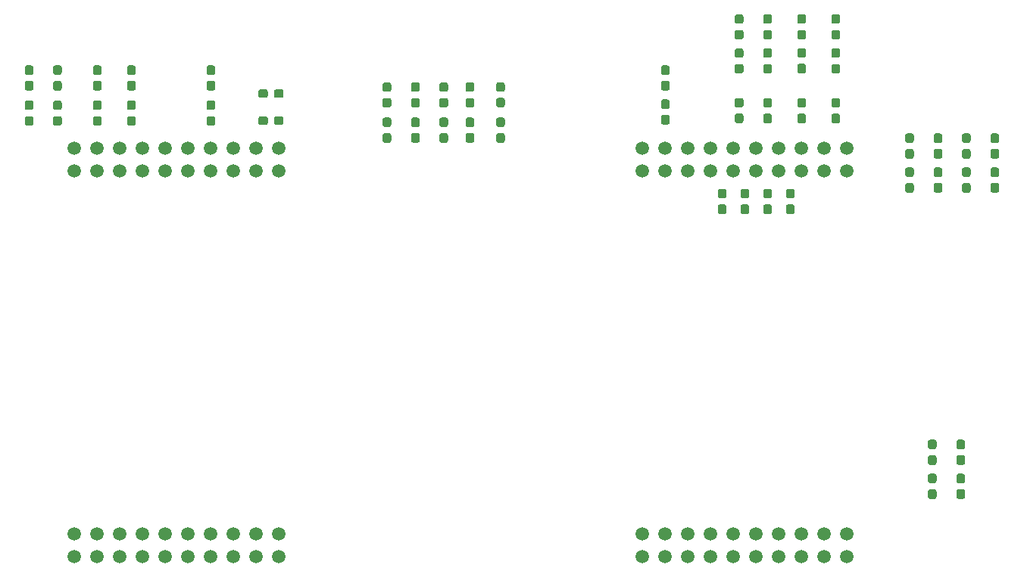
<source format=gbr>
G04 #@! TF.GenerationSoftware,KiCad,Pcbnew,(5.1.4)-1*
G04 #@! TF.CreationDate,2020-02-16T18:09:02-06:00*
G04 #@! TF.ProjectId,Tiva_Breakout_Hardware,54697661-5f42-4726-9561-6b6f75745f48,rev?*
G04 #@! TF.SameCoordinates,Original*
G04 #@! TF.FileFunction,Paste,Top*
G04 #@! TF.FilePolarity,Positive*
%FSLAX46Y46*%
G04 Gerber Fmt 4.6, Leading zero omitted, Abs format (unit mm)*
G04 Created by KiCad (PCBNEW (5.1.4)-1) date 2020-02-16 18:09:02*
%MOMM*%
%LPD*%
G04 APERTURE LIST*
%ADD10C,1.520000*%
%ADD11C,0.100000*%
%ADD12C,0.950000*%
G04 APERTURE END LIST*
D10*
X184861200Y-141351000D03*
X187401200Y-141351000D03*
X189941200Y-141351000D03*
X192481200Y-141351000D03*
X195021200Y-141351000D03*
X197561200Y-141351000D03*
X200101200Y-141351000D03*
X202641200Y-141351000D03*
X205181200Y-141351000D03*
X207721200Y-141351000D03*
X184861200Y-138811000D03*
X187401200Y-138811000D03*
X189941200Y-138811000D03*
X192481200Y-138811000D03*
X195021200Y-138811000D03*
X197561200Y-138811000D03*
X200101200Y-138811000D03*
X202641200Y-138811000D03*
X205181200Y-138811000D03*
X207721200Y-138811000D03*
X184861200Y-95631000D03*
X187401200Y-95631000D03*
X189941200Y-95631000D03*
X192481200Y-95631000D03*
X195021200Y-95631000D03*
X197561200Y-95631000D03*
X200101200Y-95631000D03*
X202641200Y-95631000D03*
X205181200Y-95631000D03*
X207721200Y-95631000D03*
X184861200Y-98171000D03*
X187401200Y-98171000D03*
X189941200Y-98171000D03*
X192481200Y-98171000D03*
X195021200Y-98171000D03*
X197561200Y-98171000D03*
X200101200Y-98171000D03*
X202641200Y-98171000D03*
X205181200Y-98171000D03*
X207721200Y-98171000D03*
X139141200Y-141351000D03*
X141681200Y-141351000D03*
X144221200Y-141351000D03*
X121361200Y-138811000D03*
X123901200Y-138811000D03*
X126441200Y-138811000D03*
X128981200Y-138811000D03*
X131521200Y-138811000D03*
X134061200Y-138811000D03*
X136601200Y-138811000D03*
X139141200Y-138811000D03*
X141681200Y-138811000D03*
X144221200Y-138811000D03*
X121361200Y-95631000D03*
X126441200Y-95631000D03*
X131521200Y-95631000D03*
X134061200Y-95631000D03*
X136601200Y-95631000D03*
X139141200Y-95631000D03*
X141681200Y-95631000D03*
X121361200Y-98171000D03*
X126441200Y-98171000D03*
X136601200Y-98171000D03*
X139141200Y-98171000D03*
X141681200Y-98171000D03*
X144221200Y-98171000D03*
X131521200Y-98171000D03*
X128981200Y-98171000D03*
X123901200Y-95631000D03*
X136601200Y-141351000D03*
X134061200Y-141351000D03*
X123901200Y-98171000D03*
X128981200Y-95631000D03*
X126441200Y-141351000D03*
X128981200Y-141351000D03*
X134061200Y-98171000D03*
X131521200Y-141351000D03*
X123901200Y-141351000D03*
X121361200Y-141351000D03*
X144221200Y-95631000D03*
D11*
G36*
X187661979Y-91932144D02*
G01*
X187685034Y-91935563D01*
X187707643Y-91941227D01*
X187729587Y-91949079D01*
X187750657Y-91959044D01*
X187770648Y-91971026D01*
X187789368Y-91984910D01*
X187806638Y-92000562D01*
X187822290Y-92017832D01*
X187836174Y-92036552D01*
X187848156Y-92056543D01*
X187858121Y-92077613D01*
X187865973Y-92099557D01*
X187871637Y-92122166D01*
X187875056Y-92145221D01*
X187876200Y-92168500D01*
X187876200Y-92743500D01*
X187875056Y-92766779D01*
X187871637Y-92789834D01*
X187865973Y-92812443D01*
X187858121Y-92834387D01*
X187848156Y-92855457D01*
X187836174Y-92875448D01*
X187822290Y-92894168D01*
X187806638Y-92911438D01*
X187789368Y-92927090D01*
X187770648Y-92940974D01*
X187750657Y-92952956D01*
X187729587Y-92962921D01*
X187707643Y-92970773D01*
X187685034Y-92976437D01*
X187661979Y-92979856D01*
X187638700Y-92981000D01*
X187163700Y-92981000D01*
X187140421Y-92979856D01*
X187117366Y-92976437D01*
X187094757Y-92970773D01*
X187072813Y-92962921D01*
X187051743Y-92952956D01*
X187031752Y-92940974D01*
X187013032Y-92927090D01*
X186995762Y-92911438D01*
X186980110Y-92894168D01*
X186966226Y-92875448D01*
X186954244Y-92855457D01*
X186944279Y-92834387D01*
X186936427Y-92812443D01*
X186930763Y-92789834D01*
X186927344Y-92766779D01*
X186926200Y-92743500D01*
X186926200Y-92168500D01*
X186927344Y-92145221D01*
X186930763Y-92122166D01*
X186936427Y-92099557D01*
X186944279Y-92077613D01*
X186954244Y-92056543D01*
X186966226Y-92036552D01*
X186980110Y-92017832D01*
X186995762Y-92000562D01*
X187013032Y-91984910D01*
X187031752Y-91971026D01*
X187051743Y-91959044D01*
X187072813Y-91949079D01*
X187094757Y-91941227D01*
X187117366Y-91935563D01*
X187140421Y-91932144D01*
X187163700Y-91931000D01*
X187638700Y-91931000D01*
X187661979Y-91932144D01*
X187661979Y-91932144D01*
G37*
D12*
X187401200Y-92456000D03*
D11*
G36*
X187661979Y-90182144D02*
G01*
X187685034Y-90185563D01*
X187707643Y-90191227D01*
X187729587Y-90199079D01*
X187750657Y-90209044D01*
X187770648Y-90221026D01*
X187789368Y-90234910D01*
X187806638Y-90250562D01*
X187822290Y-90267832D01*
X187836174Y-90286552D01*
X187848156Y-90306543D01*
X187858121Y-90327613D01*
X187865973Y-90349557D01*
X187871637Y-90372166D01*
X187875056Y-90395221D01*
X187876200Y-90418500D01*
X187876200Y-90993500D01*
X187875056Y-91016779D01*
X187871637Y-91039834D01*
X187865973Y-91062443D01*
X187858121Y-91084387D01*
X187848156Y-91105457D01*
X187836174Y-91125448D01*
X187822290Y-91144168D01*
X187806638Y-91161438D01*
X187789368Y-91177090D01*
X187770648Y-91190974D01*
X187750657Y-91202956D01*
X187729587Y-91212921D01*
X187707643Y-91220773D01*
X187685034Y-91226437D01*
X187661979Y-91229856D01*
X187638700Y-91231000D01*
X187163700Y-91231000D01*
X187140421Y-91229856D01*
X187117366Y-91226437D01*
X187094757Y-91220773D01*
X187072813Y-91212921D01*
X187051743Y-91202956D01*
X187031752Y-91190974D01*
X187013032Y-91177090D01*
X186995762Y-91161438D01*
X186980110Y-91144168D01*
X186966226Y-91125448D01*
X186954244Y-91105457D01*
X186944279Y-91084387D01*
X186936427Y-91062443D01*
X186930763Y-91039834D01*
X186927344Y-91016779D01*
X186926200Y-90993500D01*
X186926200Y-90418500D01*
X186927344Y-90395221D01*
X186930763Y-90372166D01*
X186936427Y-90349557D01*
X186944279Y-90327613D01*
X186954244Y-90306543D01*
X186966226Y-90286552D01*
X186980110Y-90267832D01*
X186995762Y-90250562D01*
X187013032Y-90234910D01*
X187031752Y-90221026D01*
X187051743Y-90209044D01*
X187072813Y-90199079D01*
X187094757Y-90191227D01*
X187117366Y-90185563D01*
X187140421Y-90182144D01*
X187163700Y-90181000D01*
X187638700Y-90181000D01*
X187661979Y-90182144D01*
X187661979Y-90182144D01*
G37*
D12*
X187401200Y-90706000D03*
D11*
G36*
X187661979Y-88122144D02*
G01*
X187685034Y-88125563D01*
X187707643Y-88131227D01*
X187729587Y-88139079D01*
X187750657Y-88149044D01*
X187770648Y-88161026D01*
X187789368Y-88174910D01*
X187806638Y-88190562D01*
X187822290Y-88207832D01*
X187836174Y-88226552D01*
X187848156Y-88246543D01*
X187858121Y-88267613D01*
X187865973Y-88289557D01*
X187871637Y-88312166D01*
X187875056Y-88335221D01*
X187876200Y-88358500D01*
X187876200Y-88933500D01*
X187875056Y-88956779D01*
X187871637Y-88979834D01*
X187865973Y-89002443D01*
X187858121Y-89024387D01*
X187848156Y-89045457D01*
X187836174Y-89065448D01*
X187822290Y-89084168D01*
X187806638Y-89101438D01*
X187789368Y-89117090D01*
X187770648Y-89130974D01*
X187750657Y-89142956D01*
X187729587Y-89152921D01*
X187707643Y-89160773D01*
X187685034Y-89166437D01*
X187661979Y-89169856D01*
X187638700Y-89171000D01*
X187163700Y-89171000D01*
X187140421Y-89169856D01*
X187117366Y-89166437D01*
X187094757Y-89160773D01*
X187072813Y-89152921D01*
X187051743Y-89142956D01*
X187031752Y-89130974D01*
X187013032Y-89117090D01*
X186995762Y-89101438D01*
X186980110Y-89084168D01*
X186966226Y-89065448D01*
X186954244Y-89045457D01*
X186944279Y-89024387D01*
X186936427Y-89002443D01*
X186930763Y-88979834D01*
X186927344Y-88956779D01*
X186926200Y-88933500D01*
X186926200Y-88358500D01*
X186927344Y-88335221D01*
X186930763Y-88312166D01*
X186936427Y-88289557D01*
X186944279Y-88267613D01*
X186954244Y-88246543D01*
X186966226Y-88226552D01*
X186980110Y-88207832D01*
X186995762Y-88190562D01*
X187013032Y-88174910D01*
X187031752Y-88161026D01*
X187051743Y-88149044D01*
X187072813Y-88139079D01*
X187094757Y-88131227D01*
X187117366Y-88125563D01*
X187140421Y-88122144D01*
X187163700Y-88121000D01*
X187638700Y-88121000D01*
X187661979Y-88122144D01*
X187661979Y-88122144D01*
G37*
D12*
X187401200Y-88646000D03*
D11*
G36*
X187661979Y-86372144D02*
G01*
X187685034Y-86375563D01*
X187707643Y-86381227D01*
X187729587Y-86389079D01*
X187750657Y-86399044D01*
X187770648Y-86411026D01*
X187789368Y-86424910D01*
X187806638Y-86440562D01*
X187822290Y-86457832D01*
X187836174Y-86476552D01*
X187848156Y-86496543D01*
X187858121Y-86517613D01*
X187865973Y-86539557D01*
X187871637Y-86562166D01*
X187875056Y-86585221D01*
X187876200Y-86608500D01*
X187876200Y-87183500D01*
X187875056Y-87206779D01*
X187871637Y-87229834D01*
X187865973Y-87252443D01*
X187858121Y-87274387D01*
X187848156Y-87295457D01*
X187836174Y-87315448D01*
X187822290Y-87334168D01*
X187806638Y-87351438D01*
X187789368Y-87367090D01*
X187770648Y-87380974D01*
X187750657Y-87392956D01*
X187729587Y-87402921D01*
X187707643Y-87410773D01*
X187685034Y-87416437D01*
X187661979Y-87419856D01*
X187638700Y-87421000D01*
X187163700Y-87421000D01*
X187140421Y-87419856D01*
X187117366Y-87416437D01*
X187094757Y-87410773D01*
X187072813Y-87402921D01*
X187051743Y-87392956D01*
X187031752Y-87380974D01*
X187013032Y-87367090D01*
X186995762Y-87351438D01*
X186980110Y-87334168D01*
X186966226Y-87315448D01*
X186954244Y-87295457D01*
X186944279Y-87274387D01*
X186936427Y-87252443D01*
X186930763Y-87229834D01*
X186927344Y-87206779D01*
X186926200Y-87183500D01*
X186926200Y-86608500D01*
X186927344Y-86585221D01*
X186930763Y-86562166D01*
X186936427Y-86539557D01*
X186944279Y-86517613D01*
X186954244Y-86496543D01*
X186966226Y-86476552D01*
X186980110Y-86457832D01*
X186995762Y-86440562D01*
X187013032Y-86424910D01*
X187031752Y-86411026D01*
X187051743Y-86399044D01*
X187072813Y-86389079D01*
X187094757Y-86381227D01*
X187117366Y-86375563D01*
X187140421Y-86372144D01*
X187163700Y-86371000D01*
X187638700Y-86371000D01*
X187661979Y-86372144D01*
X187661979Y-86372144D01*
G37*
D12*
X187401200Y-86896000D03*
D11*
G36*
X159721979Y-93964144D02*
G01*
X159745034Y-93967563D01*
X159767643Y-93973227D01*
X159789587Y-93981079D01*
X159810657Y-93991044D01*
X159830648Y-94003026D01*
X159849368Y-94016910D01*
X159866638Y-94032562D01*
X159882290Y-94049832D01*
X159896174Y-94068552D01*
X159908156Y-94088543D01*
X159918121Y-94109613D01*
X159925973Y-94131557D01*
X159931637Y-94154166D01*
X159935056Y-94177221D01*
X159936200Y-94200500D01*
X159936200Y-94775500D01*
X159935056Y-94798779D01*
X159931637Y-94821834D01*
X159925973Y-94844443D01*
X159918121Y-94866387D01*
X159908156Y-94887457D01*
X159896174Y-94907448D01*
X159882290Y-94926168D01*
X159866638Y-94943438D01*
X159849368Y-94959090D01*
X159830648Y-94972974D01*
X159810657Y-94984956D01*
X159789587Y-94994921D01*
X159767643Y-95002773D01*
X159745034Y-95008437D01*
X159721979Y-95011856D01*
X159698700Y-95013000D01*
X159223700Y-95013000D01*
X159200421Y-95011856D01*
X159177366Y-95008437D01*
X159154757Y-95002773D01*
X159132813Y-94994921D01*
X159111743Y-94984956D01*
X159091752Y-94972974D01*
X159073032Y-94959090D01*
X159055762Y-94943438D01*
X159040110Y-94926168D01*
X159026226Y-94907448D01*
X159014244Y-94887457D01*
X159004279Y-94866387D01*
X158996427Y-94844443D01*
X158990763Y-94821834D01*
X158987344Y-94798779D01*
X158986200Y-94775500D01*
X158986200Y-94200500D01*
X158987344Y-94177221D01*
X158990763Y-94154166D01*
X158996427Y-94131557D01*
X159004279Y-94109613D01*
X159014244Y-94088543D01*
X159026226Y-94068552D01*
X159040110Y-94049832D01*
X159055762Y-94032562D01*
X159073032Y-94016910D01*
X159091752Y-94003026D01*
X159111743Y-93991044D01*
X159132813Y-93981079D01*
X159154757Y-93973227D01*
X159177366Y-93967563D01*
X159200421Y-93964144D01*
X159223700Y-93963000D01*
X159698700Y-93963000D01*
X159721979Y-93964144D01*
X159721979Y-93964144D01*
G37*
D12*
X159461200Y-94488000D03*
D11*
G36*
X159721979Y-92214144D02*
G01*
X159745034Y-92217563D01*
X159767643Y-92223227D01*
X159789587Y-92231079D01*
X159810657Y-92241044D01*
X159830648Y-92253026D01*
X159849368Y-92266910D01*
X159866638Y-92282562D01*
X159882290Y-92299832D01*
X159896174Y-92318552D01*
X159908156Y-92338543D01*
X159918121Y-92359613D01*
X159925973Y-92381557D01*
X159931637Y-92404166D01*
X159935056Y-92427221D01*
X159936200Y-92450500D01*
X159936200Y-93025500D01*
X159935056Y-93048779D01*
X159931637Y-93071834D01*
X159925973Y-93094443D01*
X159918121Y-93116387D01*
X159908156Y-93137457D01*
X159896174Y-93157448D01*
X159882290Y-93176168D01*
X159866638Y-93193438D01*
X159849368Y-93209090D01*
X159830648Y-93222974D01*
X159810657Y-93234956D01*
X159789587Y-93244921D01*
X159767643Y-93252773D01*
X159745034Y-93258437D01*
X159721979Y-93261856D01*
X159698700Y-93263000D01*
X159223700Y-93263000D01*
X159200421Y-93261856D01*
X159177366Y-93258437D01*
X159154757Y-93252773D01*
X159132813Y-93244921D01*
X159111743Y-93234956D01*
X159091752Y-93222974D01*
X159073032Y-93209090D01*
X159055762Y-93193438D01*
X159040110Y-93176168D01*
X159026226Y-93157448D01*
X159014244Y-93137457D01*
X159004279Y-93116387D01*
X158996427Y-93094443D01*
X158990763Y-93071834D01*
X158987344Y-93048779D01*
X158986200Y-93025500D01*
X158986200Y-92450500D01*
X158987344Y-92427221D01*
X158990763Y-92404166D01*
X158996427Y-92381557D01*
X159004279Y-92359613D01*
X159014244Y-92338543D01*
X159026226Y-92318552D01*
X159040110Y-92299832D01*
X159055762Y-92282562D01*
X159073032Y-92266910D01*
X159091752Y-92253026D01*
X159111743Y-92241044D01*
X159132813Y-92231079D01*
X159154757Y-92223227D01*
X159177366Y-92217563D01*
X159200421Y-92214144D01*
X159223700Y-92213000D01*
X159698700Y-92213000D01*
X159721979Y-92214144D01*
X159721979Y-92214144D01*
G37*
D12*
X159461200Y-92738000D03*
D11*
G36*
X144503979Y-89061144D02*
G01*
X144527034Y-89064563D01*
X144549643Y-89070227D01*
X144571587Y-89078079D01*
X144592657Y-89088044D01*
X144612648Y-89100026D01*
X144631368Y-89113910D01*
X144648638Y-89129562D01*
X144664290Y-89146832D01*
X144678174Y-89165552D01*
X144690156Y-89185543D01*
X144700121Y-89206613D01*
X144707973Y-89228557D01*
X144713637Y-89251166D01*
X144717056Y-89274221D01*
X144718200Y-89297500D01*
X144718200Y-89772500D01*
X144717056Y-89795779D01*
X144713637Y-89818834D01*
X144707973Y-89841443D01*
X144700121Y-89863387D01*
X144690156Y-89884457D01*
X144678174Y-89904448D01*
X144664290Y-89923168D01*
X144648638Y-89940438D01*
X144631368Y-89956090D01*
X144612648Y-89969974D01*
X144592657Y-89981956D01*
X144571587Y-89991921D01*
X144549643Y-89999773D01*
X144527034Y-90005437D01*
X144503979Y-90008856D01*
X144480700Y-90010000D01*
X143905700Y-90010000D01*
X143882421Y-90008856D01*
X143859366Y-90005437D01*
X143836757Y-89999773D01*
X143814813Y-89991921D01*
X143793743Y-89981956D01*
X143773752Y-89969974D01*
X143755032Y-89956090D01*
X143737762Y-89940438D01*
X143722110Y-89923168D01*
X143708226Y-89904448D01*
X143696244Y-89884457D01*
X143686279Y-89863387D01*
X143678427Y-89841443D01*
X143672763Y-89818834D01*
X143669344Y-89795779D01*
X143668200Y-89772500D01*
X143668200Y-89297500D01*
X143669344Y-89274221D01*
X143672763Y-89251166D01*
X143678427Y-89228557D01*
X143686279Y-89206613D01*
X143696244Y-89185543D01*
X143708226Y-89165552D01*
X143722110Y-89146832D01*
X143737762Y-89129562D01*
X143755032Y-89113910D01*
X143773752Y-89100026D01*
X143793743Y-89088044D01*
X143814813Y-89078079D01*
X143836757Y-89070227D01*
X143859366Y-89064563D01*
X143882421Y-89061144D01*
X143905700Y-89060000D01*
X144480700Y-89060000D01*
X144503979Y-89061144D01*
X144503979Y-89061144D01*
G37*
D12*
X144193200Y-89535000D03*
D11*
G36*
X142753979Y-89061144D02*
G01*
X142777034Y-89064563D01*
X142799643Y-89070227D01*
X142821587Y-89078079D01*
X142842657Y-89088044D01*
X142862648Y-89100026D01*
X142881368Y-89113910D01*
X142898638Y-89129562D01*
X142914290Y-89146832D01*
X142928174Y-89165552D01*
X142940156Y-89185543D01*
X142950121Y-89206613D01*
X142957973Y-89228557D01*
X142963637Y-89251166D01*
X142967056Y-89274221D01*
X142968200Y-89297500D01*
X142968200Y-89772500D01*
X142967056Y-89795779D01*
X142963637Y-89818834D01*
X142957973Y-89841443D01*
X142950121Y-89863387D01*
X142940156Y-89884457D01*
X142928174Y-89904448D01*
X142914290Y-89923168D01*
X142898638Y-89940438D01*
X142881368Y-89956090D01*
X142862648Y-89969974D01*
X142842657Y-89981956D01*
X142821587Y-89991921D01*
X142799643Y-89999773D01*
X142777034Y-90005437D01*
X142753979Y-90008856D01*
X142730700Y-90010000D01*
X142155700Y-90010000D01*
X142132421Y-90008856D01*
X142109366Y-90005437D01*
X142086757Y-89999773D01*
X142064813Y-89991921D01*
X142043743Y-89981956D01*
X142023752Y-89969974D01*
X142005032Y-89956090D01*
X141987762Y-89940438D01*
X141972110Y-89923168D01*
X141958226Y-89904448D01*
X141946244Y-89884457D01*
X141936279Y-89863387D01*
X141928427Y-89841443D01*
X141922763Y-89818834D01*
X141919344Y-89795779D01*
X141918200Y-89772500D01*
X141918200Y-89297500D01*
X141919344Y-89274221D01*
X141922763Y-89251166D01*
X141928427Y-89228557D01*
X141936279Y-89206613D01*
X141946244Y-89185543D01*
X141958226Y-89165552D01*
X141972110Y-89146832D01*
X141987762Y-89129562D01*
X142005032Y-89113910D01*
X142023752Y-89100026D01*
X142043743Y-89088044D01*
X142064813Y-89078079D01*
X142086757Y-89070227D01*
X142109366Y-89064563D01*
X142132421Y-89061144D01*
X142155700Y-89060000D01*
X142730700Y-89060000D01*
X142753979Y-89061144D01*
X142753979Y-89061144D01*
G37*
D12*
X142443200Y-89535000D03*
D11*
G36*
X142753979Y-92081144D02*
G01*
X142777034Y-92084563D01*
X142799643Y-92090227D01*
X142821587Y-92098079D01*
X142842657Y-92108044D01*
X142862648Y-92120026D01*
X142881368Y-92133910D01*
X142898638Y-92149562D01*
X142914290Y-92166832D01*
X142928174Y-92185552D01*
X142940156Y-92205543D01*
X142950121Y-92226613D01*
X142957973Y-92248557D01*
X142963637Y-92271166D01*
X142967056Y-92294221D01*
X142968200Y-92317500D01*
X142968200Y-92792500D01*
X142967056Y-92815779D01*
X142963637Y-92838834D01*
X142957973Y-92861443D01*
X142950121Y-92883387D01*
X142940156Y-92904457D01*
X142928174Y-92924448D01*
X142914290Y-92943168D01*
X142898638Y-92960438D01*
X142881368Y-92976090D01*
X142862648Y-92989974D01*
X142842657Y-93001956D01*
X142821587Y-93011921D01*
X142799643Y-93019773D01*
X142777034Y-93025437D01*
X142753979Y-93028856D01*
X142730700Y-93030000D01*
X142155700Y-93030000D01*
X142132421Y-93028856D01*
X142109366Y-93025437D01*
X142086757Y-93019773D01*
X142064813Y-93011921D01*
X142043743Y-93001956D01*
X142023752Y-92989974D01*
X142005032Y-92976090D01*
X141987762Y-92960438D01*
X141972110Y-92943168D01*
X141958226Y-92924448D01*
X141946244Y-92904457D01*
X141936279Y-92883387D01*
X141928427Y-92861443D01*
X141922763Y-92838834D01*
X141919344Y-92815779D01*
X141918200Y-92792500D01*
X141918200Y-92317500D01*
X141919344Y-92294221D01*
X141922763Y-92271166D01*
X141928427Y-92248557D01*
X141936279Y-92226613D01*
X141946244Y-92205543D01*
X141958226Y-92185552D01*
X141972110Y-92166832D01*
X141987762Y-92149562D01*
X142005032Y-92133910D01*
X142023752Y-92120026D01*
X142043743Y-92108044D01*
X142064813Y-92098079D01*
X142086757Y-92090227D01*
X142109366Y-92084563D01*
X142132421Y-92081144D01*
X142155700Y-92080000D01*
X142730700Y-92080000D01*
X142753979Y-92081144D01*
X142753979Y-92081144D01*
G37*
D12*
X142443200Y-92555000D03*
D11*
G36*
X144503979Y-92081144D02*
G01*
X144527034Y-92084563D01*
X144549643Y-92090227D01*
X144571587Y-92098079D01*
X144592657Y-92108044D01*
X144612648Y-92120026D01*
X144631368Y-92133910D01*
X144648638Y-92149562D01*
X144664290Y-92166832D01*
X144678174Y-92185552D01*
X144690156Y-92205543D01*
X144700121Y-92226613D01*
X144707973Y-92248557D01*
X144713637Y-92271166D01*
X144717056Y-92294221D01*
X144718200Y-92317500D01*
X144718200Y-92792500D01*
X144717056Y-92815779D01*
X144713637Y-92838834D01*
X144707973Y-92861443D01*
X144700121Y-92883387D01*
X144690156Y-92904457D01*
X144678174Y-92924448D01*
X144664290Y-92943168D01*
X144648638Y-92960438D01*
X144631368Y-92976090D01*
X144612648Y-92989974D01*
X144592657Y-93001956D01*
X144571587Y-93011921D01*
X144549643Y-93019773D01*
X144527034Y-93025437D01*
X144503979Y-93028856D01*
X144480700Y-93030000D01*
X143905700Y-93030000D01*
X143882421Y-93028856D01*
X143859366Y-93025437D01*
X143836757Y-93019773D01*
X143814813Y-93011921D01*
X143793743Y-93001956D01*
X143773752Y-92989974D01*
X143755032Y-92976090D01*
X143737762Y-92960438D01*
X143722110Y-92943168D01*
X143708226Y-92924448D01*
X143696244Y-92904457D01*
X143686279Y-92883387D01*
X143678427Y-92861443D01*
X143672763Y-92838834D01*
X143669344Y-92815779D01*
X143668200Y-92792500D01*
X143668200Y-92317500D01*
X143669344Y-92294221D01*
X143672763Y-92271166D01*
X143678427Y-92248557D01*
X143686279Y-92226613D01*
X143696244Y-92205543D01*
X143708226Y-92185552D01*
X143722110Y-92166832D01*
X143737762Y-92149562D01*
X143755032Y-92133910D01*
X143773752Y-92120026D01*
X143793743Y-92108044D01*
X143814813Y-92098079D01*
X143836757Y-92090227D01*
X143859366Y-92084563D01*
X143882421Y-92081144D01*
X143905700Y-92080000D01*
X144480700Y-92080000D01*
X144503979Y-92081144D01*
X144503979Y-92081144D01*
G37*
D12*
X144193200Y-92555000D03*
D11*
G36*
X136861979Y-88122144D02*
G01*
X136885034Y-88125563D01*
X136907643Y-88131227D01*
X136929587Y-88139079D01*
X136950657Y-88149044D01*
X136970648Y-88161026D01*
X136989368Y-88174910D01*
X137006638Y-88190562D01*
X137022290Y-88207832D01*
X137036174Y-88226552D01*
X137048156Y-88246543D01*
X137058121Y-88267613D01*
X137065973Y-88289557D01*
X137071637Y-88312166D01*
X137075056Y-88335221D01*
X137076200Y-88358500D01*
X137076200Y-88933500D01*
X137075056Y-88956779D01*
X137071637Y-88979834D01*
X137065973Y-89002443D01*
X137058121Y-89024387D01*
X137048156Y-89045457D01*
X137036174Y-89065448D01*
X137022290Y-89084168D01*
X137006638Y-89101438D01*
X136989368Y-89117090D01*
X136970648Y-89130974D01*
X136950657Y-89142956D01*
X136929587Y-89152921D01*
X136907643Y-89160773D01*
X136885034Y-89166437D01*
X136861979Y-89169856D01*
X136838700Y-89171000D01*
X136363700Y-89171000D01*
X136340421Y-89169856D01*
X136317366Y-89166437D01*
X136294757Y-89160773D01*
X136272813Y-89152921D01*
X136251743Y-89142956D01*
X136231752Y-89130974D01*
X136213032Y-89117090D01*
X136195762Y-89101438D01*
X136180110Y-89084168D01*
X136166226Y-89065448D01*
X136154244Y-89045457D01*
X136144279Y-89024387D01*
X136136427Y-89002443D01*
X136130763Y-88979834D01*
X136127344Y-88956779D01*
X136126200Y-88933500D01*
X136126200Y-88358500D01*
X136127344Y-88335221D01*
X136130763Y-88312166D01*
X136136427Y-88289557D01*
X136144279Y-88267613D01*
X136154244Y-88246543D01*
X136166226Y-88226552D01*
X136180110Y-88207832D01*
X136195762Y-88190562D01*
X136213032Y-88174910D01*
X136231752Y-88161026D01*
X136251743Y-88149044D01*
X136272813Y-88139079D01*
X136294757Y-88131227D01*
X136317366Y-88125563D01*
X136340421Y-88122144D01*
X136363700Y-88121000D01*
X136838700Y-88121000D01*
X136861979Y-88122144D01*
X136861979Y-88122144D01*
G37*
D12*
X136601200Y-88646000D03*
D11*
G36*
X136861979Y-86372144D02*
G01*
X136885034Y-86375563D01*
X136907643Y-86381227D01*
X136929587Y-86389079D01*
X136950657Y-86399044D01*
X136970648Y-86411026D01*
X136989368Y-86424910D01*
X137006638Y-86440562D01*
X137022290Y-86457832D01*
X137036174Y-86476552D01*
X137048156Y-86496543D01*
X137058121Y-86517613D01*
X137065973Y-86539557D01*
X137071637Y-86562166D01*
X137075056Y-86585221D01*
X137076200Y-86608500D01*
X137076200Y-87183500D01*
X137075056Y-87206779D01*
X137071637Y-87229834D01*
X137065973Y-87252443D01*
X137058121Y-87274387D01*
X137048156Y-87295457D01*
X137036174Y-87315448D01*
X137022290Y-87334168D01*
X137006638Y-87351438D01*
X136989368Y-87367090D01*
X136970648Y-87380974D01*
X136950657Y-87392956D01*
X136929587Y-87402921D01*
X136907643Y-87410773D01*
X136885034Y-87416437D01*
X136861979Y-87419856D01*
X136838700Y-87421000D01*
X136363700Y-87421000D01*
X136340421Y-87419856D01*
X136317366Y-87416437D01*
X136294757Y-87410773D01*
X136272813Y-87402921D01*
X136251743Y-87392956D01*
X136231752Y-87380974D01*
X136213032Y-87367090D01*
X136195762Y-87351438D01*
X136180110Y-87334168D01*
X136166226Y-87315448D01*
X136154244Y-87295457D01*
X136144279Y-87274387D01*
X136136427Y-87252443D01*
X136130763Y-87229834D01*
X136127344Y-87206779D01*
X136126200Y-87183500D01*
X136126200Y-86608500D01*
X136127344Y-86585221D01*
X136130763Y-86562166D01*
X136136427Y-86539557D01*
X136144279Y-86517613D01*
X136154244Y-86496543D01*
X136166226Y-86476552D01*
X136180110Y-86457832D01*
X136195762Y-86440562D01*
X136213032Y-86424910D01*
X136231752Y-86411026D01*
X136251743Y-86399044D01*
X136272813Y-86389079D01*
X136294757Y-86381227D01*
X136317366Y-86375563D01*
X136340421Y-86372144D01*
X136363700Y-86371000D01*
X136838700Y-86371000D01*
X136861979Y-86372144D01*
X136861979Y-86372144D01*
G37*
D12*
X136601200Y-86896000D03*
D11*
G36*
X119716979Y-86372144D02*
G01*
X119740034Y-86375563D01*
X119762643Y-86381227D01*
X119784587Y-86389079D01*
X119805657Y-86399044D01*
X119825648Y-86411026D01*
X119844368Y-86424910D01*
X119861638Y-86440562D01*
X119877290Y-86457832D01*
X119891174Y-86476552D01*
X119903156Y-86496543D01*
X119913121Y-86517613D01*
X119920973Y-86539557D01*
X119926637Y-86562166D01*
X119930056Y-86585221D01*
X119931200Y-86608500D01*
X119931200Y-87183500D01*
X119930056Y-87206779D01*
X119926637Y-87229834D01*
X119920973Y-87252443D01*
X119913121Y-87274387D01*
X119903156Y-87295457D01*
X119891174Y-87315448D01*
X119877290Y-87334168D01*
X119861638Y-87351438D01*
X119844368Y-87367090D01*
X119825648Y-87380974D01*
X119805657Y-87392956D01*
X119784587Y-87402921D01*
X119762643Y-87410773D01*
X119740034Y-87416437D01*
X119716979Y-87419856D01*
X119693700Y-87421000D01*
X119218700Y-87421000D01*
X119195421Y-87419856D01*
X119172366Y-87416437D01*
X119149757Y-87410773D01*
X119127813Y-87402921D01*
X119106743Y-87392956D01*
X119086752Y-87380974D01*
X119068032Y-87367090D01*
X119050762Y-87351438D01*
X119035110Y-87334168D01*
X119021226Y-87315448D01*
X119009244Y-87295457D01*
X118999279Y-87274387D01*
X118991427Y-87252443D01*
X118985763Y-87229834D01*
X118982344Y-87206779D01*
X118981200Y-87183500D01*
X118981200Y-86608500D01*
X118982344Y-86585221D01*
X118985763Y-86562166D01*
X118991427Y-86539557D01*
X118999279Y-86517613D01*
X119009244Y-86496543D01*
X119021226Y-86476552D01*
X119035110Y-86457832D01*
X119050762Y-86440562D01*
X119068032Y-86424910D01*
X119086752Y-86411026D01*
X119106743Y-86399044D01*
X119127813Y-86389079D01*
X119149757Y-86381227D01*
X119172366Y-86375563D01*
X119195421Y-86372144D01*
X119218700Y-86371000D01*
X119693700Y-86371000D01*
X119716979Y-86372144D01*
X119716979Y-86372144D01*
G37*
D12*
X119456200Y-86896000D03*
D11*
G36*
X119716979Y-88122144D02*
G01*
X119740034Y-88125563D01*
X119762643Y-88131227D01*
X119784587Y-88139079D01*
X119805657Y-88149044D01*
X119825648Y-88161026D01*
X119844368Y-88174910D01*
X119861638Y-88190562D01*
X119877290Y-88207832D01*
X119891174Y-88226552D01*
X119903156Y-88246543D01*
X119913121Y-88267613D01*
X119920973Y-88289557D01*
X119926637Y-88312166D01*
X119930056Y-88335221D01*
X119931200Y-88358500D01*
X119931200Y-88933500D01*
X119930056Y-88956779D01*
X119926637Y-88979834D01*
X119920973Y-89002443D01*
X119913121Y-89024387D01*
X119903156Y-89045457D01*
X119891174Y-89065448D01*
X119877290Y-89084168D01*
X119861638Y-89101438D01*
X119844368Y-89117090D01*
X119825648Y-89130974D01*
X119805657Y-89142956D01*
X119784587Y-89152921D01*
X119762643Y-89160773D01*
X119740034Y-89166437D01*
X119716979Y-89169856D01*
X119693700Y-89171000D01*
X119218700Y-89171000D01*
X119195421Y-89169856D01*
X119172366Y-89166437D01*
X119149757Y-89160773D01*
X119127813Y-89152921D01*
X119106743Y-89142956D01*
X119086752Y-89130974D01*
X119068032Y-89117090D01*
X119050762Y-89101438D01*
X119035110Y-89084168D01*
X119021226Y-89065448D01*
X119009244Y-89045457D01*
X118999279Y-89024387D01*
X118991427Y-89002443D01*
X118985763Y-88979834D01*
X118982344Y-88956779D01*
X118981200Y-88933500D01*
X118981200Y-88358500D01*
X118982344Y-88335221D01*
X118985763Y-88312166D01*
X118991427Y-88289557D01*
X118999279Y-88267613D01*
X119009244Y-88246543D01*
X119021226Y-88226552D01*
X119035110Y-88207832D01*
X119050762Y-88190562D01*
X119068032Y-88174910D01*
X119086752Y-88161026D01*
X119106743Y-88149044D01*
X119127813Y-88139079D01*
X119149757Y-88131227D01*
X119172366Y-88125563D01*
X119195421Y-88122144D01*
X119218700Y-88121000D01*
X119693700Y-88121000D01*
X119716979Y-88122144D01*
X119716979Y-88122144D01*
G37*
D12*
X119456200Y-88646000D03*
D11*
G36*
X127971979Y-88122144D02*
G01*
X127995034Y-88125563D01*
X128017643Y-88131227D01*
X128039587Y-88139079D01*
X128060657Y-88149044D01*
X128080648Y-88161026D01*
X128099368Y-88174910D01*
X128116638Y-88190562D01*
X128132290Y-88207832D01*
X128146174Y-88226552D01*
X128158156Y-88246543D01*
X128168121Y-88267613D01*
X128175973Y-88289557D01*
X128181637Y-88312166D01*
X128185056Y-88335221D01*
X128186200Y-88358500D01*
X128186200Y-88933500D01*
X128185056Y-88956779D01*
X128181637Y-88979834D01*
X128175973Y-89002443D01*
X128168121Y-89024387D01*
X128158156Y-89045457D01*
X128146174Y-89065448D01*
X128132290Y-89084168D01*
X128116638Y-89101438D01*
X128099368Y-89117090D01*
X128080648Y-89130974D01*
X128060657Y-89142956D01*
X128039587Y-89152921D01*
X128017643Y-89160773D01*
X127995034Y-89166437D01*
X127971979Y-89169856D01*
X127948700Y-89171000D01*
X127473700Y-89171000D01*
X127450421Y-89169856D01*
X127427366Y-89166437D01*
X127404757Y-89160773D01*
X127382813Y-89152921D01*
X127361743Y-89142956D01*
X127341752Y-89130974D01*
X127323032Y-89117090D01*
X127305762Y-89101438D01*
X127290110Y-89084168D01*
X127276226Y-89065448D01*
X127264244Y-89045457D01*
X127254279Y-89024387D01*
X127246427Y-89002443D01*
X127240763Y-88979834D01*
X127237344Y-88956779D01*
X127236200Y-88933500D01*
X127236200Y-88358500D01*
X127237344Y-88335221D01*
X127240763Y-88312166D01*
X127246427Y-88289557D01*
X127254279Y-88267613D01*
X127264244Y-88246543D01*
X127276226Y-88226552D01*
X127290110Y-88207832D01*
X127305762Y-88190562D01*
X127323032Y-88174910D01*
X127341752Y-88161026D01*
X127361743Y-88149044D01*
X127382813Y-88139079D01*
X127404757Y-88131227D01*
X127427366Y-88125563D01*
X127450421Y-88122144D01*
X127473700Y-88121000D01*
X127948700Y-88121000D01*
X127971979Y-88122144D01*
X127971979Y-88122144D01*
G37*
D12*
X127711200Y-88646000D03*
D11*
G36*
X127971979Y-86372144D02*
G01*
X127995034Y-86375563D01*
X128017643Y-86381227D01*
X128039587Y-86389079D01*
X128060657Y-86399044D01*
X128080648Y-86411026D01*
X128099368Y-86424910D01*
X128116638Y-86440562D01*
X128132290Y-86457832D01*
X128146174Y-86476552D01*
X128158156Y-86496543D01*
X128168121Y-86517613D01*
X128175973Y-86539557D01*
X128181637Y-86562166D01*
X128185056Y-86585221D01*
X128186200Y-86608500D01*
X128186200Y-87183500D01*
X128185056Y-87206779D01*
X128181637Y-87229834D01*
X128175973Y-87252443D01*
X128168121Y-87274387D01*
X128158156Y-87295457D01*
X128146174Y-87315448D01*
X128132290Y-87334168D01*
X128116638Y-87351438D01*
X128099368Y-87367090D01*
X128080648Y-87380974D01*
X128060657Y-87392956D01*
X128039587Y-87402921D01*
X128017643Y-87410773D01*
X127995034Y-87416437D01*
X127971979Y-87419856D01*
X127948700Y-87421000D01*
X127473700Y-87421000D01*
X127450421Y-87419856D01*
X127427366Y-87416437D01*
X127404757Y-87410773D01*
X127382813Y-87402921D01*
X127361743Y-87392956D01*
X127341752Y-87380974D01*
X127323032Y-87367090D01*
X127305762Y-87351438D01*
X127290110Y-87334168D01*
X127276226Y-87315448D01*
X127264244Y-87295457D01*
X127254279Y-87274387D01*
X127246427Y-87252443D01*
X127240763Y-87229834D01*
X127237344Y-87206779D01*
X127236200Y-87183500D01*
X127236200Y-86608500D01*
X127237344Y-86585221D01*
X127240763Y-86562166D01*
X127246427Y-86539557D01*
X127254279Y-86517613D01*
X127264244Y-86496543D01*
X127276226Y-86476552D01*
X127290110Y-86457832D01*
X127305762Y-86440562D01*
X127323032Y-86424910D01*
X127341752Y-86411026D01*
X127361743Y-86399044D01*
X127382813Y-86389079D01*
X127404757Y-86381227D01*
X127427366Y-86375563D01*
X127450421Y-86372144D01*
X127473700Y-86371000D01*
X127948700Y-86371000D01*
X127971979Y-86372144D01*
X127971979Y-86372144D01*
G37*
D12*
X127711200Y-86896000D03*
D11*
G36*
X124161979Y-86372144D02*
G01*
X124185034Y-86375563D01*
X124207643Y-86381227D01*
X124229587Y-86389079D01*
X124250657Y-86399044D01*
X124270648Y-86411026D01*
X124289368Y-86424910D01*
X124306638Y-86440562D01*
X124322290Y-86457832D01*
X124336174Y-86476552D01*
X124348156Y-86496543D01*
X124358121Y-86517613D01*
X124365973Y-86539557D01*
X124371637Y-86562166D01*
X124375056Y-86585221D01*
X124376200Y-86608500D01*
X124376200Y-87183500D01*
X124375056Y-87206779D01*
X124371637Y-87229834D01*
X124365973Y-87252443D01*
X124358121Y-87274387D01*
X124348156Y-87295457D01*
X124336174Y-87315448D01*
X124322290Y-87334168D01*
X124306638Y-87351438D01*
X124289368Y-87367090D01*
X124270648Y-87380974D01*
X124250657Y-87392956D01*
X124229587Y-87402921D01*
X124207643Y-87410773D01*
X124185034Y-87416437D01*
X124161979Y-87419856D01*
X124138700Y-87421000D01*
X123663700Y-87421000D01*
X123640421Y-87419856D01*
X123617366Y-87416437D01*
X123594757Y-87410773D01*
X123572813Y-87402921D01*
X123551743Y-87392956D01*
X123531752Y-87380974D01*
X123513032Y-87367090D01*
X123495762Y-87351438D01*
X123480110Y-87334168D01*
X123466226Y-87315448D01*
X123454244Y-87295457D01*
X123444279Y-87274387D01*
X123436427Y-87252443D01*
X123430763Y-87229834D01*
X123427344Y-87206779D01*
X123426200Y-87183500D01*
X123426200Y-86608500D01*
X123427344Y-86585221D01*
X123430763Y-86562166D01*
X123436427Y-86539557D01*
X123444279Y-86517613D01*
X123454244Y-86496543D01*
X123466226Y-86476552D01*
X123480110Y-86457832D01*
X123495762Y-86440562D01*
X123513032Y-86424910D01*
X123531752Y-86411026D01*
X123551743Y-86399044D01*
X123572813Y-86389079D01*
X123594757Y-86381227D01*
X123617366Y-86375563D01*
X123640421Y-86372144D01*
X123663700Y-86371000D01*
X124138700Y-86371000D01*
X124161979Y-86372144D01*
X124161979Y-86372144D01*
G37*
D12*
X123901200Y-86896000D03*
D11*
G36*
X124161979Y-88122144D02*
G01*
X124185034Y-88125563D01*
X124207643Y-88131227D01*
X124229587Y-88139079D01*
X124250657Y-88149044D01*
X124270648Y-88161026D01*
X124289368Y-88174910D01*
X124306638Y-88190562D01*
X124322290Y-88207832D01*
X124336174Y-88226552D01*
X124348156Y-88246543D01*
X124358121Y-88267613D01*
X124365973Y-88289557D01*
X124371637Y-88312166D01*
X124375056Y-88335221D01*
X124376200Y-88358500D01*
X124376200Y-88933500D01*
X124375056Y-88956779D01*
X124371637Y-88979834D01*
X124365973Y-89002443D01*
X124358121Y-89024387D01*
X124348156Y-89045457D01*
X124336174Y-89065448D01*
X124322290Y-89084168D01*
X124306638Y-89101438D01*
X124289368Y-89117090D01*
X124270648Y-89130974D01*
X124250657Y-89142956D01*
X124229587Y-89152921D01*
X124207643Y-89160773D01*
X124185034Y-89166437D01*
X124161979Y-89169856D01*
X124138700Y-89171000D01*
X123663700Y-89171000D01*
X123640421Y-89169856D01*
X123617366Y-89166437D01*
X123594757Y-89160773D01*
X123572813Y-89152921D01*
X123551743Y-89142956D01*
X123531752Y-89130974D01*
X123513032Y-89117090D01*
X123495762Y-89101438D01*
X123480110Y-89084168D01*
X123466226Y-89065448D01*
X123454244Y-89045457D01*
X123444279Y-89024387D01*
X123436427Y-89002443D01*
X123430763Y-88979834D01*
X123427344Y-88956779D01*
X123426200Y-88933500D01*
X123426200Y-88358500D01*
X123427344Y-88335221D01*
X123430763Y-88312166D01*
X123436427Y-88289557D01*
X123444279Y-88267613D01*
X123454244Y-88246543D01*
X123466226Y-88226552D01*
X123480110Y-88207832D01*
X123495762Y-88190562D01*
X123513032Y-88174910D01*
X123531752Y-88161026D01*
X123551743Y-88149044D01*
X123572813Y-88139079D01*
X123594757Y-88131227D01*
X123617366Y-88125563D01*
X123640421Y-88122144D01*
X123663700Y-88121000D01*
X124138700Y-88121000D01*
X124161979Y-88122144D01*
X124161979Y-88122144D01*
G37*
D12*
X123901200Y-88646000D03*
D11*
G36*
X116541979Y-88122144D02*
G01*
X116565034Y-88125563D01*
X116587643Y-88131227D01*
X116609587Y-88139079D01*
X116630657Y-88149044D01*
X116650648Y-88161026D01*
X116669368Y-88174910D01*
X116686638Y-88190562D01*
X116702290Y-88207832D01*
X116716174Y-88226552D01*
X116728156Y-88246543D01*
X116738121Y-88267613D01*
X116745973Y-88289557D01*
X116751637Y-88312166D01*
X116755056Y-88335221D01*
X116756200Y-88358500D01*
X116756200Y-88933500D01*
X116755056Y-88956779D01*
X116751637Y-88979834D01*
X116745973Y-89002443D01*
X116738121Y-89024387D01*
X116728156Y-89045457D01*
X116716174Y-89065448D01*
X116702290Y-89084168D01*
X116686638Y-89101438D01*
X116669368Y-89117090D01*
X116650648Y-89130974D01*
X116630657Y-89142956D01*
X116609587Y-89152921D01*
X116587643Y-89160773D01*
X116565034Y-89166437D01*
X116541979Y-89169856D01*
X116518700Y-89171000D01*
X116043700Y-89171000D01*
X116020421Y-89169856D01*
X115997366Y-89166437D01*
X115974757Y-89160773D01*
X115952813Y-89152921D01*
X115931743Y-89142956D01*
X115911752Y-89130974D01*
X115893032Y-89117090D01*
X115875762Y-89101438D01*
X115860110Y-89084168D01*
X115846226Y-89065448D01*
X115834244Y-89045457D01*
X115824279Y-89024387D01*
X115816427Y-89002443D01*
X115810763Y-88979834D01*
X115807344Y-88956779D01*
X115806200Y-88933500D01*
X115806200Y-88358500D01*
X115807344Y-88335221D01*
X115810763Y-88312166D01*
X115816427Y-88289557D01*
X115824279Y-88267613D01*
X115834244Y-88246543D01*
X115846226Y-88226552D01*
X115860110Y-88207832D01*
X115875762Y-88190562D01*
X115893032Y-88174910D01*
X115911752Y-88161026D01*
X115931743Y-88149044D01*
X115952813Y-88139079D01*
X115974757Y-88131227D01*
X115997366Y-88125563D01*
X116020421Y-88122144D01*
X116043700Y-88121000D01*
X116518700Y-88121000D01*
X116541979Y-88122144D01*
X116541979Y-88122144D01*
G37*
D12*
X116281200Y-88646000D03*
D11*
G36*
X116541979Y-86372144D02*
G01*
X116565034Y-86375563D01*
X116587643Y-86381227D01*
X116609587Y-86389079D01*
X116630657Y-86399044D01*
X116650648Y-86411026D01*
X116669368Y-86424910D01*
X116686638Y-86440562D01*
X116702290Y-86457832D01*
X116716174Y-86476552D01*
X116728156Y-86496543D01*
X116738121Y-86517613D01*
X116745973Y-86539557D01*
X116751637Y-86562166D01*
X116755056Y-86585221D01*
X116756200Y-86608500D01*
X116756200Y-87183500D01*
X116755056Y-87206779D01*
X116751637Y-87229834D01*
X116745973Y-87252443D01*
X116738121Y-87274387D01*
X116728156Y-87295457D01*
X116716174Y-87315448D01*
X116702290Y-87334168D01*
X116686638Y-87351438D01*
X116669368Y-87367090D01*
X116650648Y-87380974D01*
X116630657Y-87392956D01*
X116609587Y-87402921D01*
X116587643Y-87410773D01*
X116565034Y-87416437D01*
X116541979Y-87419856D01*
X116518700Y-87421000D01*
X116043700Y-87421000D01*
X116020421Y-87419856D01*
X115997366Y-87416437D01*
X115974757Y-87410773D01*
X115952813Y-87402921D01*
X115931743Y-87392956D01*
X115911752Y-87380974D01*
X115893032Y-87367090D01*
X115875762Y-87351438D01*
X115860110Y-87334168D01*
X115846226Y-87315448D01*
X115834244Y-87295457D01*
X115824279Y-87274387D01*
X115816427Y-87252443D01*
X115810763Y-87229834D01*
X115807344Y-87206779D01*
X115806200Y-87183500D01*
X115806200Y-86608500D01*
X115807344Y-86585221D01*
X115810763Y-86562166D01*
X115816427Y-86539557D01*
X115824279Y-86517613D01*
X115834244Y-86496543D01*
X115846226Y-86476552D01*
X115860110Y-86457832D01*
X115875762Y-86440562D01*
X115893032Y-86424910D01*
X115911752Y-86411026D01*
X115931743Y-86399044D01*
X115952813Y-86389079D01*
X115974757Y-86381227D01*
X115997366Y-86375563D01*
X116020421Y-86372144D01*
X116043700Y-86371000D01*
X116518700Y-86371000D01*
X116541979Y-86372144D01*
X116541979Y-86372144D01*
G37*
D12*
X116281200Y-86896000D03*
D11*
G36*
X159721979Y-88277144D02*
G01*
X159745034Y-88280563D01*
X159767643Y-88286227D01*
X159789587Y-88294079D01*
X159810657Y-88304044D01*
X159830648Y-88316026D01*
X159849368Y-88329910D01*
X159866638Y-88345562D01*
X159882290Y-88362832D01*
X159896174Y-88381552D01*
X159908156Y-88401543D01*
X159918121Y-88422613D01*
X159925973Y-88444557D01*
X159931637Y-88467166D01*
X159935056Y-88490221D01*
X159936200Y-88513500D01*
X159936200Y-89088500D01*
X159935056Y-89111779D01*
X159931637Y-89134834D01*
X159925973Y-89157443D01*
X159918121Y-89179387D01*
X159908156Y-89200457D01*
X159896174Y-89220448D01*
X159882290Y-89239168D01*
X159866638Y-89256438D01*
X159849368Y-89272090D01*
X159830648Y-89285974D01*
X159810657Y-89297956D01*
X159789587Y-89307921D01*
X159767643Y-89315773D01*
X159745034Y-89321437D01*
X159721979Y-89324856D01*
X159698700Y-89326000D01*
X159223700Y-89326000D01*
X159200421Y-89324856D01*
X159177366Y-89321437D01*
X159154757Y-89315773D01*
X159132813Y-89307921D01*
X159111743Y-89297956D01*
X159091752Y-89285974D01*
X159073032Y-89272090D01*
X159055762Y-89256438D01*
X159040110Y-89239168D01*
X159026226Y-89220448D01*
X159014244Y-89200457D01*
X159004279Y-89179387D01*
X158996427Y-89157443D01*
X158990763Y-89134834D01*
X158987344Y-89111779D01*
X158986200Y-89088500D01*
X158986200Y-88513500D01*
X158987344Y-88490221D01*
X158990763Y-88467166D01*
X158996427Y-88444557D01*
X159004279Y-88422613D01*
X159014244Y-88401543D01*
X159026226Y-88381552D01*
X159040110Y-88362832D01*
X159055762Y-88345562D01*
X159073032Y-88329910D01*
X159091752Y-88316026D01*
X159111743Y-88304044D01*
X159132813Y-88294079D01*
X159154757Y-88286227D01*
X159177366Y-88280563D01*
X159200421Y-88277144D01*
X159223700Y-88276000D01*
X159698700Y-88276000D01*
X159721979Y-88277144D01*
X159721979Y-88277144D01*
G37*
D12*
X159461200Y-88801000D03*
D11*
G36*
X159721979Y-90027144D02*
G01*
X159745034Y-90030563D01*
X159767643Y-90036227D01*
X159789587Y-90044079D01*
X159810657Y-90054044D01*
X159830648Y-90066026D01*
X159849368Y-90079910D01*
X159866638Y-90095562D01*
X159882290Y-90112832D01*
X159896174Y-90131552D01*
X159908156Y-90151543D01*
X159918121Y-90172613D01*
X159925973Y-90194557D01*
X159931637Y-90217166D01*
X159935056Y-90240221D01*
X159936200Y-90263500D01*
X159936200Y-90838500D01*
X159935056Y-90861779D01*
X159931637Y-90884834D01*
X159925973Y-90907443D01*
X159918121Y-90929387D01*
X159908156Y-90950457D01*
X159896174Y-90970448D01*
X159882290Y-90989168D01*
X159866638Y-91006438D01*
X159849368Y-91022090D01*
X159830648Y-91035974D01*
X159810657Y-91047956D01*
X159789587Y-91057921D01*
X159767643Y-91065773D01*
X159745034Y-91071437D01*
X159721979Y-91074856D01*
X159698700Y-91076000D01*
X159223700Y-91076000D01*
X159200421Y-91074856D01*
X159177366Y-91071437D01*
X159154757Y-91065773D01*
X159132813Y-91057921D01*
X159111743Y-91047956D01*
X159091752Y-91035974D01*
X159073032Y-91022090D01*
X159055762Y-91006438D01*
X159040110Y-90989168D01*
X159026226Y-90970448D01*
X159014244Y-90950457D01*
X159004279Y-90929387D01*
X158996427Y-90907443D01*
X158990763Y-90884834D01*
X158987344Y-90861779D01*
X158986200Y-90838500D01*
X158986200Y-90263500D01*
X158987344Y-90240221D01*
X158990763Y-90217166D01*
X158996427Y-90194557D01*
X159004279Y-90172613D01*
X159014244Y-90151543D01*
X159026226Y-90131552D01*
X159040110Y-90112832D01*
X159055762Y-90095562D01*
X159073032Y-90079910D01*
X159091752Y-90066026D01*
X159111743Y-90054044D01*
X159132813Y-90044079D01*
X159154757Y-90036227D01*
X159177366Y-90030563D01*
X159200421Y-90027144D01*
X159223700Y-90026000D01*
X159698700Y-90026000D01*
X159721979Y-90027144D01*
X159721979Y-90027144D01*
G37*
D12*
X159461200Y-90551000D03*
D11*
G36*
X162896979Y-88277144D02*
G01*
X162920034Y-88280563D01*
X162942643Y-88286227D01*
X162964587Y-88294079D01*
X162985657Y-88304044D01*
X163005648Y-88316026D01*
X163024368Y-88329910D01*
X163041638Y-88345562D01*
X163057290Y-88362832D01*
X163071174Y-88381552D01*
X163083156Y-88401543D01*
X163093121Y-88422613D01*
X163100973Y-88444557D01*
X163106637Y-88467166D01*
X163110056Y-88490221D01*
X163111200Y-88513500D01*
X163111200Y-89088500D01*
X163110056Y-89111779D01*
X163106637Y-89134834D01*
X163100973Y-89157443D01*
X163093121Y-89179387D01*
X163083156Y-89200457D01*
X163071174Y-89220448D01*
X163057290Y-89239168D01*
X163041638Y-89256438D01*
X163024368Y-89272090D01*
X163005648Y-89285974D01*
X162985657Y-89297956D01*
X162964587Y-89307921D01*
X162942643Y-89315773D01*
X162920034Y-89321437D01*
X162896979Y-89324856D01*
X162873700Y-89326000D01*
X162398700Y-89326000D01*
X162375421Y-89324856D01*
X162352366Y-89321437D01*
X162329757Y-89315773D01*
X162307813Y-89307921D01*
X162286743Y-89297956D01*
X162266752Y-89285974D01*
X162248032Y-89272090D01*
X162230762Y-89256438D01*
X162215110Y-89239168D01*
X162201226Y-89220448D01*
X162189244Y-89200457D01*
X162179279Y-89179387D01*
X162171427Y-89157443D01*
X162165763Y-89134834D01*
X162162344Y-89111779D01*
X162161200Y-89088500D01*
X162161200Y-88513500D01*
X162162344Y-88490221D01*
X162165763Y-88467166D01*
X162171427Y-88444557D01*
X162179279Y-88422613D01*
X162189244Y-88401543D01*
X162201226Y-88381552D01*
X162215110Y-88362832D01*
X162230762Y-88345562D01*
X162248032Y-88329910D01*
X162266752Y-88316026D01*
X162286743Y-88304044D01*
X162307813Y-88294079D01*
X162329757Y-88286227D01*
X162352366Y-88280563D01*
X162375421Y-88277144D01*
X162398700Y-88276000D01*
X162873700Y-88276000D01*
X162896979Y-88277144D01*
X162896979Y-88277144D01*
G37*
D12*
X162636200Y-88801000D03*
D11*
G36*
X162896979Y-90027144D02*
G01*
X162920034Y-90030563D01*
X162942643Y-90036227D01*
X162964587Y-90044079D01*
X162985657Y-90054044D01*
X163005648Y-90066026D01*
X163024368Y-90079910D01*
X163041638Y-90095562D01*
X163057290Y-90112832D01*
X163071174Y-90131552D01*
X163083156Y-90151543D01*
X163093121Y-90172613D01*
X163100973Y-90194557D01*
X163106637Y-90217166D01*
X163110056Y-90240221D01*
X163111200Y-90263500D01*
X163111200Y-90838500D01*
X163110056Y-90861779D01*
X163106637Y-90884834D01*
X163100973Y-90907443D01*
X163093121Y-90929387D01*
X163083156Y-90950457D01*
X163071174Y-90970448D01*
X163057290Y-90989168D01*
X163041638Y-91006438D01*
X163024368Y-91022090D01*
X163005648Y-91035974D01*
X162985657Y-91047956D01*
X162964587Y-91057921D01*
X162942643Y-91065773D01*
X162920034Y-91071437D01*
X162896979Y-91074856D01*
X162873700Y-91076000D01*
X162398700Y-91076000D01*
X162375421Y-91074856D01*
X162352366Y-91071437D01*
X162329757Y-91065773D01*
X162307813Y-91057921D01*
X162286743Y-91047956D01*
X162266752Y-91035974D01*
X162248032Y-91022090D01*
X162230762Y-91006438D01*
X162215110Y-90989168D01*
X162201226Y-90970448D01*
X162189244Y-90950457D01*
X162179279Y-90929387D01*
X162171427Y-90907443D01*
X162165763Y-90884834D01*
X162162344Y-90861779D01*
X162161200Y-90838500D01*
X162161200Y-90263500D01*
X162162344Y-90240221D01*
X162165763Y-90217166D01*
X162171427Y-90194557D01*
X162179279Y-90172613D01*
X162189244Y-90151543D01*
X162201226Y-90131552D01*
X162215110Y-90112832D01*
X162230762Y-90095562D01*
X162248032Y-90079910D01*
X162266752Y-90066026D01*
X162286743Y-90054044D01*
X162307813Y-90044079D01*
X162329757Y-90036227D01*
X162352366Y-90030563D01*
X162375421Y-90027144D01*
X162398700Y-90026000D01*
X162873700Y-90026000D01*
X162896979Y-90027144D01*
X162896979Y-90027144D01*
G37*
D12*
X162636200Y-90551000D03*
D11*
G36*
X165817979Y-88277144D02*
G01*
X165841034Y-88280563D01*
X165863643Y-88286227D01*
X165885587Y-88294079D01*
X165906657Y-88304044D01*
X165926648Y-88316026D01*
X165945368Y-88329910D01*
X165962638Y-88345562D01*
X165978290Y-88362832D01*
X165992174Y-88381552D01*
X166004156Y-88401543D01*
X166014121Y-88422613D01*
X166021973Y-88444557D01*
X166027637Y-88467166D01*
X166031056Y-88490221D01*
X166032200Y-88513500D01*
X166032200Y-89088500D01*
X166031056Y-89111779D01*
X166027637Y-89134834D01*
X166021973Y-89157443D01*
X166014121Y-89179387D01*
X166004156Y-89200457D01*
X165992174Y-89220448D01*
X165978290Y-89239168D01*
X165962638Y-89256438D01*
X165945368Y-89272090D01*
X165926648Y-89285974D01*
X165906657Y-89297956D01*
X165885587Y-89307921D01*
X165863643Y-89315773D01*
X165841034Y-89321437D01*
X165817979Y-89324856D01*
X165794700Y-89326000D01*
X165319700Y-89326000D01*
X165296421Y-89324856D01*
X165273366Y-89321437D01*
X165250757Y-89315773D01*
X165228813Y-89307921D01*
X165207743Y-89297956D01*
X165187752Y-89285974D01*
X165169032Y-89272090D01*
X165151762Y-89256438D01*
X165136110Y-89239168D01*
X165122226Y-89220448D01*
X165110244Y-89200457D01*
X165100279Y-89179387D01*
X165092427Y-89157443D01*
X165086763Y-89134834D01*
X165083344Y-89111779D01*
X165082200Y-89088500D01*
X165082200Y-88513500D01*
X165083344Y-88490221D01*
X165086763Y-88467166D01*
X165092427Y-88444557D01*
X165100279Y-88422613D01*
X165110244Y-88401543D01*
X165122226Y-88381552D01*
X165136110Y-88362832D01*
X165151762Y-88345562D01*
X165169032Y-88329910D01*
X165187752Y-88316026D01*
X165207743Y-88304044D01*
X165228813Y-88294079D01*
X165250757Y-88286227D01*
X165273366Y-88280563D01*
X165296421Y-88277144D01*
X165319700Y-88276000D01*
X165794700Y-88276000D01*
X165817979Y-88277144D01*
X165817979Y-88277144D01*
G37*
D12*
X165557200Y-88801000D03*
D11*
G36*
X165817979Y-90027144D02*
G01*
X165841034Y-90030563D01*
X165863643Y-90036227D01*
X165885587Y-90044079D01*
X165906657Y-90054044D01*
X165926648Y-90066026D01*
X165945368Y-90079910D01*
X165962638Y-90095562D01*
X165978290Y-90112832D01*
X165992174Y-90131552D01*
X166004156Y-90151543D01*
X166014121Y-90172613D01*
X166021973Y-90194557D01*
X166027637Y-90217166D01*
X166031056Y-90240221D01*
X166032200Y-90263500D01*
X166032200Y-90838500D01*
X166031056Y-90861779D01*
X166027637Y-90884834D01*
X166021973Y-90907443D01*
X166014121Y-90929387D01*
X166004156Y-90950457D01*
X165992174Y-90970448D01*
X165978290Y-90989168D01*
X165962638Y-91006438D01*
X165945368Y-91022090D01*
X165926648Y-91035974D01*
X165906657Y-91047956D01*
X165885587Y-91057921D01*
X165863643Y-91065773D01*
X165841034Y-91071437D01*
X165817979Y-91074856D01*
X165794700Y-91076000D01*
X165319700Y-91076000D01*
X165296421Y-91074856D01*
X165273366Y-91071437D01*
X165250757Y-91065773D01*
X165228813Y-91057921D01*
X165207743Y-91047956D01*
X165187752Y-91035974D01*
X165169032Y-91022090D01*
X165151762Y-91006438D01*
X165136110Y-90989168D01*
X165122226Y-90970448D01*
X165110244Y-90950457D01*
X165100279Y-90929387D01*
X165092427Y-90907443D01*
X165086763Y-90884834D01*
X165083344Y-90861779D01*
X165082200Y-90838500D01*
X165082200Y-90263500D01*
X165083344Y-90240221D01*
X165086763Y-90217166D01*
X165092427Y-90194557D01*
X165100279Y-90172613D01*
X165110244Y-90151543D01*
X165122226Y-90131552D01*
X165136110Y-90112832D01*
X165151762Y-90095562D01*
X165169032Y-90079910D01*
X165187752Y-90066026D01*
X165207743Y-90054044D01*
X165228813Y-90044079D01*
X165250757Y-90036227D01*
X165273366Y-90030563D01*
X165296421Y-90027144D01*
X165319700Y-90026000D01*
X165794700Y-90026000D01*
X165817979Y-90027144D01*
X165817979Y-90027144D01*
G37*
D12*
X165557200Y-90551000D03*
D11*
G36*
X169246979Y-90013144D02*
G01*
X169270034Y-90016563D01*
X169292643Y-90022227D01*
X169314587Y-90030079D01*
X169335657Y-90040044D01*
X169355648Y-90052026D01*
X169374368Y-90065910D01*
X169391638Y-90081562D01*
X169407290Y-90098832D01*
X169421174Y-90117552D01*
X169433156Y-90137543D01*
X169443121Y-90158613D01*
X169450973Y-90180557D01*
X169456637Y-90203166D01*
X169460056Y-90226221D01*
X169461200Y-90249500D01*
X169461200Y-90824500D01*
X169460056Y-90847779D01*
X169456637Y-90870834D01*
X169450973Y-90893443D01*
X169443121Y-90915387D01*
X169433156Y-90936457D01*
X169421174Y-90956448D01*
X169407290Y-90975168D01*
X169391638Y-90992438D01*
X169374368Y-91008090D01*
X169355648Y-91021974D01*
X169335657Y-91033956D01*
X169314587Y-91043921D01*
X169292643Y-91051773D01*
X169270034Y-91057437D01*
X169246979Y-91060856D01*
X169223700Y-91062000D01*
X168748700Y-91062000D01*
X168725421Y-91060856D01*
X168702366Y-91057437D01*
X168679757Y-91051773D01*
X168657813Y-91043921D01*
X168636743Y-91033956D01*
X168616752Y-91021974D01*
X168598032Y-91008090D01*
X168580762Y-90992438D01*
X168565110Y-90975168D01*
X168551226Y-90956448D01*
X168539244Y-90936457D01*
X168529279Y-90915387D01*
X168521427Y-90893443D01*
X168515763Y-90870834D01*
X168512344Y-90847779D01*
X168511200Y-90824500D01*
X168511200Y-90249500D01*
X168512344Y-90226221D01*
X168515763Y-90203166D01*
X168521427Y-90180557D01*
X168529279Y-90158613D01*
X168539244Y-90137543D01*
X168551226Y-90117552D01*
X168565110Y-90098832D01*
X168580762Y-90081562D01*
X168598032Y-90065910D01*
X168616752Y-90052026D01*
X168636743Y-90040044D01*
X168657813Y-90030079D01*
X168679757Y-90022227D01*
X168702366Y-90016563D01*
X168725421Y-90013144D01*
X168748700Y-90012000D01*
X169223700Y-90012000D01*
X169246979Y-90013144D01*
X169246979Y-90013144D01*
G37*
D12*
X168986200Y-90537000D03*
D11*
G36*
X169246979Y-88263144D02*
G01*
X169270034Y-88266563D01*
X169292643Y-88272227D01*
X169314587Y-88280079D01*
X169335657Y-88290044D01*
X169355648Y-88302026D01*
X169374368Y-88315910D01*
X169391638Y-88331562D01*
X169407290Y-88348832D01*
X169421174Y-88367552D01*
X169433156Y-88387543D01*
X169443121Y-88408613D01*
X169450973Y-88430557D01*
X169456637Y-88453166D01*
X169460056Y-88476221D01*
X169461200Y-88499500D01*
X169461200Y-89074500D01*
X169460056Y-89097779D01*
X169456637Y-89120834D01*
X169450973Y-89143443D01*
X169443121Y-89165387D01*
X169433156Y-89186457D01*
X169421174Y-89206448D01*
X169407290Y-89225168D01*
X169391638Y-89242438D01*
X169374368Y-89258090D01*
X169355648Y-89271974D01*
X169335657Y-89283956D01*
X169314587Y-89293921D01*
X169292643Y-89301773D01*
X169270034Y-89307437D01*
X169246979Y-89310856D01*
X169223700Y-89312000D01*
X168748700Y-89312000D01*
X168725421Y-89310856D01*
X168702366Y-89307437D01*
X168679757Y-89301773D01*
X168657813Y-89293921D01*
X168636743Y-89283956D01*
X168616752Y-89271974D01*
X168598032Y-89258090D01*
X168580762Y-89242438D01*
X168565110Y-89225168D01*
X168551226Y-89206448D01*
X168539244Y-89186457D01*
X168529279Y-89165387D01*
X168521427Y-89143443D01*
X168515763Y-89120834D01*
X168512344Y-89097779D01*
X168511200Y-89074500D01*
X168511200Y-88499500D01*
X168512344Y-88476221D01*
X168515763Y-88453166D01*
X168521427Y-88430557D01*
X168529279Y-88408613D01*
X168539244Y-88387543D01*
X168551226Y-88367552D01*
X168565110Y-88348832D01*
X168580762Y-88331562D01*
X168598032Y-88315910D01*
X168616752Y-88302026D01*
X168636743Y-88290044D01*
X168657813Y-88280079D01*
X168679757Y-88272227D01*
X168702366Y-88266563D01*
X168725421Y-88263144D01*
X168748700Y-88262000D01*
X169223700Y-88262000D01*
X169246979Y-88263144D01*
X169246979Y-88263144D01*
G37*
D12*
X168986200Y-88787000D03*
D11*
G36*
X156546979Y-90027144D02*
G01*
X156570034Y-90030563D01*
X156592643Y-90036227D01*
X156614587Y-90044079D01*
X156635657Y-90054044D01*
X156655648Y-90066026D01*
X156674368Y-90079910D01*
X156691638Y-90095562D01*
X156707290Y-90112832D01*
X156721174Y-90131552D01*
X156733156Y-90151543D01*
X156743121Y-90172613D01*
X156750973Y-90194557D01*
X156756637Y-90217166D01*
X156760056Y-90240221D01*
X156761200Y-90263500D01*
X156761200Y-90838500D01*
X156760056Y-90861779D01*
X156756637Y-90884834D01*
X156750973Y-90907443D01*
X156743121Y-90929387D01*
X156733156Y-90950457D01*
X156721174Y-90970448D01*
X156707290Y-90989168D01*
X156691638Y-91006438D01*
X156674368Y-91022090D01*
X156655648Y-91035974D01*
X156635657Y-91047956D01*
X156614587Y-91057921D01*
X156592643Y-91065773D01*
X156570034Y-91071437D01*
X156546979Y-91074856D01*
X156523700Y-91076000D01*
X156048700Y-91076000D01*
X156025421Y-91074856D01*
X156002366Y-91071437D01*
X155979757Y-91065773D01*
X155957813Y-91057921D01*
X155936743Y-91047956D01*
X155916752Y-91035974D01*
X155898032Y-91022090D01*
X155880762Y-91006438D01*
X155865110Y-90989168D01*
X155851226Y-90970448D01*
X155839244Y-90950457D01*
X155829279Y-90929387D01*
X155821427Y-90907443D01*
X155815763Y-90884834D01*
X155812344Y-90861779D01*
X155811200Y-90838500D01*
X155811200Y-90263500D01*
X155812344Y-90240221D01*
X155815763Y-90217166D01*
X155821427Y-90194557D01*
X155829279Y-90172613D01*
X155839244Y-90151543D01*
X155851226Y-90131552D01*
X155865110Y-90112832D01*
X155880762Y-90095562D01*
X155898032Y-90079910D01*
X155916752Y-90066026D01*
X155936743Y-90054044D01*
X155957813Y-90044079D01*
X155979757Y-90036227D01*
X156002366Y-90030563D01*
X156025421Y-90027144D01*
X156048700Y-90026000D01*
X156523700Y-90026000D01*
X156546979Y-90027144D01*
X156546979Y-90027144D01*
G37*
D12*
X156286200Y-90551000D03*
D11*
G36*
X156546979Y-88277144D02*
G01*
X156570034Y-88280563D01*
X156592643Y-88286227D01*
X156614587Y-88294079D01*
X156635657Y-88304044D01*
X156655648Y-88316026D01*
X156674368Y-88329910D01*
X156691638Y-88345562D01*
X156707290Y-88362832D01*
X156721174Y-88381552D01*
X156733156Y-88401543D01*
X156743121Y-88422613D01*
X156750973Y-88444557D01*
X156756637Y-88467166D01*
X156760056Y-88490221D01*
X156761200Y-88513500D01*
X156761200Y-89088500D01*
X156760056Y-89111779D01*
X156756637Y-89134834D01*
X156750973Y-89157443D01*
X156743121Y-89179387D01*
X156733156Y-89200457D01*
X156721174Y-89220448D01*
X156707290Y-89239168D01*
X156691638Y-89256438D01*
X156674368Y-89272090D01*
X156655648Y-89285974D01*
X156635657Y-89297956D01*
X156614587Y-89307921D01*
X156592643Y-89315773D01*
X156570034Y-89321437D01*
X156546979Y-89324856D01*
X156523700Y-89326000D01*
X156048700Y-89326000D01*
X156025421Y-89324856D01*
X156002366Y-89321437D01*
X155979757Y-89315773D01*
X155957813Y-89307921D01*
X155936743Y-89297956D01*
X155916752Y-89285974D01*
X155898032Y-89272090D01*
X155880762Y-89256438D01*
X155865110Y-89239168D01*
X155851226Y-89220448D01*
X155839244Y-89200457D01*
X155829279Y-89179387D01*
X155821427Y-89157443D01*
X155815763Y-89134834D01*
X155812344Y-89111779D01*
X155811200Y-89088500D01*
X155811200Y-88513500D01*
X155812344Y-88490221D01*
X155815763Y-88467166D01*
X155821427Y-88444557D01*
X155829279Y-88422613D01*
X155839244Y-88401543D01*
X155851226Y-88381552D01*
X155865110Y-88362832D01*
X155880762Y-88345562D01*
X155898032Y-88329910D01*
X155916752Y-88316026D01*
X155936743Y-88304044D01*
X155957813Y-88294079D01*
X155979757Y-88286227D01*
X156002366Y-88280563D01*
X156025421Y-88277144D01*
X156048700Y-88276000D01*
X156523700Y-88276000D01*
X156546979Y-88277144D01*
X156546979Y-88277144D01*
G37*
D12*
X156286200Y-88801000D03*
D11*
G36*
X136861979Y-92059144D02*
G01*
X136885034Y-92062563D01*
X136907643Y-92068227D01*
X136929587Y-92076079D01*
X136950657Y-92086044D01*
X136970648Y-92098026D01*
X136989368Y-92111910D01*
X137006638Y-92127562D01*
X137022290Y-92144832D01*
X137036174Y-92163552D01*
X137048156Y-92183543D01*
X137058121Y-92204613D01*
X137065973Y-92226557D01*
X137071637Y-92249166D01*
X137075056Y-92272221D01*
X137076200Y-92295500D01*
X137076200Y-92870500D01*
X137075056Y-92893779D01*
X137071637Y-92916834D01*
X137065973Y-92939443D01*
X137058121Y-92961387D01*
X137048156Y-92982457D01*
X137036174Y-93002448D01*
X137022290Y-93021168D01*
X137006638Y-93038438D01*
X136989368Y-93054090D01*
X136970648Y-93067974D01*
X136950657Y-93079956D01*
X136929587Y-93089921D01*
X136907643Y-93097773D01*
X136885034Y-93103437D01*
X136861979Y-93106856D01*
X136838700Y-93108000D01*
X136363700Y-93108000D01*
X136340421Y-93106856D01*
X136317366Y-93103437D01*
X136294757Y-93097773D01*
X136272813Y-93089921D01*
X136251743Y-93079956D01*
X136231752Y-93067974D01*
X136213032Y-93054090D01*
X136195762Y-93038438D01*
X136180110Y-93021168D01*
X136166226Y-93002448D01*
X136154244Y-92982457D01*
X136144279Y-92961387D01*
X136136427Y-92939443D01*
X136130763Y-92916834D01*
X136127344Y-92893779D01*
X136126200Y-92870500D01*
X136126200Y-92295500D01*
X136127344Y-92272221D01*
X136130763Y-92249166D01*
X136136427Y-92226557D01*
X136144279Y-92204613D01*
X136154244Y-92183543D01*
X136166226Y-92163552D01*
X136180110Y-92144832D01*
X136195762Y-92127562D01*
X136213032Y-92111910D01*
X136231752Y-92098026D01*
X136251743Y-92086044D01*
X136272813Y-92076079D01*
X136294757Y-92068227D01*
X136317366Y-92062563D01*
X136340421Y-92059144D01*
X136363700Y-92058000D01*
X136838700Y-92058000D01*
X136861979Y-92059144D01*
X136861979Y-92059144D01*
G37*
D12*
X136601200Y-92583000D03*
D11*
G36*
X136861979Y-90309144D02*
G01*
X136885034Y-90312563D01*
X136907643Y-90318227D01*
X136929587Y-90326079D01*
X136950657Y-90336044D01*
X136970648Y-90348026D01*
X136989368Y-90361910D01*
X137006638Y-90377562D01*
X137022290Y-90394832D01*
X137036174Y-90413552D01*
X137048156Y-90433543D01*
X137058121Y-90454613D01*
X137065973Y-90476557D01*
X137071637Y-90499166D01*
X137075056Y-90522221D01*
X137076200Y-90545500D01*
X137076200Y-91120500D01*
X137075056Y-91143779D01*
X137071637Y-91166834D01*
X137065973Y-91189443D01*
X137058121Y-91211387D01*
X137048156Y-91232457D01*
X137036174Y-91252448D01*
X137022290Y-91271168D01*
X137006638Y-91288438D01*
X136989368Y-91304090D01*
X136970648Y-91317974D01*
X136950657Y-91329956D01*
X136929587Y-91339921D01*
X136907643Y-91347773D01*
X136885034Y-91353437D01*
X136861979Y-91356856D01*
X136838700Y-91358000D01*
X136363700Y-91358000D01*
X136340421Y-91356856D01*
X136317366Y-91353437D01*
X136294757Y-91347773D01*
X136272813Y-91339921D01*
X136251743Y-91329956D01*
X136231752Y-91317974D01*
X136213032Y-91304090D01*
X136195762Y-91288438D01*
X136180110Y-91271168D01*
X136166226Y-91252448D01*
X136154244Y-91232457D01*
X136144279Y-91211387D01*
X136136427Y-91189443D01*
X136130763Y-91166834D01*
X136127344Y-91143779D01*
X136126200Y-91120500D01*
X136126200Y-90545500D01*
X136127344Y-90522221D01*
X136130763Y-90499166D01*
X136136427Y-90476557D01*
X136144279Y-90454613D01*
X136154244Y-90433543D01*
X136166226Y-90413552D01*
X136180110Y-90394832D01*
X136195762Y-90377562D01*
X136213032Y-90361910D01*
X136231752Y-90348026D01*
X136251743Y-90336044D01*
X136272813Y-90326079D01*
X136294757Y-90318227D01*
X136317366Y-90312563D01*
X136340421Y-90309144D01*
X136363700Y-90308000D01*
X136838700Y-90308000D01*
X136861979Y-90309144D01*
X136861979Y-90309144D01*
G37*
D12*
X136601200Y-90833000D03*
D11*
G36*
X119716979Y-90309144D02*
G01*
X119740034Y-90312563D01*
X119762643Y-90318227D01*
X119784587Y-90326079D01*
X119805657Y-90336044D01*
X119825648Y-90348026D01*
X119844368Y-90361910D01*
X119861638Y-90377562D01*
X119877290Y-90394832D01*
X119891174Y-90413552D01*
X119903156Y-90433543D01*
X119913121Y-90454613D01*
X119920973Y-90476557D01*
X119926637Y-90499166D01*
X119930056Y-90522221D01*
X119931200Y-90545500D01*
X119931200Y-91120500D01*
X119930056Y-91143779D01*
X119926637Y-91166834D01*
X119920973Y-91189443D01*
X119913121Y-91211387D01*
X119903156Y-91232457D01*
X119891174Y-91252448D01*
X119877290Y-91271168D01*
X119861638Y-91288438D01*
X119844368Y-91304090D01*
X119825648Y-91317974D01*
X119805657Y-91329956D01*
X119784587Y-91339921D01*
X119762643Y-91347773D01*
X119740034Y-91353437D01*
X119716979Y-91356856D01*
X119693700Y-91358000D01*
X119218700Y-91358000D01*
X119195421Y-91356856D01*
X119172366Y-91353437D01*
X119149757Y-91347773D01*
X119127813Y-91339921D01*
X119106743Y-91329956D01*
X119086752Y-91317974D01*
X119068032Y-91304090D01*
X119050762Y-91288438D01*
X119035110Y-91271168D01*
X119021226Y-91252448D01*
X119009244Y-91232457D01*
X118999279Y-91211387D01*
X118991427Y-91189443D01*
X118985763Y-91166834D01*
X118982344Y-91143779D01*
X118981200Y-91120500D01*
X118981200Y-90545500D01*
X118982344Y-90522221D01*
X118985763Y-90499166D01*
X118991427Y-90476557D01*
X118999279Y-90454613D01*
X119009244Y-90433543D01*
X119021226Y-90413552D01*
X119035110Y-90394832D01*
X119050762Y-90377562D01*
X119068032Y-90361910D01*
X119086752Y-90348026D01*
X119106743Y-90336044D01*
X119127813Y-90326079D01*
X119149757Y-90318227D01*
X119172366Y-90312563D01*
X119195421Y-90309144D01*
X119218700Y-90308000D01*
X119693700Y-90308000D01*
X119716979Y-90309144D01*
X119716979Y-90309144D01*
G37*
D12*
X119456200Y-90833000D03*
D11*
G36*
X119716979Y-92059144D02*
G01*
X119740034Y-92062563D01*
X119762643Y-92068227D01*
X119784587Y-92076079D01*
X119805657Y-92086044D01*
X119825648Y-92098026D01*
X119844368Y-92111910D01*
X119861638Y-92127562D01*
X119877290Y-92144832D01*
X119891174Y-92163552D01*
X119903156Y-92183543D01*
X119913121Y-92204613D01*
X119920973Y-92226557D01*
X119926637Y-92249166D01*
X119930056Y-92272221D01*
X119931200Y-92295500D01*
X119931200Y-92870500D01*
X119930056Y-92893779D01*
X119926637Y-92916834D01*
X119920973Y-92939443D01*
X119913121Y-92961387D01*
X119903156Y-92982457D01*
X119891174Y-93002448D01*
X119877290Y-93021168D01*
X119861638Y-93038438D01*
X119844368Y-93054090D01*
X119825648Y-93067974D01*
X119805657Y-93079956D01*
X119784587Y-93089921D01*
X119762643Y-93097773D01*
X119740034Y-93103437D01*
X119716979Y-93106856D01*
X119693700Y-93108000D01*
X119218700Y-93108000D01*
X119195421Y-93106856D01*
X119172366Y-93103437D01*
X119149757Y-93097773D01*
X119127813Y-93089921D01*
X119106743Y-93079956D01*
X119086752Y-93067974D01*
X119068032Y-93054090D01*
X119050762Y-93038438D01*
X119035110Y-93021168D01*
X119021226Y-93002448D01*
X119009244Y-92982457D01*
X118999279Y-92961387D01*
X118991427Y-92939443D01*
X118985763Y-92916834D01*
X118982344Y-92893779D01*
X118981200Y-92870500D01*
X118981200Y-92295500D01*
X118982344Y-92272221D01*
X118985763Y-92249166D01*
X118991427Y-92226557D01*
X118999279Y-92204613D01*
X119009244Y-92183543D01*
X119021226Y-92163552D01*
X119035110Y-92144832D01*
X119050762Y-92127562D01*
X119068032Y-92111910D01*
X119086752Y-92098026D01*
X119106743Y-92086044D01*
X119127813Y-92076079D01*
X119149757Y-92068227D01*
X119172366Y-92062563D01*
X119195421Y-92059144D01*
X119218700Y-92058000D01*
X119693700Y-92058000D01*
X119716979Y-92059144D01*
X119716979Y-92059144D01*
G37*
D12*
X119456200Y-92583000D03*
D11*
G36*
X127971979Y-92059144D02*
G01*
X127995034Y-92062563D01*
X128017643Y-92068227D01*
X128039587Y-92076079D01*
X128060657Y-92086044D01*
X128080648Y-92098026D01*
X128099368Y-92111910D01*
X128116638Y-92127562D01*
X128132290Y-92144832D01*
X128146174Y-92163552D01*
X128158156Y-92183543D01*
X128168121Y-92204613D01*
X128175973Y-92226557D01*
X128181637Y-92249166D01*
X128185056Y-92272221D01*
X128186200Y-92295500D01*
X128186200Y-92870500D01*
X128185056Y-92893779D01*
X128181637Y-92916834D01*
X128175973Y-92939443D01*
X128168121Y-92961387D01*
X128158156Y-92982457D01*
X128146174Y-93002448D01*
X128132290Y-93021168D01*
X128116638Y-93038438D01*
X128099368Y-93054090D01*
X128080648Y-93067974D01*
X128060657Y-93079956D01*
X128039587Y-93089921D01*
X128017643Y-93097773D01*
X127995034Y-93103437D01*
X127971979Y-93106856D01*
X127948700Y-93108000D01*
X127473700Y-93108000D01*
X127450421Y-93106856D01*
X127427366Y-93103437D01*
X127404757Y-93097773D01*
X127382813Y-93089921D01*
X127361743Y-93079956D01*
X127341752Y-93067974D01*
X127323032Y-93054090D01*
X127305762Y-93038438D01*
X127290110Y-93021168D01*
X127276226Y-93002448D01*
X127264244Y-92982457D01*
X127254279Y-92961387D01*
X127246427Y-92939443D01*
X127240763Y-92916834D01*
X127237344Y-92893779D01*
X127236200Y-92870500D01*
X127236200Y-92295500D01*
X127237344Y-92272221D01*
X127240763Y-92249166D01*
X127246427Y-92226557D01*
X127254279Y-92204613D01*
X127264244Y-92183543D01*
X127276226Y-92163552D01*
X127290110Y-92144832D01*
X127305762Y-92127562D01*
X127323032Y-92111910D01*
X127341752Y-92098026D01*
X127361743Y-92086044D01*
X127382813Y-92076079D01*
X127404757Y-92068227D01*
X127427366Y-92062563D01*
X127450421Y-92059144D01*
X127473700Y-92058000D01*
X127948700Y-92058000D01*
X127971979Y-92059144D01*
X127971979Y-92059144D01*
G37*
D12*
X127711200Y-92583000D03*
D11*
G36*
X127971979Y-90309144D02*
G01*
X127995034Y-90312563D01*
X128017643Y-90318227D01*
X128039587Y-90326079D01*
X128060657Y-90336044D01*
X128080648Y-90348026D01*
X128099368Y-90361910D01*
X128116638Y-90377562D01*
X128132290Y-90394832D01*
X128146174Y-90413552D01*
X128158156Y-90433543D01*
X128168121Y-90454613D01*
X128175973Y-90476557D01*
X128181637Y-90499166D01*
X128185056Y-90522221D01*
X128186200Y-90545500D01*
X128186200Y-91120500D01*
X128185056Y-91143779D01*
X128181637Y-91166834D01*
X128175973Y-91189443D01*
X128168121Y-91211387D01*
X128158156Y-91232457D01*
X128146174Y-91252448D01*
X128132290Y-91271168D01*
X128116638Y-91288438D01*
X128099368Y-91304090D01*
X128080648Y-91317974D01*
X128060657Y-91329956D01*
X128039587Y-91339921D01*
X128017643Y-91347773D01*
X127995034Y-91353437D01*
X127971979Y-91356856D01*
X127948700Y-91358000D01*
X127473700Y-91358000D01*
X127450421Y-91356856D01*
X127427366Y-91353437D01*
X127404757Y-91347773D01*
X127382813Y-91339921D01*
X127361743Y-91329956D01*
X127341752Y-91317974D01*
X127323032Y-91304090D01*
X127305762Y-91288438D01*
X127290110Y-91271168D01*
X127276226Y-91252448D01*
X127264244Y-91232457D01*
X127254279Y-91211387D01*
X127246427Y-91189443D01*
X127240763Y-91166834D01*
X127237344Y-91143779D01*
X127236200Y-91120500D01*
X127236200Y-90545500D01*
X127237344Y-90522221D01*
X127240763Y-90499166D01*
X127246427Y-90476557D01*
X127254279Y-90454613D01*
X127264244Y-90433543D01*
X127276226Y-90413552D01*
X127290110Y-90394832D01*
X127305762Y-90377562D01*
X127323032Y-90361910D01*
X127341752Y-90348026D01*
X127361743Y-90336044D01*
X127382813Y-90326079D01*
X127404757Y-90318227D01*
X127427366Y-90312563D01*
X127450421Y-90309144D01*
X127473700Y-90308000D01*
X127948700Y-90308000D01*
X127971979Y-90309144D01*
X127971979Y-90309144D01*
G37*
D12*
X127711200Y-90833000D03*
D11*
G36*
X124161979Y-92059144D02*
G01*
X124185034Y-92062563D01*
X124207643Y-92068227D01*
X124229587Y-92076079D01*
X124250657Y-92086044D01*
X124270648Y-92098026D01*
X124289368Y-92111910D01*
X124306638Y-92127562D01*
X124322290Y-92144832D01*
X124336174Y-92163552D01*
X124348156Y-92183543D01*
X124358121Y-92204613D01*
X124365973Y-92226557D01*
X124371637Y-92249166D01*
X124375056Y-92272221D01*
X124376200Y-92295500D01*
X124376200Y-92870500D01*
X124375056Y-92893779D01*
X124371637Y-92916834D01*
X124365973Y-92939443D01*
X124358121Y-92961387D01*
X124348156Y-92982457D01*
X124336174Y-93002448D01*
X124322290Y-93021168D01*
X124306638Y-93038438D01*
X124289368Y-93054090D01*
X124270648Y-93067974D01*
X124250657Y-93079956D01*
X124229587Y-93089921D01*
X124207643Y-93097773D01*
X124185034Y-93103437D01*
X124161979Y-93106856D01*
X124138700Y-93108000D01*
X123663700Y-93108000D01*
X123640421Y-93106856D01*
X123617366Y-93103437D01*
X123594757Y-93097773D01*
X123572813Y-93089921D01*
X123551743Y-93079956D01*
X123531752Y-93067974D01*
X123513032Y-93054090D01*
X123495762Y-93038438D01*
X123480110Y-93021168D01*
X123466226Y-93002448D01*
X123454244Y-92982457D01*
X123444279Y-92961387D01*
X123436427Y-92939443D01*
X123430763Y-92916834D01*
X123427344Y-92893779D01*
X123426200Y-92870500D01*
X123426200Y-92295500D01*
X123427344Y-92272221D01*
X123430763Y-92249166D01*
X123436427Y-92226557D01*
X123444279Y-92204613D01*
X123454244Y-92183543D01*
X123466226Y-92163552D01*
X123480110Y-92144832D01*
X123495762Y-92127562D01*
X123513032Y-92111910D01*
X123531752Y-92098026D01*
X123551743Y-92086044D01*
X123572813Y-92076079D01*
X123594757Y-92068227D01*
X123617366Y-92062563D01*
X123640421Y-92059144D01*
X123663700Y-92058000D01*
X124138700Y-92058000D01*
X124161979Y-92059144D01*
X124161979Y-92059144D01*
G37*
D12*
X123901200Y-92583000D03*
D11*
G36*
X124161979Y-90309144D02*
G01*
X124185034Y-90312563D01*
X124207643Y-90318227D01*
X124229587Y-90326079D01*
X124250657Y-90336044D01*
X124270648Y-90348026D01*
X124289368Y-90361910D01*
X124306638Y-90377562D01*
X124322290Y-90394832D01*
X124336174Y-90413552D01*
X124348156Y-90433543D01*
X124358121Y-90454613D01*
X124365973Y-90476557D01*
X124371637Y-90499166D01*
X124375056Y-90522221D01*
X124376200Y-90545500D01*
X124376200Y-91120500D01*
X124375056Y-91143779D01*
X124371637Y-91166834D01*
X124365973Y-91189443D01*
X124358121Y-91211387D01*
X124348156Y-91232457D01*
X124336174Y-91252448D01*
X124322290Y-91271168D01*
X124306638Y-91288438D01*
X124289368Y-91304090D01*
X124270648Y-91317974D01*
X124250657Y-91329956D01*
X124229587Y-91339921D01*
X124207643Y-91347773D01*
X124185034Y-91353437D01*
X124161979Y-91356856D01*
X124138700Y-91358000D01*
X123663700Y-91358000D01*
X123640421Y-91356856D01*
X123617366Y-91353437D01*
X123594757Y-91347773D01*
X123572813Y-91339921D01*
X123551743Y-91329956D01*
X123531752Y-91317974D01*
X123513032Y-91304090D01*
X123495762Y-91288438D01*
X123480110Y-91271168D01*
X123466226Y-91252448D01*
X123454244Y-91232457D01*
X123444279Y-91211387D01*
X123436427Y-91189443D01*
X123430763Y-91166834D01*
X123427344Y-91143779D01*
X123426200Y-91120500D01*
X123426200Y-90545500D01*
X123427344Y-90522221D01*
X123430763Y-90499166D01*
X123436427Y-90476557D01*
X123444279Y-90454613D01*
X123454244Y-90433543D01*
X123466226Y-90413552D01*
X123480110Y-90394832D01*
X123495762Y-90377562D01*
X123513032Y-90361910D01*
X123531752Y-90348026D01*
X123551743Y-90336044D01*
X123572813Y-90326079D01*
X123594757Y-90318227D01*
X123617366Y-90312563D01*
X123640421Y-90309144D01*
X123663700Y-90308000D01*
X124138700Y-90308000D01*
X124161979Y-90309144D01*
X124161979Y-90309144D01*
G37*
D12*
X123901200Y-90833000D03*
D11*
G36*
X116541979Y-90309144D02*
G01*
X116565034Y-90312563D01*
X116587643Y-90318227D01*
X116609587Y-90326079D01*
X116630657Y-90336044D01*
X116650648Y-90348026D01*
X116669368Y-90361910D01*
X116686638Y-90377562D01*
X116702290Y-90394832D01*
X116716174Y-90413552D01*
X116728156Y-90433543D01*
X116738121Y-90454613D01*
X116745973Y-90476557D01*
X116751637Y-90499166D01*
X116755056Y-90522221D01*
X116756200Y-90545500D01*
X116756200Y-91120500D01*
X116755056Y-91143779D01*
X116751637Y-91166834D01*
X116745973Y-91189443D01*
X116738121Y-91211387D01*
X116728156Y-91232457D01*
X116716174Y-91252448D01*
X116702290Y-91271168D01*
X116686638Y-91288438D01*
X116669368Y-91304090D01*
X116650648Y-91317974D01*
X116630657Y-91329956D01*
X116609587Y-91339921D01*
X116587643Y-91347773D01*
X116565034Y-91353437D01*
X116541979Y-91356856D01*
X116518700Y-91358000D01*
X116043700Y-91358000D01*
X116020421Y-91356856D01*
X115997366Y-91353437D01*
X115974757Y-91347773D01*
X115952813Y-91339921D01*
X115931743Y-91329956D01*
X115911752Y-91317974D01*
X115893032Y-91304090D01*
X115875762Y-91288438D01*
X115860110Y-91271168D01*
X115846226Y-91252448D01*
X115834244Y-91232457D01*
X115824279Y-91211387D01*
X115816427Y-91189443D01*
X115810763Y-91166834D01*
X115807344Y-91143779D01*
X115806200Y-91120500D01*
X115806200Y-90545500D01*
X115807344Y-90522221D01*
X115810763Y-90499166D01*
X115816427Y-90476557D01*
X115824279Y-90454613D01*
X115834244Y-90433543D01*
X115846226Y-90413552D01*
X115860110Y-90394832D01*
X115875762Y-90377562D01*
X115893032Y-90361910D01*
X115911752Y-90348026D01*
X115931743Y-90336044D01*
X115952813Y-90326079D01*
X115974757Y-90318227D01*
X115997366Y-90312563D01*
X116020421Y-90309144D01*
X116043700Y-90308000D01*
X116518700Y-90308000D01*
X116541979Y-90309144D01*
X116541979Y-90309144D01*
G37*
D12*
X116281200Y-90833000D03*
D11*
G36*
X116541979Y-92059144D02*
G01*
X116565034Y-92062563D01*
X116587643Y-92068227D01*
X116609587Y-92076079D01*
X116630657Y-92086044D01*
X116650648Y-92098026D01*
X116669368Y-92111910D01*
X116686638Y-92127562D01*
X116702290Y-92144832D01*
X116716174Y-92163552D01*
X116728156Y-92183543D01*
X116738121Y-92204613D01*
X116745973Y-92226557D01*
X116751637Y-92249166D01*
X116755056Y-92272221D01*
X116756200Y-92295500D01*
X116756200Y-92870500D01*
X116755056Y-92893779D01*
X116751637Y-92916834D01*
X116745973Y-92939443D01*
X116738121Y-92961387D01*
X116728156Y-92982457D01*
X116716174Y-93002448D01*
X116702290Y-93021168D01*
X116686638Y-93038438D01*
X116669368Y-93054090D01*
X116650648Y-93067974D01*
X116630657Y-93079956D01*
X116609587Y-93089921D01*
X116587643Y-93097773D01*
X116565034Y-93103437D01*
X116541979Y-93106856D01*
X116518700Y-93108000D01*
X116043700Y-93108000D01*
X116020421Y-93106856D01*
X115997366Y-93103437D01*
X115974757Y-93097773D01*
X115952813Y-93089921D01*
X115931743Y-93079956D01*
X115911752Y-93067974D01*
X115893032Y-93054090D01*
X115875762Y-93038438D01*
X115860110Y-93021168D01*
X115846226Y-93002448D01*
X115834244Y-92982457D01*
X115824279Y-92961387D01*
X115816427Y-92939443D01*
X115810763Y-92916834D01*
X115807344Y-92893779D01*
X115806200Y-92870500D01*
X115806200Y-92295500D01*
X115807344Y-92272221D01*
X115810763Y-92249166D01*
X115816427Y-92226557D01*
X115824279Y-92204613D01*
X115834244Y-92183543D01*
X115846226Y-92163552D01*
X115860110Y-92144832D01*
X115875762Y-92127562D01*
X115893032Y-92111910D01*
X115911752Y-92098026D01*
X115931743Y-92086044D01*
X115952813Y-92076079D01*
X115974757Y-92068227D01*
X115997366Y-92062563D01*
X116020421Y-92059144D01*
X116043700Y-92058000D01*
X116518700Y-92058000D01*
X116541979Y-92059144D01*
X116541979Y-92059144D01*
G37*
D12*
X116281200Y-92583000D03*
D11*
G36*
X162896979Y-92214144D02*
G01*
X162920034Y-92217563D01*
X162942643Y-92223227D01*
X162964587Y-92231079D01*
X162985657Y-92241044D01*
X163005648Y-92253026D01*
X163024368Y-92266910D01*
X163041638Y-92282562D01*
X163057290Y-92299832D01*
X163071174Y-92318552D01*
X163083156Y-92338543D01*
X163093121Y-92359613D01*
X163100973Y-92381557D01*
X163106637Y-92404166D01*
X163110056Y-92427221D01*
X163111200Y-92450500D01*
X163111200Y-93025500D01*
X163110056Y-93048779D01*
X163106637Y-93071834D01*
X163100973Y-93094443D01*
X163093121Y-93116387D01*
X163083156Y-93137457D01*
X163071174Y-93157448D01*
X163057290Y-93176168D01*
X163041638Y-93193438D01*
X163024368Y-93209090D01*
X163005648Y-93222974D01*
X162985657Y-93234956D01*
X162964587Y-93244921D01*
X162942643Y-93252773D01*
X162920034Y-93258437D01*
X162896979Y-93261856D01*
X162873700Y-93263000D01*
X162398700Y-93263000D01*
X162375421Y-93261856D01*
X162352366Y-93258437D01*
X162329757Y-93252773D01*
X162307813Y-93244921D01*
X162286743Y-93234956D01*
X162266752Y-93222974D01*
X162248032Y-93209090D01*
X162230762Y-93193438D01*
X162215110Y-93176168D01*
X162201226Y-93157448D01*
X162189244Y-93137457D01*
X162179279Y-93116387D01*
X162171427Y-93094443D01*
X162165763Y-93071834D01*
X162162344Y-93048779D01*
X162161200Y-93025500D01*
X162161200Y-92450500D01*
X162162344Y-92427221D01*
X162165763Y-92404166D01*
X162171427Y-92381557D01*
X162179279Y-92359613D01*
X162189244Y-92338543D01*
X162201226Y-92318552D01*
X162215110Y-92299832D01*
X162230762Y-92282562D01*
X162248032Y-92266910D01*
X162266752Y-92253026D01*
X162286743Y-92241044D01*
X162307813Y-92231079D01*
X162329757Y-92223227D01*
X162352366Y-92217563D01*
X162375421Y-92214144D01*
X162398700Y-92213000D01*
X162873700Y-92213000D01*
X162896979Y-92214144D01*
X162896979Y-92214144D01*
G37*
D12*
X162636200Y-92738000D03*
D11*
G36*
X162896979Y-93964144D02*
G01*
X162920034Y-93967563D01*
X162942643Y-93973227D01*
X162964587Y-93981079D01*
X162985657Y-93991044D01*
X163005648Y-94003026D01*
X163024368Y-94016910D01*
X163041638Y-94032562D01*
X163057290Y-94049832D01*
X163071174Y-94068552D01*
X163083156Y-94088543D01*
X163093121Y-94109613D01*
X163100973Y-94131557D01*
X163106637Y-94154166D01*
X163110056Y-94177221D01*
X163111200Y-94200500D01*
X163111200Y-94775500D01*
X163110056Y-94798779D01*
X163106637Y-94821834D01*
X163100973Y-94844443D01*
X163093121Y-94866387D01*
X163083156Y-94887457D01*
X163071174Y-94907448D01*
X163057290Y-94926168D01*
X163041638Y-94943438D01*
X163024368Y-94959090D01*
X163005648Y-94972974D01*
X162985657Y-94984956D01*
X162964587Y-94994921D01*
X162942643Y-95002773D01*
X162920034Y-95008437D01*
X162896979Y-95011856D01*
X162873700Y-95013000D01*
X162398700Y-95013000D01*
X162375421Y-95011856D01*
X162352366Y-95008437D01*
X162329757Y-95002773D01*
X162307813Y-94994921D01*
X162286743Y-94984956D01*
X162266752Y-94972974D01*
X162248032Y-94959090D01*
X162230762Y-94943438D01*
X162215110Y-94926168D01*
X162201226Y-94907448D01*
X162189244Y-94887457D01*
X162179279Y-94866387D01*
X162171427Y-94844443D01*
X162165763Y-94821834D01*
X162162344Y-94798779D01*
X162161200Y-94775500D01*
X162161200Y-94200500D01*
X162162344Y-94177221D01*
X162165763Y-94154166D01*
X162171427Y-94131557D01*
X162179279Y-94109613D01*
X162189244Y-94088543D01*
X162201226Y-94068552D01*
X162215110Y-94049832D01*
X162230762Y-94032562D01*
X162248032Y-94016910D01*
X162266752Y-94003026D01*
X162286743Y-93991044D01*
X162307813Y-93981079D01*
X162329757Y-93973227D01*
X162352366Y-93967563D01*
X162375421Y-93964144D01*
X162398700Y-93963000D01*
X162873700Y-93963000D01*
X162896979Y-93964144D01*
X162896979Y-93964144D01*
G37*
D12*
X162636200Y-94488000D03*
D11*
G36*
X165817979Y-92214144D02*
G01*
X165841034Y-92217563D01*
X165863643Y-92223227D01*
X165885587Y-92231079D01*
X165906657Y-92241044D01*
X165926648Y-92253026D01*
X165945368Y-92266910D01*
X165962638Y-92282562D01*
X165978290Y-92299832D01*
X165992174Y-92318552D01*
X166004156Y-92338543D01*
X166014121Y-92359613D01*
X166021973Y-92381557D01*
X166027637Y-92404166D01*
X166031056Y-92427221D01*
X166032200Y-92450500D01*
X166032200Y-93025500D01*
X166031056Y-93048779D01*
X166027637Y-93071834D01*
X166021973Y-93094443D01*
X166014121Y-93116387D01*
X166004156Y-93137457D01*
X165992174Y-93157448D01*
X165978290Y-93176168D01*
X165962638Y-93193438D01*
X165945368Y-93209090D01*
X165926648Y-93222974D01*
X165906657Y-93234956D01*
X165885587Y-93244921D01*
X165863643Y-93252773D01*
X165841034Y-93258437D01*
X165817979Y-93261856D01*
X165794700Y-93263000D01*
X165319700Y-93263000D01*
X165296421Y-93261856D01*
X165273366Y-93258437D01*
X165250757Y-93252773D01*
X165228813Y-93244921D01*
X165207743Y-93234956D01*
X165187752Y-93222974D01*
X165169032Y-93209090D01*
X165151762Y-93193438D01*
X165136110Y-93176168D01*
X165122226Y-93157448D01*
X165110244Y-93137457D01*
X165100279Y-93116387D01*
X165092427Y-93094443D01*
X165086763Y-93071834D01*
X165083344Y-93048779D01*
X165082200Y-93025500D01*
X165082200Y-92450500D01*
X165083344Y-92427221D01*
X165086763Y-92404166D01*
X165092427Y-92381557D01*
X165100279Y-92359613D01*
X165110244Y-92338543D01*
X165122226Y-92318552D01*
X165136110Y-92299832D01*
X165151762Y-92282562D01*
X165169032Y-92266910D01*
X165187752Y-92253026D01*
X165207743Y-92241044D01*
X165228813Y-92231079D01*
X165250757Y-92223227D01*
X165273366Y-92217563D01*
X165296421Y-92214144D01*
X165319700Y-92213000D01*
X165794700Y-92213000D01*
X165817979Y-92214144D01*
X165817979Y-92214144D01*
G37*
D12*
X165557200Y-92738000D03*
D11*
G36*
X165817979Y-93964144D02*
G01*
X165841034Y-93967563D01*
X165863643Y-93973227D01*
X165885587Y-93981079D01*
X165906657Y-93991044D01*
X165926648Y-94003026D01*
X165945368Y-94016910D01*
X165962638Y-94032562D01*
X165978290Y-94049832D01*
X165992174Y-94068552D01*
X166004156Y-94088543D01*
X166014121Y-94109613D01*
X166021973Y-94131557D01*
X166027637Y-94154166D01*
X166031056Y-94177221D01*
X166032200Y-94200500D01*
X166032200Y-94775500D01*
X166031056Y-94798779D01*
X166027637Y-94821834D01*
X166021973Y-94844443D01*
X166014121Y-94866387D01*
X166004156Y-94887457D01*
X165992174Y-94907448D01*
X165978290Y-94926168D01*
X165962638Y-94943438D01*
X165945368Y-94959090D01*
X165926648Y-94972974D01*
X165906657Y-94984956D01*
X165885587Y-94994921D01*
X165863643Y-95002773D01*
X165841034Y-95008437D01*
X165817979Y-95011856D01*
X165794700Y-95013000D01*
X165319700Y-95013000D01*
X165296421Y-95011856D01*
X165273366Y-95008437D01*
X165250757Y-95002773D01*
X165228813Y-94994921D01*
X165207743Y-94984956D01*
X165187752Y-94972974D01*
X165169032Y-94959090D01*
X165151762Y-94943438D01*
X165136110Y-94926168D01*
X165122226Y-94907448D01*
X165110244Y-94887457D01*
X165100279Y-94866387D01*
X165092427Y-94844443D01*
X165086763Y-94821834D01*
X165083344Y-94798779D01*
X165082200Y-94775500D01*
X165082200Y-94200500D01*
X165083344Y-94177221D01*
X165086763Y-94154166D01*
X165092427Y-94131557D01*
X165100279Y-94109613D01*
X165110244Y-94088543D01*
X165122226Y-94068552D01*
X165136110Y-94049832D01*
X165151762Y-94032562D01*
X165169032Y-94016910D01*
X165187752Y-94003026D01*
X165207743Y-93991044D01*
X165228813Y-93981079D01*
X165250757Y-93973227D01*
X165273366Y-93967563D01*
X165296421Y-93964144D01*
X165319700Y-93963000D01*
X165794700Y-93963000D01*
X165817979Y-93964144D01*
X165817979Y-93964144D01*
G37*
D12*
X165557200Y-94488000D03*
D11*
G36*
X169246979Y-92214144D02*
G01*
X169270034Y-92217563D01*
X169292643Y-92223227D01*
X169314587Y-92231079D01*
X169335657Y-92241044D01*
X169355648Y-92253026D01*
X169374368Y-92266910D01*
X169391638Y-92282562D01*
X169407290Y-92299832D01*
X169421174Y-92318552D01*
X169433156Y-92338543D01*
X169443121Y-92359613D01*
X169450973Y-92381557D01*
X169456637Y-92404166D01*
X169460056Y-92427221D01*
X169461200Y-92450500D01*
X169461200Y-93025500D01*
X169460056Y-93048779D01*
X169456637Y-93071834D01*
X169450973Y-93094443D01*
X169443121Y-93116387D01*
X169433156Y-93137457D01*
X169421174Y-93157448D01*
X169407290Y-93176168D01*
X169391638Y-93193438D01*
X169374368Y-93209090D01*
X169355648Y-93222974D01*
X169335657Y-93234956D01*
X169314587Y-93244921D01*
X169292643Y-93252773D01*
X169270034Y-93258437D01*
X169246979Y-93261856D01*
X169223700Y-93263000D01*
X168748700Y-93263000D01*
X168725421Y-93261856D01*
X168702366Y-93258437D01*
X168679757Y-93252773D01*
X168657813Y-93244921D01*
X168636743Y-93234956D01*
X168616752Y-93222974D01*
X168598032Y-93209090D01*
X168580762Y-93193438D01*
X168565110Y-93176168D01*
X168551226Y-93157448D01*
X168539244Y-93137457D01*
X168529279Y-93116387D01*
X168521427Y-93094443D01*
X168515763Y-93071834D01*
X168512344Y-93048779D01*
X168511200Y-93025500D01*
X168511200Y-92450500D01*
X168512344Y-92427221D01*
X168515763Y-92404166D01*
X168521427Y-92381557D01*
X168529279Y-92359613D01*
X168539244Y-92338543D01*
X168551226Y-92318552D01*
X168565110Y-92299832D01*
X168580762Y-92282562D01*
X168598032Y-92266910D01*
X168616752Y-92253026D01*
X168636743Y-92241044D01*
X168657813Y-92231079D01*
X168679757Y-92223227D01*
X168702366Y-92217563D01*
X168725421Y-92214144D01*
X168748700Y-92213000D01*
X169223700Y-92213000D01*
X169246979Y-92214144D01*
X169246979Y-92214144D01*
G37*
D12*
X168986200Y-92738000D03*
D11*
G36*
X169246979Y-93964144D02*
G01*
X169270034Y-93967563D01*
X169292643Y-93973227D01*
X169314587Y-93981079D01*
X169335657Y-93991044D01*
X169355648Y-94003026D01*
X169374368Y-94016910D01*
X169391638Y-94032562D01*
X169407290Y-94049832D01*
X169421174Y-94068552D01*
X169433156Y-94088543D01*
X169443121Y-94109613D01*
X169450973Y-94131557D01*
X169456637Y-94154166D01*
X169460056Y-94177221D01*
X169461200Y-94200500D01*
X169461200Y-94775500D01*
X169460056Y-94798779D01*
X169456637Y-94821834D01*
X169450973Y-94844443D01*
X169443121Y-94866387D01*
X169433156Y-94887457D01*
X169421174Y-94907448D01*
X169407290Y-94926168D01*
X169391638Y-94943438D01*
X169374368Y-94959090D01*
X169355648Y-94972974D01*
X169335657Y-94984956D01*
X169314587Y-94994921D01*
X169292643Y-95002773D01*
X169270034Y-95008437D01*
X169246979Y-95011856D01*
X169223700Y-95013000D01*
X168748700Y-95013000D01*
X168725421Y-95011856D01*
X168702366Y-95008437D01*
X168679757Y-95002773D01*
X168657813Y-94994921D01*
X168636743Y-94984956D01*
X168616752Y-94972974D01*
X168598032Y-94959090D01*
X168580762Y-94943438D01*
X168565110Y-94926168D01*
X168551226Y-94907448D01*
X168539244Y-94887457D01*
X168529279Y-94866387D01*
X168521427Y-94844443D01*
X168515763Y-94821834D01*
X168512344Y-94798779D01*
X168511200Y-94775500D01*
X168511200Y-94200500D01*
X168512344Y-94177221D01*
X168515763Y-94154166D01*
X168521427Y-94131557D01*
X168529279Y-94109613D01*
X168539244Y-94088543D01*
X168551226Y-94068552D01*
X168565110Y-94049832D01*
X168580762Y-94032562D01*
X168598032Y-94016910D01*
X168616752Y-94003026D01*
X168636743Y-93991044D01*
X168657813Y-93981079D01*
X168679757Y-93973227D01*
X168702366Y-93967563D01*
X168725421Y-93964144D01*
X168748700Y-93963000D01*
X169223700Y-93963000D01*
X169246979Y-93964144D01*
X169246979Y-93964144D01*
G37*
D12*
X168986200Y-94488000D03*
D11*
G36*
X156546979Y-93964144D02*
G01*
X156570034Y-93967563D01*
X156592643Y-93973227D01*
X156614587Y-93981079D01*
X156635657Y-93991044D01*
X156655648Y-94003026D01*
X156674368Y-94016910D01*
X156691638Y-94032562D01*
X156707290Y-94049832D01*
X156721174Y-94068552D01*
X156733156Y-94088543D01*
X156743121Y-94109613D01*
X156750973Y-94131557D01*
X156756637Y-94154166D01*
X156760056Y-94177221D01*
X156761200Y-94200500D01*
X156761200Y-94775500D01*
X156760056Y-94798779D01*
X156756637Y-94821834D01*
X156750973Y-94844443D01*
X156743121Y-94866387D01*
X156733156Y-94887457D01*
X156721174Y-94907448D01*
X156707290Y-94926168D01*
X156691638Y-94943438D01*
X156674368Y-94959090D01*
X156655648Y-94972974D01*
X156635657Y-94984956D01*
X156614587Y-94994921D01*
X156592643Y-95002773D01*
X156570034Y-95008437D01*
X156546979Y-95011856D01*
X156523700Y-95013000D01*
X156048700Y-95013000D01*
X156025421Y-95011856D01*
X156002366Y-95008437D01*
X155979757Y-95002773D01*
X155957813Y-94994921D01*
X155936743Y-94984956D01*
X155916752Y-94972974D01*
X155898032Y-94959090D01*
X155880762Y-94943438D01*
X155865110Y-94926168D01*
X155851226Y-94907448D01*
X155839244Y-94887457D01*
X155829279Y-94866387D01*
X155821427Y-94844443D01*
X155815763Y-94821834D01*
X155812344Y-94798779D01*
X155811200Y-94775500D01*
X155811200Y-94200500D01*
X155812344Y-94177221D01*
X155815763Y-94154166D01*
X155821427Y-94131557D01*
X155829279Y-94109613D01*
X155839244Y-94088543D01*
X155851226Y-94068552D01*
X155865110Y-94049832D01*
X155880762Y-94032562D01*
X155898032Y-94016910D01*
X155916752Y-94003026D01*
X155936743Y-93991044D01*
X155957813Y-93981079D01*
X155979757Y-93973227D01*
X156002366Y-93967563D01*
X156025421Y-93964144D01*
X156048700Y-93963000D01*
X156523700Y-93963000D01*
X156546979Y-93964144D01*
X156546979Y-93964144D01*
G37*
D12*
X156286200Y-94488000D03*
D11*
G36*
X156546979Y-92214144D02*
G01*
X156570034Y-92217563D01*
X156592643Y-92223227D01*
X156614587Y-92231079D01*
X156635657Y-92241044D01*
X156655648Y-92253026D01*
X156674368Y-92266910D01*
X156691638Y-92282562D01*
X156707290Y-92299832D01*
X156721174Y-92318552D01*
X156733156Y-92338543D01*
X156743121Y-92359613D01*
X156750973Y-92381557D01*
X156756637Y-92404166D01*
X156760056Y-92427221D01*
X156761200Y-92450500D01*
X156761200Y-93025500D01*
X156760056Y-93048779D01*
X156756637Y-93071834D01*
X156750973Y-93094443D01*
X156743121Y-93116387D01*
X156733156Y-93137457D01*
X156721174Y-93157448D01*
X156707290Y-93176168D01*
X156691638Y-93193438D01*
X156674368Y-93209090D01*
X156655648Y-93222974D01*
X156635657Y-93234956D01*
X156614587Y-93244921D01*
X156592643Y-93252773D01*
X156570034Y-93258437D01*
X156546979Y-93261856D01*
X156523700Y-93263000D01*
X156048700Y-93263000D01*
X156025421Y-93261856D01*
X156002366Y-93258437D01*
X155979757Y-93252773D01*
X155957813Y-93244921D01*
X155936743Y-93234956D01*
X155916752Y-93222974D01*
X155898032Y-93209090D01*
X155880762Y-93193438D01*
X155865110Y-93176168D01*
X155851226Y-93157448D01*
X155839244Y-93137457D01*
X155829279Y-93116387D01*
X155821427Y-93094443D01*
X155815763Y-93071834D01*
X155812344Y-93048779D01*
X155811200Y-93025500D01*
X155811200Y-92450500D01*
X155812344Y-92427221D01*
X155815763Y-92404166D01*
X155821427Y-92381557D01*
X155829279Y-92359613D01*
X155839244Y-92338543D01*
X155851226Y-92318552D01*
X155865110Y-92299832D01*
X155880762Y-92282562D01*
X155898032Y-92266910D01*
X155916752Y-92253026D01*
X155936743Y-92241044D01*
X155957813Y-92231079D01*
X155979757Y-92223227D01*
X156002366Y-92217563D01*
X156025421Y-92214144D01*
X156048700Y-92213000D01*
X156523700Y-92213000D01*
X156546979Y-92214144D01*
X156546979Y-92214144D01*
G37*
D12*
X156286200Y-92738000D03*
D11*
G36*
X217506979Y-128282144D02*
G01*
X217530034Y-128285563D01*
X217552643Y-128291227D01*
X217574587Y-128299079D01*
X217595657Y-128309044D01*
X217615648Y-128321026D01*
X217634368Y-128334910D01*
X217651638Y-128350562D01*
X217667290Y-128367832D01*
X217681174Y-128386552D01*
X217693156Y-128406543D01*
X217703121Y-128427613D01*
X217710973Y-128449557D01*
X217716637Y-128472166D01*
X217720056Y-128495221D01*
X217721200Y-128518500D01*
X217721200Y-129093500D01*
X217720056Y-129116779D01*
X217716637Y-129139834D01*
X217710973Y-129162443D01*
X217703121Y-129184387D01*
X217693156Y-129205457D01*
X217681174Y-129225448D01*
X217667290Y-129244168D01*
X217651638Y-129261438D01*
X217634368Y-129277090D01*
X217615648Y-129290974D01*
X217595657Y-129302956D01*
X217574587Y-129312921D01*
X217552643Y-129320773D01*
X217530034Y-129326437D01*
X217506979Y-129329856D01*
X217483700Y-129331000D01*
X217008700Y-129331000D01*
X216985421Y-129329856D01*
X216962366Y-129326437D01*
X216939757Y-129320773D01*
X216917813Y-129312921D01*
X216896743Y-129302956D01*
X216876752Y-129290974D01*
X216858032Y-129277090D01*
X216840762Y-129261438D01*
X216825110Y-129244168D01*
X216811226Y-129225448D01*
X216799244Y-129205457D01*
X216789279Y-129184387D01*
X216781427Y-129162443D01*
X216775763Y-129139834D01*
X216772344Y-129116779D01*
X216771200Y-129093500D01*
X216771200Y-128518500D01*
X216772344Y-128495221D01*
X216775763Y-128472166D01*
X216781427Y-128449557D01*
X216789279Y-128427613D01*
X216799244Y-128406543D01*
X216811226Y-128386552D01*
X216825110Y-128367832D01*
X216840762Y-128350562D01*
X216858032Y-128334910D01*
X216876752Y-128321026D01*
X216896743Y-128309044D01*
X216917813Y-128299079D01*
X216939757Y-128291227D01*
X216962366Y-128285563D01*
X216985421Y-128282144D01*
X217008700Y-128281000D01*
X217483700Y-128281000D01*
X217506979Y-128282144D01*
X217506979Y-128282144D01*
G37*
D12*
X217246200Y-128806000D03*
D11*
G36*
X217506979Y-130032144D02*
G01*
X217530034Y-130035563D01*
X217552643Y-130041227D01*
X217574587Y-130049079D01*
X217595657Y-130059044D01*
X217615648Y-130071026D01*
X217634368Y-130084910D01*
X217651638Y-130100562D01*
X217667290Y-130117832D01*
X217681174Y-130136552D01*
X217693156Y-130156543D01*
X217703121Y-130177613D01*
X217710973Y-130199557D01*
X217716637Y-130222166D01*
X217720056Y-130245221D01*
X217721200Y-130268500D01*
X217721200Y-130843500D01*
X217720056Y-130866779D01*
X217716637Y-130889834D01*
X217710973Y-130912443D01*
X217703121Y-130934387D01*
X217693156Y-130955457D01*
X217681174Y-130975448D01*
X217667290Y-130994168D01*
X217651638Y-131011438D01*
X217634368Y-131027090D01*
X217615648Y-131040974D01*
X217595657Y-131052956D01*
X217574587Y-131062921D01*
X217552643Y-131070773D01*
X217530034Y-131076437D01*
X217506979Y-131079856D01*
X217483700Y-131081000D01*
X217008700Y-131081000D01*
X216985421Y-131079856D01*
X216962366Y-131076437D01*
X216939757Y-131070773D01*
X216917813Y-131062921D01*
X216896743Y-131052956D01*
X216876752Y-131040974D01*
X216858032Y-131027090D01*
X216840762Y-131011438D01*
X216825110Y-130994168D01*
X216811226Y-130975448D01*
X216799244Y-130955457D01*
X216789279Y-130934387D01*
X216781427Y-130912443D01*
X216775763Y-130889834D01*
X216772344Y-130866779D01*
X216771200Y-130843500D01*
X216771200Y-130268500D01*
X216772344Y-130245221D01*
X216775763Y-130222166D01*
X216781427Y-130199557D01*
X216789279Y-130177613D01*
X216799244Y-130156543D01*
X216811226Y-130136552D01*
X216825110Y-130117832D01*
X216840762Y-130100562D01*
X216858032Y-130084910D01*
X216876752Y-130071026D01*
X216896743Y-130059044D01*
X216917813Y-130049079D01*
X216939757Y-130041227D01*
X216962366Y-130035563D01*
X216985421Y-130032144D01*
X217008700Y-130031000D01*
X217483700Y-130031000D01*
X217506979Y-130032144D01*
X217506979Y-130032144D01*
G37*
D12*
X217246200Y-130556000D03*
D11*
G36*
X220681979Y-130032144D02*
G01*
X220705034Y-130035563D01*
X220727643Y-130041227D01*
X220749587Y-130049079D01*
X220770657Y-130059044D01*
X220790648Y-130071026D01*
X220809368Y-130084910D01*
X220826638Y-130100562D01*
X220842290Y-130117832D01*
X220856174Y-130136552D01*
X220868156Y-130156543D01*
X220878121Y-130177613D01*
X220885973Y-130199557D01*
X220891637Y-130222166D01*
X220895056Y-130245221D01*
X220896200Y-130268500D01*
X220896200Y-130843500D01*
X220895056Y-130866779D01*
X220891637Y-130889834D01*
X220885973Y-130912443D01*
X220878121Y-130934387D01*
X220868156Y-130955457D01*
X220856174Y-130975448D01*
X220842290Y-130994168D01*
X220826638Y-131011438D01*
X220809368Y-131027090D01*
X220790648Y-131040974D01*
X220770657Y-131052956D01*
X220749587Y-131062921D01*
X220727643Y-131070773D01*
X220705034Y-131076437D01*
X220681979Y-131079856D01*
X220658700Y-131081000D01*
X220183700Y-131081000D01*
X220160421Y-131079856D01*
X220137366Y-131076437D01*
X220114757Y-131070773D01*
X220092813Y-131062921D01*
X220071743Y-131052956D01*
X220051752Y-131040974D01*
X220033032Y-131027090D01*
X220015762Y-131011438D01*
X220000110Y-130994168D01*
X219986226Y-130975448D01*
X219974244Y-130955457D01*
X219964279Y-130934387D01*
X219956427Y-130912443D01*
X219950763Y-130889834D01*
X219947344Y-130866779D01*
X219946200Y-130843500D01*
X219946200Y-130268500D01*
X219947344Y-130245221D01*
X219950763Y-130222166D01*
X219956427Y-130199557D01*
X219964279Y-130177613D01*
X219974244Y-130156543D01*
X219986226Y-130136552D01*
X220000110Y-130117832D01*
X220015762Y-130100562D01*
X220033032Y-130084910D01*
X220051752Y-130071026D01*
X220071743Y-130059044D01*
X220092813Y-130049079D01*
X220114757Y-130041227D01*
X220137366Y-130035563D01*
X220160421Y-130032144D01*
X220183700Y-130031000D01*
X220658700Y-130031000D01*
X220681979Y-130032144D01*
X220681979Y-130032144D01*
G37*
D12*
X220421200Y-130556000D03*
D11*
G36*
X220681979Y-128282144D02*
G01*
X220705034Y-128285563D01*
X220727643Y-128291227D01*
X220749587Y-128299079D01*
X220770657Y-128309044D01*
X220790648Y-128321026D01*
X220809368Y-128334910D01*
X220826638Y-128350562D01*
X220842290Y-128367832D01*
X220856174Y-128386552D01*
X220868156Y-128406543D01*
X220878121Y-128427613D01*
X220885973Y-128449557D01*
X220891637Y-128472166D01*
X220895056Y-128495221D01*
X220896200Y-128518500D01*
X220896200Y-129093500D01*
X220895056Y-129116779D01*
X220891637Y-129139834D01*
X220885973Y-129162443D01*
X220878121Y-129184387D01*
X220868156Y-129205457D01*
X220856174Y-129225448D01*
X220842290Y-129244168D01*
X220826638Y-129261438D01*
X220809368Y-129277090D01*
X220790648Y-129290974D01*
X220770657Y-129302956D01*
X220749587Y-129312921D01*
X220727643Y-129320773D01*
X220705034Y-129326437D01*
X220681979Y-129329856D01*
X220658700Y-129331000D01*
X220183700Y-129331000D01*
X220160421Y-129329856D01*
X220137366Y-129326437D01*
X220114757Y-129320773D01*
X220092813Y-129312921D01*
X220071743Y-129302956D01*
X220051752Y-129290974D01*
X220033032Y-129277090D01*
X220015762Y-129261438D01*
X220000110Y-129244168D01*
X219986226Y-129225448D01*
X219974244Y-129205457D01*
X219964279Y-129184387D01*
X219956427Y-129162443D01*
X219950763Y-129139834D01*
X219947344Y-129116779D01*
X219946200Y-129093500D01*
X219946200Y-128518500D01*
X219947344Y-128495221D01*
X219950763Y-128472166D01*
X219956427Y-128449557D01*
X219964279Y-128427613D01*
X219974244Y-128406543D01*
X219986226Y-128386552D01*
X220000110Y-128367832D01*
X220015762Y-128350562D01*
X220033032Y-128334910D01*
X220051752Y-128321026D01*
X220071743Y-128309044D01*
X220092813Y-128299079D01*
X220114757Y-128291227D01*
X220137366Y-128285563D01*
X220160421Y-128282144D01*
X220183700Y-128281000D01*
X220658700Y-128281000D01*
X220681979Y-128282144D01*
X220681979Y-128282144D01*
G37*
D12*
X220421200Y-128806000D03*
D11*
G36*
X217506979Y-132092144D02*
G01*
X217530034Y-132095563D01*
X217552643Y-132101227D01*
X217574587Y-132109079D01*
X217595657Y-132119044D01*
X217615648Y-132131026D01*
X217634368Y-132144910D01*
X217651638Y-132160562D01*
X217667290Y-132177832D01*
X217681174Y-132196552D01*
X217693156Y-132216543D01*
X217703121Y-132237613D01*
X217710973Y-132259557D01*
X217716637Y-132282166D01*
X217720056Y-132305221D01*
X217721200Y-132328500D01*
X217721200Y-132903500D01*
X217720056Y-132926779D01*
X217716637Y-132949834D01*
X217710973Y-132972443D01*
X217703121Y-132994387D01*
X217693156Y-133015457D01*
X217681174Y-133035448D01*
X217667290Y-133054168D01*
X217651638Y-133071438D01*
X217634368Y-133087090D01*
X217615648Y-133100974D01*
X217595657Y-133112956D01*
X217574587Y-133122921D01*
X217552643Y-133130773D01*
X217530034Y-133136437D01*
X217506979Y-133139856D01*
X217483700Y-133141000D01*
X217008700Y-133141000D01*
X216985421Y-133139856D01*
X216962366Y-133136437D01*
X216939757Y-133130773D01*
X216917813Y-133122921D01*
X216896743Y-133112956D01*
X216876752Y-133100974D01*
X216858032Y-133087090D01*
X216840762Y-133071438D01*
X216825110Y-133054168D01*
X216811226Y-133035448D01*
X216799244Y-133015457D01*
X216789279Y-132994387D01*
X216781427Y-132972443D01*
X216775763Y-132949834D01*
X216772344Y-132926779D01*
X216771200Y-132903500D01*
X216771200Y-132328500D01*
X216772344Y-132305221D01*
X216775763Y-132282166D01*
X216781427Y-132259557D01*
X216789279Y-132237613D01*
X216799244Y-132216543D01*
X216811226Y-132196552D01*
X216825110Y-132177832D01*
X216840762Y-132160562D01*
X216858032Y-132144910D01*
X216876752Y-132131026D01*
X216896743Y-132119044D01*
X216917813Y-132109079D01*
X216939757Y-132101227D01*
X216962366Y-132095563D01*
X216985421Y-132092144D01*
X217008700Y-132091000D01*
X217483700Y-132091000D01*
X217506979Y-132092144D01*
X217506979Y-132092144D01*
G37*
D12*
X217246200Y-132616000D03*
D11*
G36*
X217506979Y-133842144D02*
G01*
X217530034Y-133845563D01*
X217552643Y-133851227D01*
X217574587Y-133859079D01*
X217595657Y-133869044D01*
X217615648Y-133881026D01*
X217634368Y-133894910D01*
X217651638Y-133910562D01*
X217667290Y-133927832D01*
X217681174Y-133946552D01*
X217693156Y-133966543D01*
X217703121Y-133987613D01*
X217710973Y-134009557D01*
X217716637Y-134032166D01*
X217720056Y-134055221D01*
X217721200Y-134078500D01*
X217721200Y-134653500D01*
X217720056Y-134676779D01*
X217716637Y-134699834D01*
X217710973Y-134722443D01*
X217703121Y-134744387D01*
X217693156Y-134765457D01*
X217681174Y-134785448D01*
X217667290Y-134804168D01*
X217651638Y-134821438D01*
X217634368Y-134837090D01*
X217615648Y-134850974D01*
X217595657Y-134862956D01*
X217574587Y-134872921D01*
X217552643Y-134880773D01*
X217530034Y-134886437D01*
X217506979Y-134889856D01*
X217483700Y-134891000D01*
X217008700Y-134891000D01*
X216985421Y-134889856D01*
X216962366Y-134886437D01*
X216939757Y-134880773D01*
X216917813Y-134872921D01*
X216896743Y-134862956D01*
X216876752Y-134850974D01*
X216858032Y-134837090D01*
X216840762Y-134821438D01*
X216825110Y-134804168D01*
X216811226Y-134785448D01*
X216799244Y-134765457D01*
X216789279Y-134744387D01*
X216781427Y-134722443D01*
X216775763Y-134699834D01*
X216772344Y-134676779D01*
X216771200Y-134653500D01*
X216771200Y-134078500D01*
X216772344Y-134055221D01*
X216775763Y-134032166D01*
X216781427Y-134009557D01*
X216789279Y-133987613D01*
X216799244Y-133966543D01*
X216811226Y-133946552D01*
X216825110Y-133927832D01*
X216840762Y-133910562D01*
X216858032Y-133894910D01*
X216876752Y-133881026D01*
X216896743Y-133869044D01*
X216917813Y-133859079D01*
X216939757Y-133851227D01*
X216962366Y-133845563D01*
X216985421Y-133842144D01*
X217008700Y-133841000D01*
X217483700Y-133841000D01*
X217506979Y-133842144D01*
X217506979Y-133842144D01*
G37*
D12*
X217246200Y-134366000D03*
D11*
G36*
X220681979Y-133842144D02*
G01*
X220705034Y-133845563D01*
X220727643Y-133851227D01*
X220749587Y-133859079D01*
X220770657Y-133869044D01*
X220790648Y-133881026D01*
X220809368Y-133894910D01*
X220826638Y-133910562D01*
X220842290Y-133927832D01*
X220856174Y-133946552D01*
X220868156Y-133966543D01*
X220878121Y-133987613D01*
X220885973Y-134009557D01*
X220891637Y-134032166D01*
X220895056Y-134055221D01*
X220896200Y-134078500D01*
X220896200Y-134653500D01*
X220895056Y-134676779D01*
X220891637Y-134699834D01*
X220885973Y-134722443D01*
X220878121Y-134744387D01*
X220868156Y-134765457D01*
X220856174Y-134785448D01*
X220842290Y-134804168D01*
X220826638Y-134821438D01*
X220809368Y-134837090D01*
X220790648Y-134850974D01*
X220770657Y-134862956D01*
X220749587Y-134872921D01*
X220727643Y-134880773D01*
X220705034Y-134886437D01*
X220681979Y-134889856D01*
X220658700Y-134891000D01*
X220183700Y-134891000D01*
X220160421Y-134889856D01*
X220137366Y-134886437D01*
X220114757Y-134880773D01*
X220092813Y-134872921D01*
X220071743Y-134862956D01*
X220051752Y-134850974D01*
X220033032Y-134837090D01*
X220015762Y-134821438D01*
X220000110Y-134804168D01*
X219986226Y-134785448D01*
X219974244Y-134765457D01*
X219964279Y-134744387D01*
X219956427Y-134722443D01*
X219950763Y-134699834D01*
X219947344Y-134676779D01*
X219946200Y-134653500D01*
X219946200Y-134078500D01*
X219947344Y-134055221D01*
X219950763Y-134032166D01*
X219956427Y-134009557D01*
X219964279Y-133987613D01*
X219974244Y-133966543D01*
X219986226Y-133946552D01*
X220000110Y-133927832D01*
X220015762Y-133910562D01*
X220033032Y-133894910D01*
X220051752Y-133881026D01*
X220071743Y-133869044D01*
X220092813Y-133859079D01*
X220114757Y-133851227D01*
X220137366Y-133845563D01*
X220160421Y-133842144D01*
X220183700Y-133841000D01*
X220658700Y-133841000D01*
X220681979Y-133842144D01*
X220681979Y-133842144D01*
G37*
D12*
X220421200Y-134366000D03*
D11*
G36*
X220681979Y-132092144D02*
G01*
X220705034Y-132095563D01*
X220727643Y-132101227D01*
X220749587Y-132109079D01*
X220770657Y-132119044D01*
X220790648Y-132131026D01*
X220809368Y-132144910D01*
X220826638Y-132160562D01*
X220842290Y-132177832D01*
X220856174Y-132196552D01*
X220868156Y-132216543D01*
X220878121Y-132237613D01*
X220885973Y-132259557D01*
X220891637Y-132282166D01*
X220895056Y-132305221D01*
X220896200Y-132328500D01*
X220896200Y-132903500D01*
X220895056Y-132926779D01*
X220891637Y-132949834D01*
X220885973Y-132972443D01*
X220878121Y-132994387D01*
X220868156Y-133015457D01*
X220856174Y-133035448D01*
X220842290Y-133054168D01*
X220826638Y-133071438D01*
X220809368Y-133087090D01*
X220790648Y-133100974D01*
X220770657Y-133112956D01*
X220749587Y-133122921D01*
X220727643Y-133130773D01*
X220705034Y-133136437D01*
X220681979Y-133139856D01*
X220658700Y-133141000D01*
X220183700Y-133141000D01*
X220160421Y-133139856D01*
X220137366Y-133136437D01*
X220114757Y-133130773D01*
X220092813Y-133122921D01*
X220071743Y-133112956D01*
X220051752Y-133100974D01*
X220033032Y-133087090D01*
X220015762Y-133071438D01*
X220000110Y-133054168D01*
X219986226Y-133035448D01*
X219974244Y-133015457D01*
X219964279Y-132994387D01*
X219956427Y-132972443D01*
X219950763Y-132949834D01*
X219947344Y-132926779D01*
X219946200Y-132903500D01*
X219946200Y-132328500D01*
X219947344Y-132305221D01*
X219950763Y-132282166D01*
X219956427Y-132259557D01*
X219964279Y-132237613D01*
X219974244Y-132216543D01*
X219986226Y-132196552D01*
X220000110Y-132177832D01*
X220015762Y-132160562D01*
X220033032Y-132144910D01*
X220051752Y-132131026D01*
X220071743Y-132119044D01*
X220092813Y-132109079D01*
X220114757Y-132101227D01*
X220137366Y-132095563D01*
X220160421Y-132092144D01*
X220183700Y-132091000D01*
X220658700Y-132091000D01*
X220681979Y-132092144D01*
X220681979Y-132092144D01*
G37*
D12*
X220421200Y-132616000D03*
D11*
G36*
X214966979Y-93992144D02*
G01*
X214990034Y-93995563D01*
X215012643Y-94001227D01*
X215034587Y-94009079D01*
X215055657Y-94019044D01*
X215075648Y-94031026D01*
X215094368Y-94044910D01*
X215111638Y-94060562D01*
X215127290Y-94077832D01*
X215141174Y-94096552D01*
X215153156Y-94116543D01*
X215163121Y-94137613D01*
X215170973Y-94159557D01*
X215176637Y-94182166D01*
X215180056Y-94205221D01*
X215181200Y-94228500D01*
X215181200Y-94803500D01*
X215180056Y-94826779D01*
X215176637Y-94849834D01*
X215170973Y-94872443D01*
X215163121Y-94894387D01*
X215153156Y-94915457D01*
X215141174Y-94935448D01*
X215127290Y-94954168D01*
X215111638Y-94971438D01*
X215094368Y-94987090D01*
X215075648Y-95000974D01*
X215055657Y-95012956D01*
X215034587Y-95022921D01*
X215012643Y-95030773D01*
X214990034Y-95036437D01*
X214966979Y-95039856D01*
X214943700Y-95041000D01*
X214468700Y-95041000D01*
X214445421Y-95039856D01*
X214422366Y-95036437D01*
X214399757Y-95030773D01*
X214377813Y-95022921D01*
X214356743Y-95012956D01*
X214336752Y-95000974D01*
X214318032Y-94987090D01*
X214300762Y-94971438D01*
X214285110Y-94954168D01*
X214271226Y-94935448D01*
X214259244Y-94915457D01*
X214249279Y-94894387D01*
X214241427Y-94872443D01*
X214235763Y-94849834D01*
X214232344Y-94826779D01*
X214231200Y-94803500D01*
X214231200Y-94228500D01*
X214232344Y-94205221D01*
X214235763Y-94182166D01*
X214241427Y-94159557D01*
X214249279Y-94137613D01*
X214259244Y-94116543D01*
X214271226Y-94096552D01*
X214285110Y-94077832D01*
X214300762Y-94060562D01*
X214318032Y-94044910D01*
X214336752Y-94031026D01*
X214356743Y-94019044D01*
X214377813Y-94009079D01*
X214399757Y-94001227D01*
X214422366Y-93995563D01*
X214445421Y-93992144D01*
X214468700Y-93991000D01*
X214943700Y-93991000D01*
X214966979Y-93992144D01*
X214966979Y-93992144D01*
G37*
D12*
X214706200Y-94516000D03*
D11*
G36*
X214966979Y-95742144D02*
G01*
X214990034Y-95745563D01*
X215012643Y-95751227D01*
X215034587Y-95759079D01*
X215055657Y-95769044D01*
X215075648Y-95781026D01*
X215094368Y-95794910D01*
X215111638Y-95810562D01*
X215127290Y-95827832D01*
X215141174Y-95846552D01*
X215153156Y-95866543D01*
X215163121Y-95887613D01*
X215170973Y-95909557D01*
X215176637Y-95932166D01*
X215180056Y-95955221D01*
X215181200Y-95978500D01*
X215181200Y-96553500D01*
X215180056Y-96576779D01*
X215176637Y-96599834D01*
X215170973Y-96622443D01*
X215163121Y-96644387D01*
X215153156Y-96665457D01*
X215141174Y-96685448D01*
X215127290Y-96704168D01*
X215111638Y-96721438D01*
X215094368Y-96737090D01*
X215075648Y-96750974D01*
X215055657Y-96762956D01*
X215034587Y-96772921D01*
X215012643Y-96780773D01*
X214990034Y-96786437D01*
X214966979Y-96789856D01*
X214943700Y-96791000D01*
X214468700Y-96791000D01*
X214445421Y-96789856D01*
X214422366Y-96786437D01*
X214399757Y-96780773D01*
X214377813Y-96772921D01*
X214356743Y-96762956D01*
X214336752Y-96750974D01*
X214318032Y-96737090D01*
X214300762Y-96721438D01*
X214285110Y-96704168D01*
X214271226Y-96685448D01*
X214259244Y-96665457D01*
X214249279Y-96644387D01*
X214241427Y-96622443D01*
X214235763Y-96599834D01*
X214232344Y-96576779D01*
X214231200Y-96553500D01*
X214231200Y-95978500D01*
X214232344Y-95955221D01*
X214235763Y-95932166D01*
X214241427Y-95909557D01*
X214249279Y-95887613D01*
X214259244Y-95866543D01*
X214271226Y-95846552D01*
X214285110Y-95827832D01*
X214300762Y-95810562D01*
X214318032Y-95794910D01*
X214336752Y-95781026D01*
X214356743Y-95769044D01*
X214377813Y-95759079D01*
X214399757Y-95751227D01*
X214422366Y-95745563D01*
X214445421Y-95742144D01*
X214468700Y-95741000D01*
X214943700Y-95741000D01*
X214966979Y-95742144D01*
X214966979Y-95742144D01*
G37*
D12*
X214706200Y-96266000D03*
D11*
G36*
X218141979Y-93992144D02*
G01*
X218165034Y-93995563D01*
X218187643Y-94001227D01*
X218209587Y-94009079D01*
X218230657Y-94019044D01*
X218250648Y-94031026D01*
X218269368Y-94044910D01*
X218286638Y-94060562D01*
X218302290Y-94077832D01*
X218316174Y-94096552D01*
X218328156Y-94116543D01*
X218338121Y-94137613D01*
X218345973Y-94159557D01*
X218351637Y-94182166D01*
X218355056Y-94205221D01*
X218356200Y-94228500D01*
X218356200Y-94803500D01*
X218355056Y-94826779D01*
X218351637Y-94849834D01*
X218345973Y-94872443D01*
X218338121Y-94894387D01*
X218328156Y-94915457D01*
X218316174Y-94935448D01*
X218302290Y-94954168D01*
X218286638Y-94971438D01*
X218269368Y-94987090D01*
X218250648Y-95000974D01*
X218230657Y-95012956D01*
X218209587Y-95022921D01*
X218187643Y-95030773D01*
X218165034Y-95036437D01*
X218141979Y-95039856D01*
X218118700Y-95041000D01*
X217643700Y-95041000D01*
X217620421Y-95039856D01*
X217597366Y-95036437D01*
X217574757Y-95030773D01*
X217552813Y-95022921D01*
X217531743Y-95012956D01*
X217511752Y-95000974D01*
X217493032Y-94987090D01*
X217475762Y-94971438D01*
X217460110Y-94954168D01*
X217446226Y-94935448D01*
X217434244Y-94915457D01*
X217424279Y-94894387D01*
X217416427Y-94872443D01*
X217410763Y-94849834D01*
X217407344Y-94826779D01*
X217406200Y-94803500D01*
X217406200Y-94228500D01*
X217407344Y-94205221D01*
X217410763Y-94182166D01*
X217416427Y-94159557D01*
X217424279Y-94137613D01*
X217434244Y-94116543D01*
X217446226Y-94096552D01*
X217460110Y-94077832D01*
X217475762Y-94060562D01*
X217493032Y-94044910D01*
X217511752Y-94031026D01*
X217531743Y-94019044D01*
X217552813Y-94009079D01*
X217574757Y-94001227D01*
X217597366Y-93995563D01*
X217620421Y-93992144D01*
X217643700Y-93991000D01*
X218118700Y-93991000D01*
X218141979Y-93992144D01*
X218141979Y-93992144D01*
G37*
D12*
X217881200Y-94516000D03*
D11*
G36*
X218141979Y-95742144D02*
G01*
X218165034Y-95745563D01*
X218187643Y-95751227D01*
X218209587Y-95759079D01*
X218230657Y-95769044D01*
X218250648Y-95781026D01*
X218269368Y-95794910D01*
X218286638Y-95810562D01*
X218302290Y-95827832D01*
X218316174Y-95846552D01*
X218328156Y-95866543D01*
X218338121Y-95887613D01*
X218345973Y-95909557D01*
X218351637Y-95932166D01*
X218355056Y-95955221D01*
X218356200Y-95978500D01*
X218356200Y-96553500D01*
X218355056Y-96576779D01*
X218351637Y-96599834D01*
X218345973Y-96622443D01*
X218338121Y-96644387D01*
X218328156Y-96665457D01*
X218316174Y-96685448D01*
X218302290Y-96704168D01*
X218286638Y-96721438D01*
X218269368Y-96737090D01*
X218250648Y-96750974D01*
X218230657Y-96762956D01*
X218209587Y-96772921D01*
X218187643Y-96780773D01*
X218165034Y-96786437D01*
X218141979Y-96789856D01*
X218118700Y-96791000D01*
X217643700Y-96791000D01*
X217620421Y-96789856D01*
X217597366Y-96786437D01*
X217574757Y-96780773D01*
X217552813Y-96772921D01*
X217531743Y-96762956D01*
X217511752Y-96750974D01*
X217493032Y-96737090D01*
X217475762Y-96721438D01*
X217460110Y-96704168D01*
X217446226Y-96685448D01*
X217434244Y-96665457D01*
X217424279Y-96644387D01*
X217416427Y-96622443D01*
X217410763Y-96599834D01*
X217407344Y-96576779D01*
X217406200Y-96553500D01*
X217406200Y-95978500D01*
X217407344Y-95955221D01*
X217410763Y-95932166D01*
X217416427Y-95909557D01*
X217424279Y-95887613D01*
X217434244Y-95866543D01*
X217446226Y-95846552D01*
X217460110Y-95827832D01*
X217475762Y-95810562D01*
X217493032Y-95794910D01*
X217511752Y-95781026D01*
X217531743Y-95769044D01*
X217552813Y-95759079D01*
X217574757Y-95751227D01*
X217597366Y-95745563D01*
X217620421Y-95742144D01*
X217643700Y-95741000D01*
X218118700Y-95741000D01*
X218141979Y-95742144D01*
X218141979Y-95742144D01*
G37*
D12*
X217881200Y-96266000D03*
D11*
G36*
X221316979Y-95742144D02*
G01*
X221340034Y-95745563D01*
X221362643Y-95751227D01*
X221384587Y-95759079D01*
X221405657Y-95769044D01*
X221425648Y-95781026D01*
X221444368Y-95794910D01*
X221461638Y-95810562D01*
X221477290Y-95827832D01*
X221491174Y-95846552D01*
X221503156Y-95866543D01*
X221513121Y-95887613D01*
X221520973Y-95909557D01*
X221526637Y-95932166D01*
X221530056Y-95955221D01*
X221531200Y-95978500D01*
X221531200Y-96553500D01*
X221530056Y-96576779D01*
X221526637Y-96599834D01*
X221520973Y-96622443D01*
X221513121Y-96644387D01*
X221503156Y-96665457D01*
X221491174Y-96685448D01*
X221477290Y-96704168D01*
X221461638Y-96721438D01*
X221444368Y-96737090D01*
X221425648Y-96750974D01*
X221405657Y-96762956D01*
X221384587Y-96772921D01*
X221362643Y-96780773D01*
X221340034Y-96786437D01*
X221316979Y-96789856D01*
X221293700Y-96791000D01*
X220818700Y-96791000D01*
X220795421Y-96789856D01*
X220772366Y-96786437D01*
X220749757Y-96780773D01*
X220727813Y-96772921D01*
X220706743Y-96762956D01*
X220686752Y-96750974D01*
X220668032Y-96737090D01*
X220650762Y-96721438D01*
X220635110Y-96704168D01*
X220621226Y-96685448D01*
X220609244Y-96665457D01*
X220599279Y-96644387D01*
X220591427Y-96622443D01*
X220585763Y-96599834D01*
X220582344Y-96576779D01*
X220581200Y-96553500D01*
X220581200Y-95978500D01*
X220582344Y-95955221D01*
X220585763Y-95932166D01*
X220591427Y-95909557D01*
X220599279Y-95887613D01*
X220609244Y-95866543D01*
X220621226Y-95846552D01*
X220635110Y-95827832D01*
X220650762Y-95810562D01*
X220668032Y-95794910D01*
X220686752Y-95781026D01*
X220706743Y-95769044D01*
X220727813Y-95759079D01*
X220749757Y-95751227D01*
X220772366Y-95745563D01*
X220795421Y-95742144D01*
X220818700Y-95741000D01*
X221293700Y-95741000D01*
X221316979Y-95742144D01*
X221316979Y-95742144D01*
G37*
D12*
X221056200Y-96266000D03*
D11*
G36*
X221316979Y-93992144D02*
G01*
X221340034Y-93995563D01*
X221362643Y-94001227D01*
X221384587Y-94009079D01*
X221405657Y-94019044D01*
X221425648Y-94031026D01*
X221444368Y-94044910D01*
X221461638Y-94060562D01*
X221477290Y-94077832D01*
X221491174Y-94096552D01*
X221503156Y-94116543D01*
X221513121Y-94137613D01*
X221520973Y-94159557D01*
X221526637Y-94182166D01*
X221530056Y-94205221D01*
X221531200Y-94228500D01*
X221531200Y-94803500D01*
X221530056Y-94826779D01*
X221526637Y-94849834D01*
X221520973Y-94872443D01*
X221513121Y-94894387D01*
X221503156Y-94915457D01*
X221491174Y-94935448D01*
X221477290Y-94954168D01*
X221461638Y-94971438D01*
X221444368Y-94987090D01*
X221425648Y-95000974D01*
X221405657Y-95012956D01*
X221384587Y-95022921D01*
X221362643Y-95030773D01*
X221340034Y-95036437D01*
X221316979Y-95039856D01*
X221293700Y-95041000D01*
X220818700Y-95041000D01*
X220795421Y-95039856D01*
X220772366Y-95036437D01*
X220749757Y-95030773D01*
X220727813Y-95022921D01*
X220706743Y-95012956D01*
X220686752Y-95000974D01*
X220668032Y-94987090D01*
X220650762Y-94971438D01*
X220635110Y-94954168D01*
X220621226Y-94935448D01*
X220609244Y-94915457D01*
X220599279Y-94894387D01*
X220591427Y-94872443D01*
X220585763Y-94849834D01*
X220582344Y-94826779D01*
X220581200Y-94803500D01*
X220581200Y-94228500D01*
X220582344Y-94205221D01*
X220585763Y-94182166D01*
X220591427Y-94159557D01*
X220599279Y-94137613D01*
X220609244Y-94116543D01*
X220621226Y-94096552D01*
X220635110Y-94077832D01*
X220650762Y-94060562D01*
X220668032Y-94044910D01*
X220686752Y-94031026D01*
X220706743Y-94019044D01*
X220727813Y-94009079D01*
X220749757Y-94001227D01*
X220772366Y-93995563D01*
X220795421Y-93992144D01*
X220818700Y-93991000D01*
X221293700Y-93991000D01*
X221316979Y-93992144D01*
X221316979Y-93992144D01*
G37*
D12*
X221056200Y-94516000D03*
D11*
G36*
X224491979Y-93992144D02*
G01*
X224515034Y-93995563D01*
X224537643Y-94001227D01*
X224559587Y-94009079D01*
X224580657Y-94019044D01*
X224600648Y-94031026D01*
X224619368Y-94044910D01*
X224636638Y-94060562D01*
X224652290Y-94077832D01*
X224666174Y-94096552D01*
X224678156Y-94116543D01*
X224688121Y-94137613D01*
X224695973Y-94159557D01*
X224701637Y-94182166D01*
X224705056Y-94205221D01*
X224706200Y-94228500D01*
X224706200Y-94803500D01*
X224705056Y-94826779D01*
X224701637Y-94849834D01*
X224695973Y-94872443D01*
X224688121Y-94894387D01*
X224678156Y-94915457D01*
X224666174Y-94935448D01*
X224652290Y-94954168D01*
X224636638Y-94971438D01*
X224619368Y-94987090D01*
X224600648Y-95000974D01*
X224580657Y-95012956D01*
X224559587Y-95022921D01*
X224537643Y-95030773D01*
X224515034Y-95036437D01*
X224491979Y-95039856D01*
X224468700Y-95041000D01*
X223993700Y-95041000D01*
X223970421Y-95039856D01*
X223947366Y-95036437D01*
X223924757Y-95030773D01*
X223902813Y-95022921D01*
X223881743Y-95012956D01*
X223861752Y-95000974D01*
X223843032Y-94987090D01*
X223825762Y-94971438D01*
X223810110Y-94954168D01*
X223796226Y-94935448D01*
X223784244Y-94915457D01*
X223774279Y-94894387D01*
X223766427Y-94872443D01*
X223760763Y-94849834D01*
X223757344Y-94826779D01*
X223756200Y-94803500D01*
X223756200Y-94228500D01*
X223757344Y-94205221D01*
X223760763Y-94182166D01*
X223766427Y-94159557D01*
X223774279Y-94137613D01*
X223784244Y-94116543D01*
X223796226Y-94096552D01*
X223810110Y-94077832D01*
X223825762Y-94060562D01*
X223843032Y-94044910D01*
X223861752Y-94031026D01*
X223881743Y-94019044D01*
X223902813Y-94009079D01*
X223924757Y-94001227D01*
X223947366Y-93995563D01*
X223970421Y-93992144D01*
X223993700Y-93991000D01*
X224468700Y-93991000D01*
X224491979Y-93992144D01*
X224491979Y-93992144D01*
G37*
D12*
X224231200Y-94516000D03*
D11*
G36*
X224491979Y-95742144D02*
G01*
X224515034Y-95745563D01*
X224537643Y-95751227D01*
X224559587Y-95759079D01*
X224580657Y-95769044D01*
X224600648Y-95781026D01*
X224619368Y-95794910D01*
X224636638Y-95810562D01*
X224652290Y-95827832D01*
X224666174Y-95846552D01*
X224678156Y-95866543D01*
X224688121Y-95887613D01*
X224695973Y-95909557D01*
X224701637Y-95932166D01*
X224705056Y-95955221D01*
X224706200Y-95978500D01*
X224706200Y-96553500D01*
X224705056Y-96576779D01*
X224701637Y-96599834D01*
X224695973Y-96622443D01*
X224688121Y-96644387D01*
X224678156Y-96665457D01*
X224666174Y-96685448D01*
X224652290Y-96704168D01*
X224636638Y-96721438D01*
X224619368Y-96737090D01*
X224600648Y-96750974D01*
X224580657Y-96762956D01*
X224559587Y-96772921D01*
X224537643Y-96780773D01*
X224515034Y-96786437D01*
X224491979Y-96789856D01*
X224468700Y-96791000D01*
X223993700Y-96791000D01*
X223970421Y-96789856D01*
X223947366Y-96786437D01*
X223924757Y-96780773D01*
X223902813Y-96772921D01*
X223881743Y-96762956D01*
X223861752Y-96750974D01*
X223843032Y-96737090D01*
X223825762Y-96721438D01*
X223810110Y-96704168D01*
X223796226Y-96685448D01*
X223784244Y-96665457D01*
X223774279Y-96644387D01*
X223766427Y-96622443D01*
X223760763Y-96599834D01*
X223757344Y-96576779D01*
X223756200Y-96553500D01*
X223756200Y-95978500D01*
X223757344Y-95955221D01*
X223760763Y-95932166D01*
X223766427Y-95909557D01*
X223774279Y-95887613D01*
X223784244Y-95866543D01*
X223796226Y-95846552D01*
X223810110Y-95827832D01*
X223825762Y-95810562D01*
X223843032Y-95794910D01*
X223861752Y-95781026D01*
X223881743Y-95769044D01*
X223902813Y-95759079D01*
X223924757Y-95751227D01*
X223947366Y-95745563D01*
X223970421Y-95742144D01*
X223993700Y-95741000D01*
X224468700Y-95741000D01*
X224491979Y-95742144D01*
X224491979Y-95742144D01*
G37*
D12*
X224231200Y-96266000D03*
D11*
G36*
X206711979Y-80657144D02*
G01*
X206735034Y-80660563D01*
X206757643Y-80666227D01*
X206779587Y-80674079D01*
X206800657Y-80684044D01*
X206820648Y-80696026D01*
X206839368Y-80709910D01*
X206856638Y-80725562D01*
X206872290Y-80742832D01*
X206886174Y-80761552D01*
X206898156Y-80781543D01*
X206908121Y-80802613D01*
X206915973Y-80824557D01*
X206921637Y-80847166D01*
X206925056Y-80870221D01*
X206926200Y-80893500D01*
X206926200Y-81468500D01*
X206925056Y-81491779D01*
X206921637Y-81514834D01*
X206915973Y-81537443D01*
X206908121Y-81559387D01*
X206898156Y-81580457D01*
X206886174Y-81600448D01*
X206872290Y-81619168D01*
X206856638Y-81636438D01*
X206839368Y-81652090D01*
X206820648Y-81665974D01*
X206800657Y-81677956D01*
X206779587Y-81687921D01*
X206757643Y-81695773D01*
X206735034Y-81701437D01*
X206711979Y-81704856D01*
X206688700Y-81706000D01*
X206213700Y-81706000D01*
X206190421Y-81704856D01*
X206167366Y-81701437D01*
X206144757Y-81695773D01*
X206122813Y-81687921D01*
X206101743Y-81677956D01*
X206081752Y-81665974D01*
X206063032Y-81652090D01*
X206045762Y-81636438D01*
X206030110Y-81619168D01*
X206016226Y-81600448D01*
X206004244Y-81580457D01*
X205994279Y-81559387D01*
X205986427Y-81537443D01*
X205980763Y-81514834D01*
X205977344Y-81491779D01*
X205976200Y-81468500D01*
X205976200Y-80893500D01*
X205977344Y-80870221D01*
X205980763Y-80847166D01*
X205986427Y-80824557D01*
X205994279Y-80802613D01*
X206004244Y-80781543D01*
X206016226Y-80761552D01*
X206030110Y-80742832D01*
X206045762Y-80725562D01*
X206063032Y-80709910D01*
X206081752Y-80696026D01*
X206101743Y-80684044D01*
X206122813Y-80674079D01*
X206144757Y-80666227D01*
X206167366Y-80660563D01*
X206190421Y-80657144D01*
X206213700Y-80656000D01*
X206688700Y-80656000D01*
X206711979Y-80657144D01*
X206711979Y-80657144D01*
G37*
D12*
X206451200Y-81181000D03*
D11*
G36*
X206711979Y-82407144D02*
G01*
X206735034Y-82410563D01*
X206757643Y-82416227D01*
X206779587Y-82424079D01*
X206800657Y-82434044D01*
X206820648Y-82446026D01*
X206839368Y-82459910D01*
X206856638Y-82475562D01*
X206872290Y-82492832D01*
X206886174Y-82511552D01*
X206898156Y-82531543D01*
X206908121Y-82552613D01*
X206915973Y-82574557D01*
X206921637Y-82597166D01*
X206925056Y-82620221D01*
X206926200Y-82643500D01*
X206926200Y-83218500D01*
X206925056Y-83241779D01*
X206921637Y-83264834D01*
X206915973Y-83287443D01*
X206908121Y-83309387D01*
X206898156Y-83330457D01*
X206886174Y-83350448D01*
X206872290Y-83369168D01*
X206856638Y-83386438D01*
X206839368Y-83402090D01*
X206820648Y-83415974D01*
X206800657Y-83427956D01*
X206779587Y-83437921D01*
X206757643Y-83445773D01*
X206735034Y-83451437D01*
X206711979Y-83454856D01*
X206688700Y-83456000D01*
X206213700Y-83456000D01*
X206190421Y-83454856D01*
X206167366Y-83451437D01*
X206144757Y-83445773D01*
X206122813Y-83437921D01*
X206101743Y-83427956D01*
X206081752Y-83415974D01*
X206063032Y-83402090D01*
X206045762Y-83386438D01*
X206030110Y-83369168D01*
X206016226Y-83350448D01*
X206004244Y-83330457D01*
X205994279Y-83309387D01*
X205986427Y-83287443D01*
X205980763Y-83264834D01*
X205977344Y-83241779D01*
X205976200Y-83218500D01*
X205976200Y-82643500D01*
X205977344Y-82620221D01*
X205980763Y-82597166D01*
X205986427Y-82574557D01*
X205994279Y-82552613D01*
X206004244Y-82531543D01*
X206016226Y-82511552D01*
X206030110Y-82492832D01*
X206045762Y-82475562D01*
X206063032Y-82459910D01*
X206081752Y-82446026D01*
X206101743Y-82434044D01*
X206122813Y-82424079D01*
X206144757Y-82416227D01*
X206167366Y-82410563D01*
X206190421Y-82407144D01*
X206213700Y-82406000D01*
X206688700Y-82406000D01*
X206711979Y-82407144D01*
X206711979Y-82407144D01*
G37*
D12*
X206451200Y-82931000D03*
D11*
G36*
X202901979Y-82407144D02*
G01*
X202925034Y-82410563D01*
X202947643Y-82416227D01*
X202969587Y-82424079D01*
X202990657Y-82434044D01*
X203010648Y-82446026D01*
X203029368Y-82459910D01*
X203046638Y-82475562D01*
X203062290Y-82492832D01*
X203076174Y-82511552D01*
X203088156Y-82531543D01*
X203098121Y-82552613D01*
X203105973Y-82574557D01*
X203111637Y-82597166D01*
X203115056Y-82620221D01*
X203116200Y-82643500D01*
X203116200Y-83218500D01*
X203115056Y-83241779D01*
X203111637Y-83264834D01*
X203105973Y-83287443D01*
X203098121Y-83309387D01*
X203088156Y-83330457D01*
X203076174Y-83350448D01*
X203062290Y-83369168D01*
X203046638Y-83386438D01*
X203029368Y-83402090D01*
X203010648Y-83415974D01*
X202990657Y-83427956D01*
X202969587Y-83437921D01*
X202947643Y-83445773D01*
X202925034Y-83451437D01*
X202901979Y-83454856D01*
X202878700Y-83456000D01*
X202403700Y-83456000D01*
X202380421Y-83454856D01*
X202357366Y-83451437D01*
X202334757Y-83445773D01*
X202312813Y-83437921D01*
X202291743Y-83427956D01*
X202271752Y-83415974D01*
X202253032Y-83402090D01*
X202235762Y-83386438D01*
X202220110Y-83369168D01*
X202206226Y-83350448D01*
X202194244Y-83330457D01*
X202184279Y-83309387D01*
X202176427Y-83287443D01*
X202170763Y-83264834D01*
X202167344Y-83241779D01*
X202166200Y-83218500D01*
X202166200Y-82643500D01*
X202167344Y-82620221D01*
X202170763Y-82597166D01*
X202176427Y-82574557D01*
X202184279Y-82552613D01*
X202194244Y-82531543D01*
X202206226Y-82511552D01*
X202220110Y-82492832D01*
X202235762Y-82475562D01*
X202253032Y-82459910D01*
X202271752Y-82446026D01*
X202291743Y-82434044D01*
X202312813Y-82424079D01*
X202334757Y-82416227D01*
X202357366Y-82410563D01*
X202380421Y-82407144D01*
X202403700Y-82406000D01*
X202878700Y-82406000D01*
X202901979Y-82407144D01*
X202901979Y-82407144D01*
G37*
D12*
X202641200Y-82931000D03*
D11*
G36*
X202901979Y-80657144D02*
G01*
X202925034Y-80660563D01*
X202947643Y-80666227D01*
X202969587Y-80674079D01*
X202990657Y-80684044D01*
X203010648Y-80696026D01*
X203029368Y-80709910D01*
X203046638Y-80725562D01*
X203062290Y-80742832D01*
X203076174Y-80761552D01*
X203088156Y-80781543D01*
X203098121Y-80802613D01*
X203105973Y-80824557D01*
X203111637Y-80847166D01*
X203115056Y-80870221D01*
X203116200Y-80893500D01*
X203116200Y-81468500D01*
X203115056Y-81491779D01*
X203111637Y-81514834D01*
X203105973Y-81537443D01*
X203098121Y-81559387D01*
X203088156Y-81580457D01*
X203076174Y-81600448D01*
X203062290Y-81619168D01*
X203046638Y-81636438D01*
X203029368Y-81652090D01*
X203010648Y-81665974D01*
X202990657Y-81677956D01*
X202969587Y-81687921D01*
X202947643Y-81695773D01*
X202925034Y-81701437D01*
X202901979Y-81704856D01*
X202878700Y-81706000D01*
X202403700Y-81706000D01*
X202380421Y-81704856D01*
X202357366Y-81701437D01*
X202334757Y-81695773D01*
X202312813Y-81687921D01*
X202291743Y-81677956D01*
X202271752Y-81665974D01*
X202253032Y-81652090D01*
X202235762Y-81636438D01*
X202220110Y-81619168D01*
X202206226Y-81600448D01*
X202194244Y-81580457D01*
X202184279Y-81559387D01*
X202176427Y-81537443D01*
X202170763Y-81514834D01*
X202167344Y-81491779D01*
X202166200Y-81468500D01*
X202166200Y-80893500D01*
X202167344Y-80870221D01*
X202170763Y-80847166D01*
X202176427Y-80824557D01*
X202184279Y-80802613D01*
X202194244Y-80781543D01*
X202206226Y-80761552D01*
X202220110Y-80742832D01*
X202235762Y-80725562D01*
X202253032Y-80709910D01*
X202271752Y-80696026D01*
X202291743Y-80684044D01*
X202312813Y-80674079D01*
X202334757Y-80666227D01*
X202357366Y-80660563D01*
X202380421Y-80657144D01*
X202403700Y-80656000D01*
X202878700Y-80656000D01*
X202901979Y-80657144D01*
X202901979Y-80657144D01*
G37*
D12*
X202641200Y-81181000D03*
D11*
G36*
X199091979Y-82407144D02*
G01*
X199115034Y-82410563D01*
X199137643Y-82416227D01*
X199159587Y-82424079D01*
X199180657Y-82434044D01*
X199200648Y-82446026D01*
X199219368Y-82459910D01*
X199236638Y-82475562D01*
X199252290Y-82492832D01*
X199266174Y-82511552D01*
X199278156Y-82531543D01*
X199288121Y-82552613D01*
X199295973Y-82574557D01*
X199301637Y-82597166D01*
X199305056Y-82620221D01*
X199306200Y-82643500D01*
X199306200Y-83218500D01*
X199305056Y-83241779D01*
X199301637Y-83264834D01*
X199295973Y-83287443D01*
X199288121Y-83309387D01*
X199278156Y-83330457D01*
X199266174Y-83350448D01*
X199252290Y-83369168D01*
X199236638Y-83386438D01*
X199219368Y-83402090D01*
X199200648Y-83415974D01*
X199180657Y-83427956D01*
X199159587Y-83437921D01*
X199137643Y-83445773D01*
X199115034Y-83451437D01*
X199091979Y-83454856D01*
X199068700Y-83456000D01*
X198593700Y-83456000D01*
X198570421Y-83454856D01*
X198547366Y-83451437D01*
X198524757Y-83445773D01*
X198502813Y-83437921D01*
X198481743Y-83427956D01*
X198461752Y-83415974D01*
X198443032Y-83402090D01*
X198425762Y-83386438D01*
X198410110Y-83369168D01*
X198396226Y-83350448D01*
X198384244Y-83330457D01*
X198374279Y-83309387D01*
X198366427Y-83287443D01*
X198360763Y-83264834D01*
X198357344Y-83241779D01*
X198356200Y-83218500D01*
X198356200Y-82643500D01*
X198357344Y-82620221D01*
X198360763Y-82597166D01*
X198366427Y-82574557D01*
X198374279Y-82552613D01*
X198384244Y-82531543D01*
X198396226Y-82511552D01*
X198410110Y-82492832D01*
X198425762Y-82475562D01*
X198443032Y-82459910D01*
X198461752Y-82446026D01*
X198481743Y-82434044D01*
X198502813Y-82424079D01*
X198524757Y-82416227D01*
X198547366Y-82410563D01*
X198570421Y-82407144D01*
X198593700Y-82406000D01*
X199068700Y-82406000D01*
X199091979Y-82407144D01*
X199091979Y-82407144D01*
G37*
D12*
X198831200Y-82931000D03*
D11*
G36*
X199091979Y-80657144D02*
G01*
X199115034Y-80660563D01*
X199137643Y-80666227D01*
X199159587Y-80674079D01*
X199180657Y-80684044D01*
X199200648Y-80696026D01*
X199219368Y-80709910D01*
X199236638Y-80725562D01*
X199252290Y-80742832D01*
X199266174Y-80761552D01*
X199278156Y-80781543D01*
X199288121Y-80802613D01*
X199295973Y-80824557D01*
X199301637Y-80847166D01*
X199305056Y-80870221D01*
X199306200Y-80893500D01*
X199306200Y-81468500D01*
X199305056Y-81491779D01*
X199301637Y-81514834D01*
X199295973Y-81537443D01*
X199288121Y-81559387D01*
X199278156Y-81580457D01*
X199266174Y-81600448D01*
X199252290Y-81619168D01*
X199236638Y-81636438D01*
X199219368Y-81652090D01*
X199200648Y-81665974D01*
X199180657Y-81677956D01*
X199159587Y-81687921D01*
X199137643Y-81695773D01*
X199115034Y-81701437D01*
X199091979Y-81704856D01*
X199068700Y-81706000D01*
X198593700Y-81706000D01*
X198570421Y-81704856D01*
X198547366Y-81701437D01*
X198524757Y-81695773D01*
X198502813Y-81687921D01*
X198481743Y-81677956D01*
X198461752Y-81665974D01*
X198443032Y-81652090D01*
X198425762Y-81636438D01*
X198410110Y-81619168D01*
X198396226Y-81600448D01*
X198384244Y-81580457D01*
X198374279Y-81559387D01*
X198366427Y-81537443D01*
X198360763Y-81514834D01*
X198357344Y-81491779D01*
X198356200Y-81468500D01*
X198356200Y-80893500D01*
X198357344Y-80870221D01*
X198360763Y-80847166D01*
X198366427Y-80824557D01*
X198374279Y-80802613D01*
X198384244Y-80781543D01*
X198396226Y-80761552D01*
X198410110Y-80742832D01*
X198425762Y-80725562D01*
X198443032Y-80709910D01*
X198461752Y-80696026D01*
X198481743Y-80684044D01*
X198502813Y-80674079D01*
X198524757Y-80666227D01*
X198547366Y-80660563D01*
X198570421Y-80657144D01*
X198593700Y-80656000D01*
X199068700Y-80656000D01*
X199091979Y-80657144D01*
X199091979Y-80657144D01*
G37*
D12*
X198831200Y-81181000D03*
D11*
G36*
X195916979Y-80657144D02*
G01*
X195940034Y-80660563D01*
X195962643Y-80666227D01*
X195984587Y-80674079D01*
X196005657Y-80684044D01*
X196025648Y-80696026D01*
X196044368Y-80709910D01*
X196061638Y-80725562D01*
X196077290Y-80742832D01*
X196091174Y-80761552D01*
X196103156Y-80781543D01*
X196113121Y-80802613D01*
X196120973Y-80824557D01*
X196126637Y-80847166D01*
X196130056Y-80870221D01*
X196131200Y-80893500D01*
X196131200Y-81468500D01*
X196130056Y-81491779D01*
X196126637Y-81514834D01*
X196120973Y-81537443D01*
X196113121Y-81559387D01*
X196103156Y-81580457D01*
X196091174Y-81600448D01*
X196077290Y-81619168D01*
X196061638Y-81636438D01*
X196044368Y-81652090D01*
X196025648Y-81665974D01*
X196005657Y-81677956D01*
X195984587Y-81687921D01*
X195962643Y-81695773D01*
X195940034Y-81701437D01*
X195916979Y-81704856D01*
X195893700Y-81706000D01*
X195418700Y-81706000D01*
X195395421Y-81704856D01*
X195372366Y-81701437D01*
X195349757Y-81695773D01*
X195327813Y-81687921D01*
X195306743Y-81677956D01*
X195286752Y-81665974D01*
X195268032Y-81652090D01*
X195250762Y-81636438D01*
X195235110Y-81619168D01*
X195221226Y-81600448D01*
X195209244Y-81580457D01*
X195199279Y-81559387D01*
X195191427Y-81537443D01*
X195185763Y-81514834D01*
X195182344Y-81491779D01*
X195181200Y-81468500D01*
X195181200Y-80893500D01*
X195182344Y-80870221D01*
X195185763Y-80847166D01*
X195191427Y-80824557D01*
X195199279Y-80802613D01*
X195209244Y-80781543D01*
X195221226Y-80761552D01*
X195235110Y-80742832D01*
X195250762Y-80725562D01*
X195268032Y-80709910D01*
X195286752Y-80696026D01*
X195306743Y-80684044D01*
X195327813Y-80674079D01*
X195349757Y-80666227D01*
X195372366Y-80660563D01*
X195395421Y-80657144D01*
X195418700Y-80656000D01*
X195893700Y-80656000D01*
X195916979Y-80657144D01*
X195916979Y-80657144D01*
G37*
D12*
X195656200Y-81181000D03*
D11*
G36*
X195916979Y-82407144D02*
G01*
X195940034Y-82410563D01*
X195962643Y-82416227D01*
X195984587Y-82424079D01*
X196005657Y-82434044D01*
X196025648Y-82446026D01*
X196044368Y-82459910D01*
X196061638Y-82475562D01*
X196077290Y-82492832D01*
X196091174Y-82511552D01*
X196103156Y-82531543D01*
X196113121Y-82552613D01*
X196120973Y-82574557D01*
X196126637Y-82597166D01*
X196130056Y-82620221D01*
X196131200Y-82643500D01*
X196131200Y-83218500D01*
X196130056Y-83241779D01*
X196126637Y-83264834D01*
X196120973Y-83287443D01*
X196113121Y-83309387D01*
X196103156Y-83330457D01*
X196091174Y-83350448D01*
X196077290Y-83369168D01*
X196061638Y-83386438D01*
X196044368Y-83402090D01*
X196025648Y-83415974D01*
X196005657Y-83427956D01*
X195984587Y-83437921D01*
X195962643Y-83445773D01*
X195940034Y-83451437D01*
X195916979Y-83454856D01*
X195893700Y-83456000D01*
X195418700Y-83456000D01*
X195395421Y-83454856D01*
X195372366Y-83451437D01*
X195349757Y-83445773D01*
X195327813Y-83437921D01*
X195306743Y-83427956D01*
X195286752Y-83415974D01*
X195268032Y-83402090D01*
X195250762Y-83386438D01*
X195235110Y-83369168D01*
X195221226Y-83350448D01*
X195209244Y-83330457D01*
X195199279Y-83309387D01*
X195191427Y-83287443D01*
X195185763Y-83264834D01*
X195182344Y-83241779D01*
X195181200Y-83218500D01*
X195181200Y-82643500D01*
X195182344Y-82620221D01*
X195185763Y-82597166D01*
X195191427Y-82574557D01*
X195199279Y-82552613D01*
X195209244Y-82531543D01*
X195221226Y-82511552D01*
X195235110Y-82492832D01*
X195250762Y-82475562D01*
X195268032Y-82459910D01*
X195286752Y-82446026D01*
X195306743Y-82434044D01*
X195327813Y-82424079D01*
X195349757Y-82416227D01*
X195372366Y-82410563D01*
X195395421Y-82407144D01*
X195418700Y-82406000D01*
X195893700Y-82406000D01*
X195916979Y-82407144D01*
X195916979Y-82407144D01*
G37*
D12*
X195656200Y-82931000D03*
D11*
G36*
X214966979Y-99552144D02*
G01*
X214990034Y-99555563D01*
X215012643Y-99561227D01*
X215034587Y-99569079D01*
X215055657Y-99579044D01*
X215075648Y-99591026D01*
X215094368Y-99604910D01*
X215111638Y-99620562D01*
X215127290Y-99637832D01*
X215141174Y-99656552D01*
X215153156Y-99676543D01*
X215163121Y-99697613D01*
X215170973Y-99719557D01*
X215176637Y-99742166D01*
X215180056Y-99765221D01*
X215181200Y-99788500D01*
X215181200Y-100363500D01*
X215180056Y-100386779D01*
X215176637Y-100409834D01*
X215170973Y-100432443D01*
X215163121Y-100454387D01*
X215153156Y-100475457D01*
X215141174Y-100495448D01*
X215127290Y-100514168D01*
X215111638Y-100531438D01*
X215094368Y-100547090D01*
X215075648Y-100560974D01*
X215055657Y-100572956D01*
X215034587Y-100582921D01*
X215012643Y-100590773D01*
X214990034Y-100596437D01*
X214966979Y-100599856D01*
X214943700Y-100601000D01*
X214468700Y-100601000D01*
X214445421Y-100599856D01*
X214422366Y-100596437D01*
X214399757Y-100590773D01*
X214377813Y-100582921D01*
X214356743Y-100572956D01*
X214336752Y-100560974D01*
X214318032Y-100547090D01*
X214300762Y-100531438D01*
X214285110Y-100514168D01*
X214271226Y-100495448D01*
X214259244Y-100475457D01*
X214249279Y-100454387D01*
X214241427Y-100432443D01*
X214235763Y-100409834D01*
X214232344Y-100386779D01*
X214231200Y-100363500D01*
X214231200Y-99788500D01*
X214232344Y-99765221D01*
X214235763Y-99742166D01*
X214241427Y-99719557D01*
X214249279Y-99697613D01*
X214259244Y-99676543D01*
X214271226Y-99656552D01*
X214285110Y-99637832D01*
X214300762Y-99620562D01*
X214318032Y-99604910D01*
X214336752Y-99591026D01*
X214356743Y-99579044D01*
X214377813Y-99569079D01*
X214399757Y-99561227D01*
X214422366Y-99555563D01*
X214445421Y-99552144D01*
X214468700Y-99551000D01*
X214943700Y-99551000D01*
X214966979Y-99552144D01*
X214966979Y-99552144D01*
G37*
D12*
X214706200Y-100076000D03*
D11*
G36*
X214966979Y-97802144D02*
G01*
X214990034Y-97805563D01*
X215012643Y-97811227D01*
X215034587Y-97819079D01*
X215055657Y-97829044D01*
X215075648Y-97841026D01*
X215094368Y-97854910D01*
X215111638Y-97870562D01*
X215127290Y-97887832D01*
X215141174Y-97906552D01*
X215153156Y-97926543D01*
X215163121Y-97947613D01*
X215170973Y-97969557D01*
X215176637Y-97992166D01*
X215180056Y-98015221D01*
X215181200Y-98038500D01*
X215181200Y-98613500D01*
X215180056Y-98636779D01*
X215176637Y-98659834D01*
X215170973Y-98682443D01*
X215163121Y-98704387D01*
X215153156Y-98725457D01*
X215141174Y-98745448D01*
X215127290Y-98764168D01*
X215111638Y-98781438D01*
X215094368Y-98797090D01*
X215075648Y-98810974D01*
X215055657Y-98822956D01*
X215034587Y-98832921D01*
X215012643Y-98840773D01*
X214990034Y-98846437D01*
X214966979Y-98849856D01*
X214943700Y-98851000D01*
X214468700Y-98851000D01*
X214445421Y-98849856D01*
X214422366Y-98846437D01*
X214399757Y-98840773D01*
X214377813Y-98832921D01*
X214356743Y-98822956D01*
X214336752Y-98810974D01*
X214318032Y-98797090D01*
X214300762Y-98781438D01*
X214285110Y-98764168D01*
X214271226Y-98745448D01*
X214259244Y-98725457D01*
X214249279Y-98704387D01*
X214241427Y-98682443D01*
X214235763Y-98659834D01*
X214232344Y-98636779D01*
X214231200Y-98613500D01*
X214231200Y-98038500D01*
X214232344Y-98015221D01*
X214235763Y-97992166D01*
X214241427Y-97969557D01*
X214249279Y-97947613D01*
X214259244Y-97926543D01*
X214271226Y-97906552D01*
X214285110Y-97887832D01*
X214300762Y-97870562D01*
X214318032Y-97854910D01*
X214336752Y-97841026D01*
X214356743Y-97829044D01*
X214377813Y-97819079D01*
X214399757Y-97811227D01*
X214422366Y-97805563D01*
X214445421Y-97802144D01*
X214468700Y-97801000D01*
X214943700Y-97801000D01*
X214966979Y-97802144D01*
X214966979Y-97802144D01*
G37*
D12*
X214706200Y-98326000D03*
D11*
G36*
X218141979Y-99552144D02*
G01*
X218165034Y-99555563D01*
X218187643Y-99561227D01*
X218209587Y-99569079D01*
X218230657Y-99579044D01*
X218250648Y-99591026D01*
X218269368Y-99604910D01*
X218286638Y-99620562D01*
X218302290Y-99637832D01*
X218316174Y-99656552D01*
X218328156Y-99676543D01*
X218338121Y-99697613D01*
X218345973Y-99719557D01*
X218351637Y-99742166D01*
X218355056Y-99765221D01*
X218356200Y-99788500D01*
X218356200Y-100363500D01*
X218355056Y-100386779D01*
X218351637Y-100409834D01*
X218345973Y-100432443D01*
X218338121Y-100454387D01*
X218328156Y-100475457D01*
X218316174Y-100495448D01*
X218302290Y-100514168D01*
X218286638Y-100531438D01*
X218269368Y-100547090D01*
X218250648Y-100560974D01*
X218230657Y-100572956D01*
X218209587Y-100582921D01*
X218187643Y-100590773D01*
X218165034Y-100596437D01*
X218141979Y-100599856D01*
X218118700Y-100601000D01*
X217643700Y-100601000D01*
X217620421Y-100599856D01*
X217597366Y-100596437D01*
X217574757Y-100590773D01*
X217552813Y-100582921D01*
X217531743Y-100572956D01*
X217511752Y-100560974D01*
X217493032Y-100547090D01*
X217475762Y-100531438D01*
X217460110Y-100514168D01*
X217446226Y-100495448D01*
X217434244Y-100475457D01*
X217424279Y-100454387D01*
X217416427Y-100432443D01*
X217410763Y-100409834D01*
X217407344Y-100386779D01*
X217406200Y-100363500D01*
X217406200Y-99788500D01*
X217407344Y-99765221D01*
X217410763Y-99742166D01*
X217416427Y-99719557D01*
X217424279Y-99697613D01*
X217434244Y-99676543D01*
X217446226Y-99656552D01*
X217460110Y-99637832D01*
X217475762Y-99620562D01*
X217493032Y-99604910D01*
X217511752Y-99591026D01*
X217531743Y-99579044D01*
X217552813Y-99569079D01*
X217574757Y-99561227D01*
X217597366Y-99555563D01*
X217620421Y-99552144D01*
X217643700Y-99551000D01*
X218118700Y-99551000D01*
X218141979Y-99552144D01*
X218141979Y-99552144D01*
G37*
D12*
X217881200Y-100076000D03*
D11*
G36*
X218141979Y-97802144D02*
G01*
X218165034Y-97805563D01*
X218187643Y-97811227D01*
X218209587Y-97819079D01*
X218230657Y-97829044D01*
X218250648Y-97841026D01*
X218269368Y-97854910D01*
X218286638Y-97870562D01*
X218302290Y-97887832D01*
X218316174Y-97906552D01*
X218328156Y-97926543D01*
X218338121Y-97947613D01*
X218345973Y-97969557D01*
X218351637Y-97992166D01*
X218355056Y-98015221D01*
X218356200Y-98038500D01*
X218356200Y-98613500D01*
X218355056Y-98636779D01*
X218351637Y-98659834D01*
X218345973Y-98682443D01*
X218338121Y-98704387D01*
X218328156Y-98725457D01*
X218316174Y-98745448D01*
X218302290Y-98764168D01*
X218286638Y-98781438D01*
X218269368Y-98797090D01*
X218250648Y-98810974D01*
X218230657Y-98822956D01*
X218209587Y-98832921D01*
X218187643Y-98840773D01*
X218165034Y-98846437D01*
X218141979Y-98849856D01*
X218118700Y-98851000D01*
X217643700Y-98851000D01*
X217620421Y-98849856D01*
X217597366Y-98846437D01*
X217574757Y-98840773D01*
X217552813Y-98832921D01*
X217531743Y-98822956D01*
X217511752Y-98810974D01*
X217493032Y-98797090D01*
X217475762Y-98781438D01*
X217460110Y-98764168D01*
X217446226Y-98745448D01*
X217434244Y-98725457D01*
X217424279Y-98704387D01*
X217416427Y-98682443D01*
X217410763Y-98659834D01*
X217407344Y-98636779D01*
X217406200Y-98613500D01*
X217406200Y-98038500D01*
X217407344Y-98015221D01*
X217410763Y-97992166D01*
X217416427Y-97969557D01*
X217424279Y-97947613D01*
X217434244Y-97926543D01*
X217446226Y-97906552D01*
X217460110Y-97887832D01*
X217475762Y-97870562D01*
X217493032Y-97854910D01*
X217511752Y-97841026D01*
X217531743Y-97829044D01*
X217552813Y-97819079D01*
X217574757Y-97811227D01*
X217597366Y-97805563D01*
X217620421Y-97802144D01*
X217643700Y-97801000D01*
X218118700Y-97801000D01*
X218141979Y-97802144D01*
X218141979Y-97802144D01*
G37*
D12*
X217881200Y-98326000D03*
D11*
G36*
X221316979Y-99552144D02*
G01*
X221340034Y-99555563D01*
X221362643Y-99561227D01*
X221384587Y-99569079D01*
X221405657Y-99579044D01*
X221425648Y-99591026D01*
X221444368Y-99604910D01*
X221461638Y-99620562D01*
X221477290Y-99637832D01*
X221491174Y-99656552D01*
X221503156Y-99676543D01*
X221513121Y-99697613D01*
X221520973Y-99719557D01*
X221526637Y-99742166D01*
X221530056Y-99765221D01*
X221531200Y-99788500D01*
X221531200Y-100363500D01*
X221530056Y-100386779D01*
X221526637Y-100409834D01*
X221520973Y-100432443D01*
X221513121Y-100454387D01*
X221503156Y-100475457D01*
X221491174Y-100495448D01*
X221477290Y-100514168D01*
X221461638Y-100531438D01*
X221444368Y-100547090D01*
X221425648Y-100560974D01*
X221405657Y-100572956D01*
X221384587Y-100582921D01*
X221362643Y-100590773D01*
X221340034Y-100596437D01*
X221316979Y-100599856D01*
X221293700Y-100601000D01*
X220818700Y-100601000D01*
X220795421Y-100599856D01*
X220772366Y-100596437D01*
X220749757Y-100590773D01*
X220727813Y-100582921D01*
X220706743Y-100572956D01*
X220686752Y-100560974D01*
X220668032Y-100547090D01*
X220650762Y-100531438D01*
X220635110Y-100514168D01*
X220621226Y-100495448D01*
X220609244Y-100475457D01*
X220599279Y-100454387D01*
X220591427Y-100432443D01*
X220585763Y-100409834D01*
X220582344Y-100386779D01*
X220581200Y-100363500D01*
X220581200Y-99788500D01*
X220582344Y-99765221D01*
X220585763Y-99742166D01*
X220591427Y-99719557D01*
X220599279Y-99697613D01*
X220609244Y-99676543D01*
X220621226Y-99656552D01*
X220635110Y-99637832D01*
X220650762Y-99620562D01*
X220668032Y-99604910D01*
X220686752Y-99591026D01*
X220706743Y-99579044D01*
X220727813Y-99569079D01*
X220749757Y-99561227D01*
X220772366Y-99555563D01*
X220795421Y-99552144D01*
X220818700Y-99551000D01*
X221293700Y-99551000D01*
X221316979Y-99552144D01*
X221316979Y-99552144D01*
G37*
D12*
X221056200Y-100076000D03*
D11*
G36*
X221316979Y-97802144D02*
G01*
X221340034Y-97805563D01*
X221362643Y-97811227D01*
X221384587Y-97819079D01*
X221405657Y-97829044D01*
X221425648Y-97841026D01*
X221444368Y-97854910D01*
X221461638Y-97870562D01*
X221477290Y-97887832D01*
X221491174Y-97906552D01*
X221503156Y-97926543D01*
X221513121Y-97947613D01*
X221520973Y-97969557D01*
X221526637Y-97992166D01*
X221530056Y-98015221D01*
X221531200Y-98038500D01*
X221531200Y-98613500D01*
X221530056Y-98636779D01*
X221526637Y-98659834D01*
X221520973Y-98682443D01*
X221513121Y-98704387D01*
X221503156Y-98725457D01*
X221491174Y-98745448D01*
X221477290Y-98764168D01*
X221461638Y-98781438D01*
X221444368Y-98797090D01*
X221425648Y-98810974D01*
X221405657Y-98822956D01*
X221384587Y-98832921D01*
X221362643Y-98840773D01*
X221340034Y-98846437D01*
X221316979Y-98849856D01*
X221293700Y-98851000D01*
X220818700Y-98851000D01*
X220795421Y-98849856D01*
X220772366Y-98846437D01*
X220749757Y-98840773D01*
X220727813Y-98832921D01*
X220706743Y-98822956D01*
X220686752Y-98810974D01*
X220668032Y-98797090D01*
X220650762Y-98781438D01*
X220635110Y-98764168D01*
X220621226Y-98745448D01*
X220609244Y-98725457D01*
X220599279Y-98704387D01*
X220591427Y-98682443D01*
X220585763Y-98659834D01*
X220582344Y-98636779D01*
X220581200Y-98613500D01*
X220581200Y-98038500D01*
X220582344Y-98015221D01*
X220585763Y-97992166D01*
X220591427Y-97969557D01*
X220599279Y-97947613D01*
X220609244Y-97926543D01*
X220621226Y-97906552D01*
X220635110Y-97887832D01*
X220650762Y-97870562D01*
X220668032Y-97854910D01*
X220686752Y-97841026D01*
X220706743Y-97829044D01*
X220727813Y-97819079D01*
X220749757Y-97811227D01*
X220772366Y-97805563D01*
X220795421Y-97802144D01*
X220818700Y-97801000D01*
X221293700Y-97801000D01*
X221316979Y-97802144D01*
X221316979Y-97802144D01*
G37*
D12*
X221056200Y-98326000D03*
D11*
G36*
X224491979Y-99552144D02*
G01*
X224515034Y-99555563D01*
X224537643Y-99561227D01*
X224559587Y-99569079D01*
X224580657Y-99579044D01*
X224600648Y-99591026D01*
X224619368Y-99604910D01*
X224636638Y-99620562D01*
X224652290Y-99637832D01*
X224666174Y-99656552D01*
X224678156Y-99676543D01*
X224688121Y-99697613D01*
X224695973Y-99719557D01*
X224701637Y-99742166D01*
X224705056Y-99765221D01*
X224706200Y-99788500D01*
X224706200Y-100363500D01*
X224705056Y-100386779D01*
X224701637Y-100409834D01*
X224695973Y-100432443D01*
X224688121Y-100454387D01*
X224678156Y-100475457D01*
X224666174Y-100495448D01*
X224652290Y-100514168D01*
X224636638Y-100531438D01*
X224619368Y-100547090D01*
X224600648Y-100560974D01*
X224580657Y-100572956D01*
X224559587Y-100582921D01*
X224537643Y-100590773D01*
X224515034Y-100596437D01*
X224491979Y-100599856D01*
X224468700Y-100601000D01*
X223993700Y-100601000D01*
X223970421Y-100599856D01*
X223947366Y-100596437D01*
X223924757Y-100590773D01*
X223902813Y-100582921D01*
X223881743Y-100572956D01*
X223861752Y-100560974D01*
X223843032Y-100547090D01*
X223825762Y-100531438D01*
X223810110Y-100514168D01*
X223796226Y-100495448D01*
X223784244Y-100475457D01*
X223774279Y-100454387D01*
X223766427Y-100432443D01*
X223760763Y-100409834D01*
X223757344Y-100386779D01*
X223756200Y-100363500D01*
X223756200Y-99788500D01*
X223757344Y-99765221D01*
X223760763Y-99742166D01*
X223766427Y-99719557D01*
X223774279Y-99697613D01*
X223784244Y-99676543D01*
X223796226Y-99656552D01*
X223810110Y-99637832D01*
X223825762Y-99620562D01*
X223843032Y-99604910D01*
X223861752Y-99591026D01*
X223881743Y-99579044D01*
X223902813Y-99569079D01*
X223924757Y-99561227D01*
X223947366Y-99555563D01*
X223970421Y-99552144D01*
X223993700Y-99551000D01*
X224468700Y-99551000D01*
X224491979Y-99552144D01*
X224491979Y-99552144D01*
G37*
D12*
X224231200Y-100076000D03*
D11*
G36*
X224491979Y-97802144D02*
G01*
X224515034Y-97805563D01*
X224537643Y-97811227D01*
X224559587Y-97819079D01*
X224580657Y-97829044D01*
X224600648Y-97841026D01*
X224619368Y-97854910D01*
X224636638Y-97870562D01*
X224652290Y-97887832D01*
X224666174Y-97906552D01*
X224678156Y-97926543D01*
X224688121Y-97947613D01*
X224695973Y-97969557D01*
X224701637Y-97992166D01*
X224705056Y-98015221D01*
X224706200Y-98038500D01*
X224706200Y-98613500D01*
X224705056Y-98636779D01*
X224701637Y-98659834D01*
X224695973Y-98682443D01*
X224688121Y-98704387D01*
X224678156Y-98725457D01*
X224666174Y-98745448D01*
X224652290Y-98764168D01*
X224636638Y-98781438D01*
X224619368Y-98797090D01*
X224600648Y-98810974D01*
X224580657Y-98822956D01*
X224559587Y-98832921D01*
X224537643Y-98840773D01*
X224515034Y-98846437D01*
X224491979Y-98849856D01*
X224468700Y-98851000D01*
X223993700Y-98851000D01*
X223970421Y-98849856D01*
X223947366Y-98846437D01*
X223924757Y-98840773D01*
X223902813Y-98832921D01*
X223881743Y-98822956D01*
X223861752Y-98810974D01*
X223843032Y-98797090D01*
X223825762Y-98781438D01*
X223810110Y-98764168D01*
X223796226Y-98745448D01*
X223784244Y-98725457D01*
X223774279Y-98704387D01*
X223766427Y-98682443D01*
X223760763Y-98659834D01*
X223757344Y-98636779D01*
X223756200Y-98613500D01*
X223756200Y-98038500D01*
X223757344Y-98015221D01*
X223760763Y-97992166D01*
X223766427Y-97969557D01*
X223774279Y-97947613D01*
X223784244Y-97926543D01*
X223796226Y-97906552D01*
X223810110Y-97887832D01*
X223825762Y-97870562D01*
X223843032Y-97854910D01*
X223861752Y-97841026D01*
X223881743Y-97829044D01*
X223902813Y-97819079D01*
X223924757Y-97811227D01*
X223947366Y-97805563D01*
X223970421Y-97802144D01*
X223993700Y-97801000D01*
X224468700Y-97801000D01*
X224491979Y-97802144D01*
X224491979Y-97802144D01*
G37*
D12*
X224231200Y-98326000D03*
D11*
G36*
X206711979Y-86217144D02*
G01*
X206735034Y-86220563D01*
X206757643Y-86226227D01*
X206779587Y-86234079D01*
X206800657Y-86244044D01*
X206820648Y-86256026D01*
X206839368Y-86269910D01*
X206856638Y-86285562D01*
X206872290Y-86302832D01*
X206886174Y-86321552D01*
X206898156Y-86341543D01*
X206908121Y-86362613D01*
X206915973Y-86384557D01*
X206921637Y-86407166D01*
X206925056Y-86430221D01*
X206926200Y-86453500D01*
X206926200Y-87028500D01*
X206925056Y-87051779D01*
X206921637Y-87074834D01*
X206915973Y-87097443D01*
X206908121Y-87119387D01*
X206898156Y-87140457D01*
X206886174Y-87160448D01*
X206872290Y-87179168D01*
X206856638Y-87196438D01*
X206839368Y-87212090D01*
X206820648Y-87225974D01*
X206800657Y-87237956D01*
X206779587Y-87247921D01*
X206757643Y-87255773D01*
X206735034Y-87261437D01*
X206711979Y-87264856D01*
X206688700Y-87266000D01*
X206213700Y-87266000D01*
X206190421Y-87264856D01*
X206167366Y-87261437D01*
X206144757Y-87255773D01*
X206122813Y-87247921D01*
X206101743Y-87237956D01*
X206081752Y-87225974D01*
X206063032Y-87212090D01*
X206045762Y-87196438D01*
X206030110Y-87179168D01*
X206016226Y-87160448D01*
X206004244Y-87140457D01*
X205994279Y-87119387D01*
X205986427Y-87097443D01*
X205980763Y-87074834D01*
X205977344Y-87051779D01*
X205976200Y-87028500D01*
X205976200Y-86453500D01*
X205977344Y-86430221D01*
X205980763Y-86407166D01*
X205986427Y-86384557D01*
X205994279Y-86362613D01*
X206004244Y-86341543D01*
X206016226Y-86321552D01*
X206030110Y-86302832D01*
X206045762Y-86285562D01*
X206063032Y-86269910D01*
X206081752Y-86256026D01*
X206101743Y-86244044D01*
X206122813Y-86234079D01*
X206144757Y-86226227D01*
X206167366Y-86220563D01*
X206190421Y-86217144D01*
X206213700Y-86216000D01*
X206688700Y-86216000D01*
X206711979Y-86217144D01*
X206711979Y-86217144D01*
G37*
D12*
X206451200Y-86741000D03*
D11*
G36*
X206711979Y-84467144D02*
G01*
X206735034Y-84470563D01*
X206757643Y-84476227D01*
X206779587Y-84484079D01*
X206800657Y-84494044D01*
X206820648Y-84506026D01*
X206839368Y-84519910D01*
X206856638Y-84535562D01*
X206872290Y-84552832D01*
X206886174Y-84571552D01*
X206898156Y-84591543D01*
X206908121Y-84612613D01*
X206915973Y-84634557D01*
X206921637Y-84657166D01*
X206925056Y-84680221D01*
X206926200Y-84703500D01*
X206926200Y-85278500D01*
X206925056Y-85301779D01*
X206921637Y-85324834D01*
X206915973Y-85347443D01*
X206908121Y-85369387D01*
X206898156Y-85390457D01*
X206886174Y-85410448D01*
X206872290Y-85429168D01*
X206856638Y-85446438D01*
X206839368Y-85462090D01*
X206820648Y-85475974D01*
X206800657Y-85487956D01*
X206779587Y-85497921D01*
X206757643Y-85505773D01*
X206735034Y-85511437D01*
X206711979Y-85514856D01*
X206688700Y-85516000D01*
X206213700Y-85516000D01*
X206190421Y-85514856D01*
X206167366Y-85511437D01*
X206144757Y-85505773D01*
X206122813Y-85497921D01*
X206101743Y-85487956D01*
X206081752Y-85475974D01*
X206063032Y-85462090D01*
X206045762Y-85446438D01*
X206030110Y-85429168D01*
X206016226Y-85410448D01*
X206004244Y-85390457D01*
X205994279Y-85369387D01*
X205986427Y-85347443D01*
X205980763Y-85324834D01*
X205977344Y-85301779D01*
X205976200Y-85278500D01*
X205976200Y-84703500D01*
X205977344Y-84680221D01*
X205980763Y-84657166D01*
X205986427Y-84634557D01*
X205994279Y-84612613D01*
X206004244Y-84591543D01*
X206016226Y-84571552D01*
X206030110Y-84552832D01*
X206045762Y-84535562D01*
X206063032Y-84519910D01*
X206081752Y-84506026D01*
X206101743Y-84494044D01*
X206122813Y-84484079D01*
X206144757Y-84476227D01*
X206167366Y-84470563D01*
X206190421Y-84467144D01*
X206213700Y-84466000D01*
X206688700Y-84466000D01*
X206711979Y-84467144D01*
X206711979Y-84467144D01*
G37*
D12*
X206451200Y-84991000D03*
D11*
G36*
X202901979Y-84439144D02*
G01*
X202925034Y-84442563D01*
X202947643Y-84448227D01*
X202969587Y-84456079D01*
X202990657Y-84466044D01*
X203010648Y-84478026D01*
X203029368Y-84491910D01*
X203046638Y-84507562D01*
X203062290Y-84524832D01*
X203076174Y-84543552D01*
X203088156Y-84563543D01*
X203098121Y-84584613D01*
X203105973Y-84606557D01*
X203111637Y-84629166D01*
X203115056Y-84652221D01*
X203116200Y-84675500D01*
X203116200Y-85250500D01*
X203115056Y-85273779D01*
X203111637Y-85296834D01*
X203105973Y-85319443D01*
X203098121Y-85341387D01*
X203088156Y-85362457D01*
X203076174Y-85382448D01*
X203062290Y-85401168D01*
X203046638Y-85418438D01*
X203029368Y-85434090D01*
X203010648Y-85447974D01*
X202990657Y-85459956D01*
X202969587Y-85469921D01*
X202947643Y-85477773D01*
X202925034Y-85483437D01*
X202901979Y-85486856D01*
X202878700Y-85488000D01*
X202403700Y-85488000D01*
X202380421Y-85486856D01*
X202357366Y-85483437D01*
X202334757Y-85477773D01*
X202312813Y-85469921D01*
X202291743Y-85459956D01*
X202271752Y-85447974D01*
X202253032Y-85434090D01*
X202235762Y-85418438D01*
X202220110Y-85401168D01*
X202206226Y-85382448D01*
X202194244Y-85362457D01*
X202184279Y-85341387D01*
X202176427Y-85319443D01*
X202170763Y-85296834D01*
X202167344Y-85273779D01*
X202166200Y-85250500D01*
X202166200Y-84675500D01*
X202167344Y-84652221D01*
X202170763Y-84629166D01*
X202176427Y-84606557D01*
X202184279Y-84584613D01*
X202194244Y-84563543D01*
X202206226Y-84543552D01*
X202220110Y-84524832D01*
X202235762Y-84507562D01*
X202253032Y-84491910D01*
X202271752Y-84478026D01*
X202291743Y-84466044D01*
X202312813Y-84456079D01*
X202334757Y-84448227D01*
X202357366Y-84442563D01*
X202380421Y-84439144D01*
X202403700Y-84438000D01*
X202878700Y-84438000D01*
X202901979Y-84439144D01*
X202901979Y-84439144D01*
G37*
D12*
X202641200Y-84963000D03*
D11*
G36*
X202901979Y-86189144D02*
G01*
X202925034Y-86192563D01*
X202947643Y-86198227D01*
X202969587Y-86206079D01*
X202990657Y-86216044D01*
X203010648Y-86228026D01*
X203029368Y-86241910D01*
X203046638Y-86257562D01*
X203062290Y-86274832D01*
X203076174Y-86293552D01*
X203088156Y-86313543D01*
X203098121Y-86334613D01*
X203105973Y-86356557D01*
X203111637Y-86379166D01*
X203115056Y-86402221D01*
X203116200Y-86425500D01*
X203116200Y-87000500D01*
X203115056Y-87023779D01*
X203111637Y-87046834D01*
X203105973Y-87069443D01*
X203098121Y-87091387D01*
X203088156Y-87112457D01*
X203076174Y-87132448D01*
X203062290Y-87151168D01*
X203046638Y-87168438D01*
X203029368Y-87184090D01*
X203010648Y-87197974D01*
X202990657Y-87209956D01*
X202969587Y-87219921D01*
X202947643Y-87227773D01*
X202925034Y-87233437D01*
X202901979Y-87236856D01*
X202878700Y-87238000D01*
X202403700Y-87238000D01*
X202380421Y-87236856D01*
X202357366Y-87233437D01*
X202334757Y-87227773D01*
X202312813Y-87219921D01*
X202291743Y-87209956D01*
X202271752Y-87197974D01*
X202253032Y-87184090D01*
X202235762Y-87168438D01*
X202220110Y-87151168D01*
X202206226Y-87132448D01*
X202194244Y-87112457D01*
X202184279Y-87091387D01*
X202176427Y-87069443D01*
X202170763Y-87046834D01*
X202167344Y-87023779D01*
X202166200Y-87000500D01*
X202166200Y-86425500D01*
X202167344Y-86402221D01*
X202170763Y-86379166D01*
X202176427Y-86356557D01*
X202184279Y-86334613D01*
X202194244Y-86313543D01*
X202206226Y-86293552D01*
X202220110Y-86274832D01*
X202235762Y-86257562D01*
X202253032Y-86241910D01*
X202271752Y-86228026D01*
X202291743Y-86216044D01*
X202312813Y-86206079D01*
X202334757Y-86198227D01*
X202357366Y-86192563D01*
X202380421Y-86189144D01*
X202403700Y-86188000D01*
X202878700Y-86188000D01*
X202901979Y-86189144D01*
X202901979Y-86189144D01*
G37*
D12*
X202641200Y-86713000D03*
D11*
G36*
X199091979Y-84467144D02*
G01*
X199115034Y-84470563D01*
X199137643Y-84476227D01*
X199159587Y-84484079D01*
X199180657Y-84494044D01*
X199200648Y-84506026D01*
X199219368Y-84519910D01*
X199236638Y-84535562D01*
X199252290Y-84552832D01*
X199266174Y-84571552D01*
X199278156Y-84591543D01*
X199288121Y-84612613D01*
X199295973Y-84634557D01*
X199301637Y-84657166D01*
X199305056Y-84680221D01*
X199306200Y-84703500D01*
X199306200Y-85278500D01*
X199305056Y-85301779D01*
X199301637Y-85324834D01*
X199295973Y-85347443D01*
X199288121Y-85369387D01*
X199278156Y-85390457D01*
X199266174Y-85410448D01*
X199252290Y-85429168D01*
X199236638Y-85446438D01*
X199219368Y-85462090D01*
X199200648Y-85475974D01*
X199180657Y-85487956D01*
X199159587Y-85497921D01*
X199137643Y-85505773D01*
X199115034Y-85511437D01*
X199091979Y-85514856D01*
X199068700Y-85516000D01*
X198593700Y-85516000D01*
X198570421Y-85514856D01*
X198547366Y-85511437D01*
X198524757Y-85505773D01*
X198502813Y-85497921D01*
X198481743Y-85487956D01*
X198461752Y-85475974D01*
X198443032Y-85462090D01*
X198425762Y-85446438D01*
X198410110Y-85429168D01*
X198396226Y-85410448D01*
X198384244Y-85390457D01*
X198374279Y-85369387D01*
X198366427Y-85347443D01*
X198360763Y-85324834D01*
X198357344Y-85301779D01*
X198356200Y-85278500D01*
X198356200Y-84703500D01*
X198357344Y-84680221D01*
X198360763Y-84657166D01*
X198366427Y-84634557D01*
X198374279Y-84612613D01*
X198384244Y-84591543D01*
X198396226Y-84571552D01*
X198410110Y-84552832D01*
X198425762Y-84535562D01*
X198443032Y-84519910D01*
X198461752Y-84506026D01*
X198481743Y-84494044D01*
X198502813Y-84484079D01*
X198524757Y-84476227D01*
X198547366Y-84470563D01*
X198570421Y-84467144D01*
X198593700Y-84466000D01*
X199068700Y-84466000D01*
X199091979Y-84467144D01*
X199091979Y-84467144D01*
G37*
D12*
X198831200Y-84991000D03*
D11*
G36*
X199091979Y-86217144D02*
G01*
X199115034Y-86220563D01*
X199137643Y-86226227D01*
X199159587Y-86234079D01*
X199180657Y-86244044D01*
X199200648Y-86256026D01*
X199219368Y-86269910D01*
X199236638Y-86285562D01*
X199252290Y-86302832D01*
X199266174Y-86321552D01*
X199278156Y-86341543D01*
X199288121Y-86362613D01*
X199295973Y-86384557D01*
X199301637Y-86407166D01*
X199305056Y-86430221D01*
X199306200Y-86453500D01*
X199306200Y-87028500D01*
X199305056Y-87051779D01*
X199301637Y-87074834D01*
X199295973Y-87097443D01*
X199288121Y-87119387D01*
X199278156Y-87140457D01*
X199266174Y-87160448D01*
X199252290Y-87179168D01*
X199236638Y-87196438D01*
X199219368Y-87212090D01*
X199200648Y-87225974D01*
X199180657Y-87237956D01*
X199159587Y-87247921D01*
X199137643Y-87255773D01*
X199115034Y-87261437D01*
X199091979Y-87264856D01*
X199068700Y-87266000D01*
X198593700Y-87266000D01*
X198570421Y-87264856D01*
X198547366Y-87261437D01*
X198524757Y-87255773D01*
X198502813Y-87247921D01*
X198481743Y-87237956D01*
X198461752Y-87225974D01*
X198443032Y-87212090D01*
X198425762Y-87196438D01*
X198410110Y-87179168D01*
X198396226Y-87160448D01*
X198384244Y-87140457D01*
X198374279Y-87119387D01*
X198366427Y-87097443D01*
X198360763Y-87074834D01*
X198357344Y-87051779D01*
X198356200Y-87028500D01*
X198356200Y-86453500D01*
X198357344Y-86430221D01*
X198360763Y-86407166D01*
X198366427Y-86384557D01*
X198374279Y-86362613D01*
X198384244Y-86341543D01*
X198396226Y-86321552D01*
X198410110Y-86302832D01*
X198425762Y-86285562D01*
X198443032Y-86269910D01*
X198461752Y-86256026D01*
X198481743Y-86244044D01*
X198502813Y-86234079D01*
X198524757Y-86226227D01*
X198547366Y-86220563D01*
X198570421Y-86217144D01*
X198593700Y-86216000D01*
X199068700Y-86216000D01*
X199091979Y-86217144D01*
X199091979Y-86217144D01*
G37*
D12*
X198831200Y-86741000D03*
D11*
G36*
X195916979Y-84467144D02*
G01*
X195940034Y-84470563D01*
X195962643Y-84476227D01*
X195984587Y-84484079D01*
X196005657Y-84494044D01*
X196025648Y-84506026D01*
X196044368Y-84519910D01*
X196061638Y-84535562D01*
X196077290Y-84552832D01*
X196091174Y-84571552D01*
X196103156Y-84591543D01*
X196113121Y-84612613D01*
X196120973Y-84634557D01*
X196126637Y-84657166D01*
X196130056Y-84680221D01*
X196131200Y-84703500D01*
X196131200Y-85278500D01*
X196130056Y-85301779D01*
X196126637Y-85324834D01*
X196120973Y-85347443D01*
X196113121Y-85369387D01*
X196103156Y-85390457D01*
X196091174Y-85410448D01*
X196077290Y-85429168D01*
X196061638Y-85446438D01*
X196044368Y-85462090D01*
X196025648Y-85475974D01*
X196005657Y-85487956D01*
X195984587Y-85497921D01*
X195962643Y-85505773D01*
X195940034Y-85511437D01*
X195916979Y-85514856D01*
X195893700Y-85516000D01*
X195418700Y-85516000D01*
X195395421Y-85514856D01*
X195372366Y-85511437D01*
X195349757Y-85505773D01*
X195327813Y-85497921D01*
X195306743Y-85487956D01*
X195286752Y-85475974D01*
X195268032Y-85462090D01*
X195250762Y-85446438D01*
X195235110Y-85429168D01*
X195221226Y-85410448D01*
X195209244Y-85390457D01*
X195199279Y-85369387D01*
X195191427Y-85347443D01*
X195185763Y-85324834D01*
X195182344Y-85301779D01*
X195181200Y-85278500D01*
X195181200Y-84703500D01*
X195182344Y-84680221D01*
X195185763Y-84657166D01*
X195191427Y-84634557D01*
X195199279Y-84612613D01*
X195209244Y-84591543D01*
X195221226Y-84571552D01*
X195235110Y-84552832D01*
X195250762Y-84535562D01*
X195268032Y-84519910D01*
X195286752Y-84506026D01*
X195306743Y-84494044D01*
X195327813Y-84484079D01*
X195349757Y-84476227D01*
X195372366Y-84470563D01*
X195395421Y-84467144D01*
X195418700Y-84466000D01*
X195893700Y-84466000D01*
X195916979Y-84467144D01*
X195916979Y-84467144D01*
G37*
D12*
X195656200Y-84991000D03*
D11*
G36*
X195916979Y-86217144D02*
G01*
X195940034Y-86220563D01*
X195962643Y-86226227D01*
X195984587Y-86234079D01*
X196005657Y-86244044D01*
X196025648Y-86256026D01*
X196044368Y-86269910D01*
X196061638Y-86285562D01*
X196077290Y-86302832D01*
X196091174Y-86321552D01*
X196103156Y-86341543D01*
X196113121Y-86362613D01*
X196120973Y-86384557D01*
X196126637Y-86407166D01*
X196130056Y-86430221D01*
X196131200Y-86453500D01*
X196131200Y-87028500D01*
X196130056Y-87051779D01*
X196126637Y-87074834D01*
X196120973Y-87097443D01*
X196113121Y-87119387D01*
X196103156Y-87140457D01*
X196091174Y-87160448D01*
X196077290Y-87179168D01*
X196061638Y-87196438D01*
X196044368Y-87212090D01*
X196025648Y-87225974D01*
X196005657Y-87237956D01*
X195984587Y-87247921D01*
X195962643Y-87255773D01*
X195940034Y-87261437D01*
X195916979Y-87264856D01*
X195893700Y-87266000D01*
X195418700Y-87266000D01*
X195395421Y-87264856D01*
X195372366Y-87261437D01*
X195349757Y-87255773D01*
X195327813Y-87247921D01*
X195306743Y-87237956D01*
X195286752Y-87225974D01*
X195268032Y-87212090D01*
X195250762Y-87196438D01*
X195235110Y-87179168D01*
X195221226Y-87160448D01*
X195209244Y-87140457D01*
X195199279Y-87119387D01*
X195191427Y-87097443D01*
X195185763Y-87074834D01*
X195182344Y-87051779D01*
X195181200Y-87028500D01*
X195181200Y-86453500D01*
X195182344Y-86430221D01*
X195185763Y-86407166D01*
X195191427Y-86384557D01*
X195199279Y-86362613D01*
X195209244Y-86341543D01*
X195221226Y-86321552D01*
X195235110Y-86302832D01*
X195250762Y-86285562D01*
X195268032Y-86269910D01*
X195286752Y-86256026D01*
X195306743Y-86244044D01*
X195327813Y-86234079D01*
X195349757Y-86226227D01*
X195372366Y-86220563D01*
X195395421Y-86217144D01*
X195418700Y-86216000D01*
X195893700Y-86216000D01*
X195916979Y-86217144D01*
X195916979Y-86217144D01*
G37*
D12*
X195656200Y-86741000D03*
D11*
G36*
X195916979Y-91777144D02*
G01*
X195940034Y-91780563D01*
X195962643Y-91786227D01*
X195984587Y-91794079D01*
X196005657Y-91804044D01*
X196025648Y-91816026D01*
X196044368Y-91829910D01*
X196061638Y-91845562D01*
X196077290Y-91862832D01*
X196091174Y-91881552D01*
X196103156Y-91901543D01*
X196113121Y-91922613D01*
X196120973Y-91944557D01*
X196126637Y-91967166D01*
X196130056Y-91990221D01*
X196131200Y-92013500D01*
X196131200Y-92588500D01*
X196130056Y-92611779D01*
X196126637Y-92634834D01*
X196120973Y-92657443D01*
X196113121Y-92679387D01*
X196103156Y-92700457D01*
X196091174Y-92720448D01*
X196077290Y-92739168D01*
X196061638Y-92756438D01*
X196044368Y-92772090D01*
X196025648Y-92785974D01*
X196005657Y-92797956D01*
X195984587Y-92807921D01*
X195962643Y-92815773D01*
X195940034Y-92821437D01*
X195916979Y-92824856D01*
X195893700Y-92826000D01*
X195418700Y-92826000D01*
X195395421Y-92824856D01*
X195372366Y-92821437D01*
X195349757Y-92815773D01*
X195327813Y-92807921D01*
X195306743Y-92797956D01*
X195286752Y-92785974D01*
X195268032Y-92772090D01*
X195250762Y-92756438D01*
X195235110Y-92739168D01*
X195221226Y-92720448D01*
X195209244Y-92700457D01*
X195199279Y-92679387D01*
X195191427Y-92657443D01*
X195185763Y-92634834D01*
X195182344Y-92611779D01*
X195181200Y-92588500D01*
X195181200Y-92013500D01*
X195182344Y-91990221D01*
X195185763Y-91967166D01*
X195191427Y-91944557D01*
X195199279Y-91922613D01*
X195209244Y-91901543D01*
X195221226Y-91881552D01*
X195235110Y-91862832D01*
X195250762Y-91845562D01*
X195268032Y-91829910D01*
X195286752Y-91816026D01*
X195306743Y-91804044D01*
X195327813Y-91794079D01*
X195349757Y-91786227D01*
X195372366Y-91780563D01*
X195395421Y-91777144D01*
X195418700Y-91776000D01*
X195893700Y-91776000D01*
X195916979Y-91777144D01*
X195916979Y-91777144D01*
G37*
D12*
X195656200Y-92301000D03*
D11*
G36*
X195916979Y-90027144D02*
G01*
X195940034Y-90030563D01*
X195962643Y-90036227D01*
X195984587Y-90044079D01*
X196005657Y-90054044D01*
X196025648Y-90066026D01*
X196044368Y-90079910D01*
X196061638Y-90095562D01*
X196077290Y-90112832D01*
X196091174Y-90131552D01*
X196103156Y-90151543D01*
X196113121Y-90172613D01*
X196120973Y-90194557D01*
X196126637Y-90217166D01*
X196130056Y-90240221D01*
X196131200Y-90263500D01*
X196131200Y-90838500D01*
X196130056Y-90861779D01*
X196126637Y-90884834D01*
X196120973Y-90907443D01*
X196113121Y-90929387D01*
X196103156Y-90950457D01*
X196091174Y-90970448D01*
X196077290Y-90989168D01*
X196061638Y-91006438D01*
X196044368Y-91022090D01*
X196025648Y-91035974D01*
X196005657Y-91047956D01*
X195984587Y-91057921D01*
X195962643Y-91065773D01*
X195940034Y-91071437D01*
X195916979Y-91074856D01*
X195893700Y-91076000D01*
X195418700Y-91076000D01*
X195395421Y-91074856D01*
X195372366Y-91071437D01*
X195349757Y-91065773D01*
X195327813Y-91057921D01*
X195306743Y-91047956D01*
X195286752Y-91035974D01*
X195268032Y-91022090D01*
X195250762Y-91006438D01*
X195235110Y-90989168D01*
X195221226Y-90970448D01*
X195209244Y-90950457D01*
X195199279Y-90929387D01*
X195191427Y-90907443D01*
X195185763Y-90884834D01*
X195182344Y-90861779D01*
X195181200Y-90838500D01*
X195181200Y-90263500D01*
X195182344Y-90240221D01*
X195185763Y-90217166D01*
X195191427Y-90194557D01*
X195199279Y-90172613D01*
X195209244Y-90151543D01*
X195221226Y-90131552D01*
X195235110Y-90112832D01*
X195250762Y-90095562D01*
X195268032Y-90079910D01*
X195286752Y-90066026D01*
X195306743Y-90054044D01*
X195327813Y-90044079D01*
X195349757Y-90036227D01*
X195372366Y-90030563D01*
X195395421Y-90027144D01*
X195418700Y-90026000D01*
X195893700Y-90026000D01*
X195916979Y-90027144D01*
X195916979Y-90027144D01*
G37*
D12*
X195656200Y-90551000D03*
D11*
G36*
X199091979Y-91777144D02*
G01*
X199115034Y-91780563D01*
X199137643Y-91786227D01*
X199159587Y-91794079D01*
X199180657Y-91804044D01*
X199200648Y-91816026D01*
X199219368Y-91829910D01*
X199236638Y-91845562D01*
X199252290Y-91862832D01*
X199266174Y-91881552D01*
X199278156Y-91901543D01*
X199288121Y-91922613D01*
X199295973Y-91944557D01*
X199301637Y-91967166D01*
X199305056Y-91990221D01*
X199306200Y-92013500D01*
X199306200Y-92588500D01*
X199305056Y-92611779D01*
X199301637Y-92634834D01*
X199295973Y-92657443D01*
X199288121Y-92679387D01*
X199278156Y-92700457D01*
X199266174Y-92720448D01*
X199252290Y-92739168D01*
X199236638Y-92756438D01*
X199219368Y-92772090D01*
X199200648Y-92785974D01*
X199180657Y-92797956D01*
X199159587Y-92807921D01*
X199137643Y-92815773D01*
X199115034Y-92821437D01*
X199091979Y-92824856D01*
X199068700Y-92826000D01*
X198593700Y-92826000D01*
X198570421Y-92824856D01*
X198547366Y-92821437D01*
X198524757Y-92815773D01*
X198502813Y-92807921D01*
X198481743Y-92797956D01*
X198461752Y-92785974D01*
X198443032Y-92772090D01*
X198425762Y-92756438D01*
X198410110Y-92739168D01*
X198396226Y-92720448D01*
X198384244Y-92700457D01*
X198374279Y-92679387D01*
X198366427Y-92657443D01*
X198360763Y-92634834D01*
X198357344Y-92611779D01*
X198356200Y-92588500D01*
X198356200Y-92013500D01*
X198357344Y-91990221D01*
X198360763Y-91967166D01*
X198366427Y-91944557D01*
X198374279Y-91922613D01*
X198384244Y-91901543D01*
X198396226Y-91881552D01*
X198410110Y-91862832D01*
X198425762Y-91845562D01*
X198443032Y-91829910D01*
X198461752Y-91816026D01*
X198481743Y-91804044D01*
X198502813Y-91794079D01*
X198524757Y-91786227D01*
X198547366Y-91780563D01*
X198570421Y-91777144D01*
X198593700Y-91776000D01*
X199068700Y-91776000D01*
X199091979Y-91777144D01*
X199091979Y-91777144D01*
G37*
D12*
X198831200Y-92301000D03*
D11*
G36*
X199091979Y-90027144D02*
G01*
X199115034Y-90030563D01*
X199137643Y-90036227D01*
X199159587Y-90044079D01*
X199180657Y-90054044D01*
X199200648Y-90066026D01*
X199219368Y-90079910D01*
X199236638Y-90095562D01*
X199252290Y-90112832D01*
X199266174Y-90131552D01*
X199278156Y-90151543D01*
X199288121Y-90172613D01*
X199295973Y-90194557D01*
X199301637Y-90217166D01*
X199305056Y-90240221D01*
X199306200Y-90263500D01*
X199306200Y-90838500D01*
X199305056Y-90861779D01*
X199301637Y-90884834D01*
X199295973Y-90907443D01*
X199288121Y-90929387D01*
X199278156Y-90950457D01*
X199266174Y-90970448D01*
X199252290Y-90989168D01*
X199236638Y-91006438D01*
X199219368Y-91022090D01*
X199200648Y-91035974D01*
X199180657Y-91047956D01*
X199159587Y-91057921D01*
X199137643Y-91065773D01*
X199115034Y-91071437D01*
X199091979Y-91074856D01*
X199068700Y-91076000D01*
X198593700Y-91076000D01*
X198570421Y-91074856D01*
X198547366Y-91071437D01*
X198524757Y-91065773D01*
X198502813Y-91057921D01*
X198481743Y-91047956D01*
X198461752Y-91035974D01*
X198443032Y-91022090D01*
X198425762Y-91006438D01*
X198410110Y-90989168D01*
X198396226Y-90970448D01*
X198384244Y-90950457D01*
X198374279Y-90929387D01*
X198366427Y-90907443D01*
X198360763Y-90884834D01*
X198357344Y-90861779D01*
X198356200Y-90838500D01*
X198356200Y-90263500D01*
X198357344Y-90240221D01*
X198360763Y-90217166D01*
X198366427Y-90194557D01*
X198374279Y-90172613D01*
X198384244Y-90151543D01*
X198396226Y-90131552D01*
X198410110Y-90112832D01*
X198425762Y-90095562D01*
X198443032Y-90079910D01*
X198461752Y-90066026D01*
X198481743Y-90054044D01*
X198502813Y-90044079D01*
X198524757Y-90036227D01*
X198547366Y-90030563D01*
X198570421Y-90027144D01*
X198593700Y-90026000D01*
X199068700Y-90026000D01*
X199091979Y-90027144D01*
X199091979Y-90027144D01*
G37*
D12*
X198831200Y-90551000D03*
D11*
G36*
X202901979Y-90027144D02*
G01*
X202925034Y-90030563D01*
X202947643Y-90036227D01*
X202969587Y-90044079D01*
X202990657Y-90054044D01*
X203010648Y-90066026D01*
X203029368Y-90079910D01*
X203046638Y-90095562D01*
X203062290Y-90112832D01*
X203076174Y-90131552D01*
X203088156Y-90151543D01*
X203098121Y-90172613D01*
X203105973Y-90194557D01*
X203111637Y-90217166D01*
X203115056Y-90240221D01*
X203116200Y-90263500D01*
X203116200Y-90838500D01*
X203115056Y-90861779D01*
X203111637Y-90884834D01*
X203105973Y-90907443D01*
X203098121Y-90929387D01*
X203088156Y-90950457D01*
X203076174Y-90970448D01*
X203062290Y-90989168D01*
X203046638Y-91006438D01*
X203029368Y-91022090D01*
X203010648Y-91035974D01*
X202990657Y-91047956D01*
X202969587Y-91057921D01*
X202947643Y-91065773D01*
X202925034Y-91071437D01*
X202901979Y-91074856D01*
X202878700Y-91076000D01*
X202403700Y-91076000D01*
X202380421Y-91074856D01*
X202357366Y-91071437D01*
X202334757Y-91065773D01*
X202312813Y-91057921D01*
X202291743Y-91047956D01*
X202271752Y-91035974D01*
X202253032Y-91022090D01*
X202235762Y-91006438D01*
X202220110Y-90989168D01*
X202206226Y-90970448D01*
X202194244Y-90950457D01*
X202184279Y-90929387D01*
X202176427Y-90907443D01*
X202170763Y-90884834D01*
X202167344Y-90861779D01*
X202166200Y-90838500D01*
X202166200Y-90263500D01*
X202167344Y-90240221D01*
X202170763Y-90217166D01*
X202176427Y-90194557D01*
X202184279Y-90172613D01*
X202194244Y-90151543D01*
X202206226Y-90131552D01*
X202220110Y-90112832D01*
X202235762Y-90095562D01*
X202253032Y-90079910D01*
X202271752Y-90066026D01*
X202291743Y-90054044D01*
X202312813Y-90044079D01*
X202334757Y-90036227D01*
X202357366Y-90030563D01*
X202380421Y-90027144D01*
X202403700Y-90026000D01*
X202878700Y-90026000D01*
X202901979Y-90027144D01*
X202901979Y-90027144D01*
G37*
D12*
X202641200Y-90551000D03*
D11*
G36*
X202901979Y-91777144D02*
G01*
X202925034Y-91780563D01*
X202947643Y-91786227D01*
X202969587Y-91794079D01*
X202990657Y-91804044D01*
X203010648Y-91816026D01*
X203029368Y-91829910D01*
X203046638Y-91845562D01*
X203062290Y-91862832D01*
X203076174Y-91881552D01*
X203088156Y-91901543D01*
X203098121Y-91922613D01*
X203105973Y-91944557D01*
X203111637Y-91967166D01*
X203115056Y-91990221D01*
X203116200Y-92013500D01*
X203116200Y-92588500D01*
X203115056Y-92611779D01*
X203111637Y-92634834D01*
X203105973Y-92657443D01*
X203098121Y-92679387D01*
X203088156Y-92700457D01*
X203076174Y-92720448D01*
X203062290Y-92739168D01*
X203046638Y-92756438D01*
X203029368Y-92772090D01*
X203010648Y-92785974D01*
X202990657Y-92797956D01*
X202969587Y-92807921D01*
X202947643Y-92815773D01*
X202925034Y-92821437D01*
X202901979Y-92824856D01*
X202878700Y-92826000D01*
X202403700Y-92826000D01*
X202380421Y-92824856D01*
X202357366Y-92821437D01*
X202334757Y-92815773D01*
X202312813Y-92807921D01*
X202291743Y-92797956D01*
X202271752Y-92785974D01*
X202253032Y-92772090D01*
X202235762Y-92756438D01*
X202220110Y-92739168D01*
X202206226Y-92720448D01*
X202194244Y-92700457D01*
X202184279Y-92679387D01*
X202176427Y-92657443D01*
X202170763Y-92634834D01*
X202167344Y-92611779D01*
X202166200Y-92588500D01*
X202166200Y-92013500D01*
X202167344Y-91990221D01*
X202170763Y-91967166D01*
X202176427Y-91944557D01*
X202184279Y-91922613D01*
X202194244Y-91901543D01*
X202206226Y-91881552D01*
X202220110Y-91862832D01*
X202235762Y-91845562D01*
X202253032Y-91829910D01*
X202271752Y-91816026D01*
X202291743Y-91804044D01*
X202312813Y-91794079D01*
X202334757Y-91786227D01*
X202357366Y-91780563D01*
X202380421Y-91777144D01*
X202403700Y-91776000D01*
X202878700Y-91776000D01*
X202901979Y-91777144D01*
X202901979Y-91777144D01*
G37*
D12*
X202641200Y-92301000D03*
D11*
G36*
X206711979Y-91777144D02*
G01*
X206735034Y-91780563D01*
X206757643Y-91786227D01*
X206779587Y-91794079D01*
X206800657Y-91804044D01*
X206820648Y-91816026D01*
X206839368Y-91829910D01*
X206856638Y-91845562D01*
X206872290Y-91862832D01*
X206886174Y-91881552D01*
X206898156Y-91901543D01*
X206908121Y-91922613D01*
X206915973Y-91944557D01*
X206921637Y-91967166D01*
X206925056Y-91990221D01*
X206926200Y-92013500D01*
X206926200Y-92588500D01*
X206925056Y-92611779D01*
X206921637Y-92634834D01*
X206915973Y-92657443D01*
X206908121Y-92679387D01*
X206898156Y-92700457D01*
X206886174Y-92720448D01*
X206872290Y-92739168D01*
X206856638Y-92756438D01*
X206839368Y-92772090D01*
X206820648Y-92785974D01*
X206800657Y-92797956D01*
X206779587Y-92807921D01*
X206757643Y-92815773D01*
X206735034Y-92821437D01*
X206711979Y-92824856D01*
X206688700Y-92826000D01*
X206213700Y-92826000D01*
X206190421Y-92824856D01*
X206167366Y-92821437D01*
X206144757Y-92815773D01*
X206122813Y-92807921D01*
X206101743Y-92797956D01*
X206081752Y-92785974D01*
X206063032Y-92772090D01*
X206045762Y-92756438D01*
X206030110Y-92739168D01*
X206016226Y-92720448D01*
X206004244Y-92700457D01*
X205994279Y-92679387D01*
X205986427Y-92657443D01*
X205980763Y-92634834D01*
X205977344Y-92611779D01*
X205976200Y-92588500D01*
X205976200Y-92013500D01*
X205977344Y-91990221D01*
X205980763Y-91967166D01*
X205986427Y-91944557D01*
X205994279Y-91922613D01*
X206004244Y-91901543D01*
X206016226Y-91881552D01*
X206030110Y-91862832D01*
X206045762Y-91845562D01*
X206063032Y-91829910D01*
X206081752Y-91816026D01*
X206101743Y-91804044D01*
X206122813Y-91794079D01*
X206144757Y-91786227D01*
X206167366Y-91780563D01*
X206190421Y-91777144D01*
X206213700Y-91776000D01*
X206688700Y-91776000D01*
X206711979Y-91777144D01*
X206711979Y-91777144D01*
G37*
D12*
X206451200Y-92301000D03*
D11*
G36*
X206711979Y-90027144D02*
G01*
X206735034Y-90030563D01*
X206757643Y-90036227D01*
X206779587Y-90044079D01*
X206800657Y-90054044D01*
X206820648Y-90066026D01*
X206839368Y-90079910D01*
X206856638Y-90095562D01*
X206872290Y-90112832D01*
X206886174Y-90131552D01*
X206898156Y-90151543D01*
X206908121Y-90172613D01*
X206915973Y-90194557D01*
X206921637Y-90217166D01*
X206925056Y-90240221D01*
X206926200Y-90263500D01*
X206926200Y-90838500D01*
X206925056Y-90861779D01*
X206921637Y-90884834D01*
X206915973Y-90907443D01*
X206908121Y-90929387D01*
X206898156Y-90950457D01*
X206886174Y-90970448D01*
X206872290Y-90989168D01*
X206856638Y-91006438D01*
X206839368Y-91022090D01*
X206820648Y-91035974D01*
X206800657Y-91047956D01*
X206779587Y-91057921D01*
X206757643Y-91065773D01*
X206735034Y-91071437D01*
X206711979Y-91074856D01*
X206688700Y-91076000D01*
X206213700Y-91076000D01*
X206190421Y-91074856D01*
X206167366Y-91071437D01*
X206144757Y-91065773D01*
X206122813Y-91057921D01*
X206101743Y-91047956D01*
X206081752Y-91035974D01*
X206063032Y-91022090D01*
X206045762Y-91006438D01*
X206030110Y-90989168D01*
X206016226Y-90970448D01*
X206004244Y-90950457D01*
X205994279Y-90929387D01*
X205986427Y-90907443D01*
X205980763Y-90884834D01*
X205977344Y-90861779D01*
X205976200Y-90838500D01*
X205976200Y-90263500D01*
X205977344Y-90240221D01*
X205980763Y-90217166D01*
X205986427Y-90194557D01*
X205994279Y-90172613D01*
X206004244Y-90151543D01*
X206016226Y-90131552D01*
X206030110Y-90112832D01*
X206045762Y-90095562D01*
X206063032Y-90079910D01*
X206081752Y-90066026D01*
X206101743Y-90054044D01*
X206122813Y-90044079D01*
X206144757Y-90036227D01*
X206167366Y-90030563D01*
X206190421Y-90027144D01*
X206213700Y-90026000D01*
X206688700Y-90026000D01*
X206711979Y-90027144D01*
X206711979Y-90027144D01*
G37*
D12*
X206451200Y-90551000D03*
D11*
G36*
X194011979Y-101937144D02*
G01*
X194035034Y-101940563D01*
X194057643Y-101946227D01*
X194079587Y-101954079D01*
X194100657Y-101964044D01*
X194120648Y-101976026D01*
X194139368Y-101989910D01*
X194156638Y-102005562D01*
X194172290Y-102022832D01*
X194186174Y-102041552D01*
X194198156Y-102061543D01*
X194208121Y-102082613D01*
X194215973Y-102104557D01*
X194221637Y-102127166D01*
X194225056Y-102150221D01*
X194226200Y-102173500D01*
X194226200Y-102748500D01*
X194225056Y-102771779D01*
X194221637Y-102794834D01*
X194215973Y-102817443D01*
X194208121Y-102839387D01*
X194198156Y-102860457D01*
X194186174Y-102880448D01*
X194172290Y-102899168D01*
X194156638Y-102916438D01*
X194139368Y-102932090D01*
X194120648Y-102945974D01*
X194100657Y-102957956D01*
X194079587Y-102967921D01*
X194057643Y-102975773D01*
X194035034Y-102981437D01*
X194011979Y-102984856D01*
X193988700Y-102986000D01*
X193513700Y-102986000D01*
X193490421Y-102984856D01*
X193467366Y-102981437D01*
X193444757Y-102975773D01*
X193422813Y-102967921D01*
X193401743Y-102957956D01*
X193381752Y-102945974D01*
X193363032Y-102932090D01*
X193345762Y-102916438D01*
X193330110Y-102899168D01*
X193316226Y-102880448D01*
X193304244Y-102860457D01*
X193294279Y-102839387D01*
X193286427Y-102817443D01*
X193280763Y-102794834D01*
X193277344Y-102771779D01*
X193276200Y-102748500D01*
X193276200Y-102173500D01*
X193277344Y-102150221D01*
X193280763Y-102127166D01*
X193286427Y-102104557D01*
X193294279Y-102082613D01*
X193304244Y-102061543D01*
X193316226Y-102041552D01*
X193330110Y-102022832D01*
X193345762Y-102005562D01*
X193363032Y-101989910D01*
X193381752Y-101976026D01*
X193401743Y-101964044D01*
X193422813Y-101954079D01*
X193444757Y-101946227D01*
X193467366Y-101940563D01*
X193490421Y-101937144D01*
X193513700Y-101936000D01*
X193988700Y-101936000D01*
X194011979Y-101937144D01*
X194011979Y-101937144D01*
G37*
D12*
X193751200Y-102461000D03*
D11*
G36*
X194011979Y-100187144D02*
G01*
X194035034Y-100190563D01*
X194057643Y-100196227D01*
X194079587Y-100204079D01*
X194100657Y-100214044D01*
X194120648Y-100226026D01*
X194139368Y-100239910D01*
X194156638Y-100255562D01*
X194172290Y-100272832D01*
X194186174Y-100291552D01*
X194198156Y-100311543D01*
X194208121Y-100332613D01*
X194215973Y-100354557D01*
X194221637Y-100377166D01*
X194225056Y-100400221D01*
X194226200Y-100423500D01*
X194226200Y-100998500D01*
X194225056Y-101021779D01*
X194221637Y-101044834D01*
X194215973Y-101067443D01*
X194208121Y-101089387D01*
X194198156Y-101110457D01*
X194186174Y-101130448D01*
X194172290Y-101149168D01*
X194156638Y-101166438D01*
X194139368Y-101182090D01*
X194120648Y-101195974D01*
X194100657Y-101207956D01*
X194079587Y-101217921D01*
X194057643Y-101225773D01*
X194035034Y-101231437D01*
X194011979Y-101234856D01*
X193988700Y-101236000D01*
X193513700Y-101236000D01*
X193490421Y-101234856D01*
X193467366Y-101231437D01*
X193444757Y-101225773D01*
X193422813Y-101217921D01*
X193401743Y-101207956D01*
X193381752Y-101195974D01*
X193363032Y-101182090D01*
X193345762Y-101166438D01*
X193330110Y-101149168D01*
X193316226Y-101130448D01*
X193304244Y-101110457D01*
X193294279Y-101089387D01*
X193286427Y-101067443D01*
X193280763Y-101044834D01*
X193277344Y-101021779D01*
X193276200Y-100998500D01*
X193276200Y-100423500D01*
X193277344Y-100400221D01*
X193280763Y-100377166D01*
X193286427Y-100354557D01*
X193294279Y-100332613D01*
X193304244Y-100311543D01*
X193316226Y-100291552D01*
X193330110Y-100272832D01*
X193345762Y-100255562D01*
X193363032Y-100239910D01*
X193381752Y-100226026D01*
X193401743Y-100214044D01*
X193422813Y-100204079D01*
X193444757Y-100196227D01*
X193467366Y-100190563D01*
X193490421Y-100187144D01*
X193513700Y-100186000D01*
X193988700Y-100186000D01*
X194011979Y-100187144D01*
X194011979Y-100187144D01*
G37*
D12*
X193751200Y-100711000D03*
D11*
G36*
X196551979Y-100187144D02*
G01*
X196575034Y-100190563D01*
X196597643Y-100196227D01*
X196619587Y-100204079D01*
X196640657Y-100214044D01*
X196660648Y-100226026D01*
X196679368Y-100239910D01*
X196696638Y-100255562D01*
X196712290Y-100272832D01*
X196726174Y-100291552D01*
X196738156Y-100311543D01*
X196748121Y-100332613D01*
X196755973Y-100354557D01*
X196761637Y-100377166D01*
X196765056Y-100400221D01*
X196766200Y-100423500D01*
X196766200Y-100998500D01*
X196765056Y-101021779D01*
X196761637Y-101044834D01*
X196755973Y-101067443D01*
X196748121Y-101089387D01*
X196738156Y-101110457D01*
X196726174Y-101130448D01*
X196712290Y-101149168D01*
X196696638Y-101166438D01*
X196679368Y-101182090D01*
X196660648Y-101195974D01*
X196640657Y-101207956D01*
X196619587Y-101217921D01*
X196597643Y-101225773D01*
X196575034Y-101231437D01*
X196551979Y-101234856D01*
X196528700Y-101236000D01*
X196053700Y-101236000D01*
X196030421Y-101234856D01*
X196007366Y-101231437D01*
X195984757Y-101225773D01*
X195962813Y-101217921D01*
X195941743Y-101207956D01*
X195921752Y-101195974D01*
X195903032Y-101182090D01*
X195885762Y-101166438D01*
X195870110Y-101149168D01*
X195856226Y-101130448D01*
X195844244Y-101110457D01*
X195834279Y-101089387D01*
X195826427Y-101067443D01*
X195820763Y-101044834D01*
X195817344Y-101021779D01*
X195816200Y-100998500D01*
X195816200Y-100423500D01*
X195817344Y-100400221D01*
X195820763Y-100377166D01*
X195826427Y-100354557D01*
X195834279Y-100332613D01*
X195844244Y-100311543D01*
X195856226Y-100291552D01*
X195870110Y-100272832D01*
X195885762Y-100255562D01*
X195903032Y-100239910D01*
X195921752Y-100226026D01*
X195941743Y-100214044D01*
X195962813Y-100204079D01*
X195984757Y-100196227D01*
X196007366Y-100190563D01*
X196030421Y-100187144D01*
X196053700Y-100186000D01*
X196528700Y-100186000D01*
X196551979Y-100187144D01*
X196551979Y-100187144D01*
G37*
D12*
X196291200Y-100711000D03*
D11*
G36*
X196551979Y-101937144D02*
G01*
X196575034Y-101940563D01*
X196597643Y-101946227D01*
X196619587Y-101954079D01*
X196640657Y-101964044D01*
X196660648Y-101976026D01*
X196679368Y-101989910D01*
X196696638Y-102005562D01*
X196712290Y-102022832D01*
X196726174Y-102041552D01*
X196738156Y-102061543D01*
X196748121Y-102082613D01*
X196755973Y-102104557D01*
X196761637Y-102127166D01*
X196765056Y-102150221D01*
X196766200Y-102173500D01*
X196766200Y-102748500D01*
X196765056Y-102771779D01*
X196761637Y-102794834D01*
X196755973Y-102817443D01*
X196748121Y-102839387D01*
X196738156Y-102860457D01*
X196726174Y-102880448D01*
X196712290Y-102899168D01*
X196696638Y-102916438D01*
X196679368Y-102932090D01*
X196660648Y-102945974D01*
X196640657Y-102957956D01*
X196619587Y-102967921D01*
X196597643Y-102975773D01*
X196575034Y-102981437D01*
X196551979Y-102984856D01*
X196528700Y-102986000D01*
X196053700Y-102986000D01*
X196030421Y-102984856D01*
X196007366Y-102981437D01*
X195984757Y-102975773D01*
X195962813Y-102967921D01*
X195941743Y-102957956D01*
X195921752Y-102945974D01*
X195903032Y-102932090D01*
X195885762Y-102916438D01*
X195870110Y-102899168D01*
X195856226Y-102880448D01*
X195844244Y-102860457D01*
X195834279Y-102839387D01*
X195826427Y-102817443D01*
X195820763Y-102794834D01*
X195817344Y-102771779D01*
X195816200Y-102748500D01*
X195816200Y-102173500D01*
X195817344Y-102150221D01*
X195820763Y-102127166D01*
X195826427Y-102104557D01*
X195834279Y-102082613D01*
X195844244Y-102061543D01*
X195856226Y-102041552D01*
X195870110Y-102022832D01*
X195885762Y-102005562D01*
X195903032Y-101989910D01*
X195921752Y-101976026D01*
X195941743Y-101964044D01*
X195962813Y-101954079D01*
X195984757Y-101946227D01*
X196007366Y-101940563D01*
X196030421Y-101937144D01*
X196053700Y-101936000D01*
X196528700Y-101936000D01*
X196551979Y-101937144D01*
X196551979Y-101937144D01*
G37*
D12*
X196291200Y-102461000D03*
D11*
G36*
X199091979Y-101937144D02*
G01*
X199115034Y-101940563D01*
X199137643Y-101946227D01*
X199159587Y-101954079D01*
X199180657Y-101964044D01*
X199200648Y-101976026D01*
X199219368Y-101989910D01*
X199236638Y-102005562D01*
X199252290Y-102022832D01*
X199266174Y-102041552D01*
X199278156Y-102061543D01*
X199288121Y-102082613D01*
X199295973Y-102104557D01*
X199301637Y-102127166D01*
X199305056Y-102150221D01*
X199306200Y-102173500D01*
X199306200Y-102748500D01*
X199305056Y-102771779D01*
X199301637Y-102794834D01*
X199295973Y-102817443D01*
X199288121Y-102839387D01*
X199278156Y-102860457D01*
X199266174Y-102880448D01*
X199252290Y-102899168D01*
X199236638Y-102916438D01*
X199219368Y-102932090D01*
X199200648Y-102945974D01*
X199180657Y-102957956D01*
X199159587Y-102967921D01*
X199137643Y-102975773D01*
X199115034Y-102981437D01*
X199091979Y-102984856D01*
X199068700Y-102986000D01*
X198593700Y-102986000D01*
X198570421Y-102984856D01*
X198547366Y-102981437D01*
X198524757Y-102975773D01*
X198502813Y-102967921D01*
X198481743Y-102957956D01*
X198461752Y-102945974D01*
X198443032Y-102932090D01*
X198425762Y-102916438D01*
X198410110Y-102899168D01*
X198396226Y-102880448D01*
X198384244Y-102860457D01*
X198374279Y-102839387D01*
X198366427Y-102817443D01*
X198360763Y-102794834D01*
X198357344Y-102771779D01*
X198356200Y-102748500D01*
X198356200Y-102173500D01*
X198357344Y-102150221D01*
X198360763Y-102127166D01*
X198366427Y-102104557D01*
X198374279Y-102082613D01*
X198384244Y-102061543D01*
X198396226Y-102041552D01*
X198410110Y-102022832D01*
X198425762Y-102005562D01*
X198443032Y-101989910D01*
X198461752Y-101976026D01*
X198481743Y-101964044D01*
X198502813Y-101954079D01*
X198524757Y-101946227D01*
X198547366Y-101940563D01*
X198570421Y-101937144D01*
X198593700Y-101936000D01*
X199068700Y-101936000D01*
X199091979Y-101937144D01*
X199091979Y-101937144D01*
G37*
D12*
X198831200Y-102461000D03*
D11*
G36*
X199091979Y-100187144D02*
G01*
X199115034Y-100190563D01*
X199137643Y-100196227D01*
X199159587Y-100204079D01*
X199180657Y-100214044D01*
X199200648Y-100226026D01*
X199219368Y-100239910D01*
X199236638Y-100255562D01*
X199252290Y-100272832D01*
X199266174Y-100291552D01*
X199278156Y-100311543D01*
X199288121Y-100332613D01*
X199295973Y-100354557D01*
X199301637Y-100377166D01*
X199305056Y-100400221D01*
X199306200Y-100423500D01*
X199306200Y-100998500D01*
X199305056Y-101021779D01*
X199301637Y-101044834D01*
X199295973Y-101067443D01*
X199288121Y-101089387D01*
X199278156Y-101110457D01*
X199266174Y-101130448D01*
X199252290Y-101149168D01*
X199236638Y-101166438D01*
X199219368Y-101182090D01*
X199200648Y-101195974D01*
X199180657Y-101207956D01*
X199159587Y-101217921D01*
X199137643Y-101225773D01*
X199115034Y-101231437D01*
X199091979Y-101234856D01*
X199068700Y-101236000D01*
X198593700Y-101236000D01*
X198570421Y-101234856D01*
X198547366Y-101231437D01*
X198524757Y-101225773D01*
X198502813Y-101217921D01*
X198481743Y-101207956D01*
X198461752Y-101195974D01*
X198443032Y-101182090D01*
X198425762Y-101166438D01*
X198410110Y-101149168D01*
X198396226Y-101130448D01*
X198384244Y-101110457D01*
X198374279Y-101089387D01*
X198366427Y-101067443D01*
X198360763Y-101044834D01*
X198357344Y-101021779D01*
X198356200Y-100998500D01*
X198356200Y-100423500D01*
X198357344Y-100400221D01*
X198360763Y-100377166D01*
X198366427Y-100354557D01*
X198374279Y-100332613D01*
X198384244Y-100311543D01*
X198396226Y-100291552D01*
X198410110Y-100272832D01*
X198425762Y-100255562D01*
X198443032Y-100239910D01*
X198461752Y-100226026D01*
X198481743Y-100214044D01*
X198502813Y-100204079D01*
X198524757Y-100196227D01*
X198547366Y-100190563D01*
X198570421Y-100187144D01*
X198593700Y-100186000D01*
X199068700Y-100186000D01*
X199091979Y-100187144D01*
X199091979Y-100187144D01*
G37*
D12*
X198831200Y-100711000D03*
D11*
G36*
X201631979Y-101937144D02*
G01*
X201655034Y-101940563D01*
X201677643Y-101946227D01*
X201699587Y-101954079D01*
X201720657Y-101964044D01*
X201740648Y-101976026D01*
X201759368Y-101989910D01*
X201776638Y-102005562D01*
X201792290Y-102022832D01*
X201806174Y-102041552D01*
X201818156Y-102061543D01*
X201828121Y-102082613D01*
X201835973Y-102104557D01*
X201841637Y-102127166D01*
X201845056Y-102150221D01*
X201846200Y-102173500D01*
X201846200Y-102748500D01*
X201845056Y-102771779D01*
X201841637Y-102794834D01*
X201835973Y-102817443D01*
X201828121Y-102839387D01*
X201818156Y-102860457D01*
X201806174Y-102880448D01*
X201792290Y-102899168D01*
X201776638Y-102916438D01*
X201759368Y-102932090D01*
X201740648Y-102945974D01*
X201720657Y-102957956D01*
X201699587Y-102967921D01*
X201677643Y-102975773D01*
X201655034Y-102981437D01*
X201631979Y-102984856D01*
X201608700Y-102986000D01*
X201133700Y-102986000D01*
X201110421Y-102984856D01*
X201087366Y-102981437D01*
X201064757Y-102975773D01*
X201042813Y-102967921D01*
X201021743Y-102957956D01*
X201001752Y-102945974D01*
X200983032Y-102932090D01*
X200965762Y-102916438D01*
X200950110Y-102899168D01*
X200936226Y-102880448D01*
X200924244Y-102860457D01*
X200914279Y-102839387D01*
X200906427Y-102817443D01*
X200900763Y-102794834D01*
X200897344Y-102771779D01*
X200896200Y-102748500D01*
X200896200Y-102173500D01*
X200897344Y-102150221D01*
X200900763Y-102127166D01*
X200906427Y-102104557D01*
X200914279Y-102082613D01*
X200924244Y-102061543D01*
X200936226Y-102041552D01*
X200950110Y-102022832D01*
X200965762Y-102005562D01*
X200983032Y-101989910D01*
X201001752Y-101976026D01*
X201021743Y-101964044D01*
X201042813Y-101954079D01*
X201064757Y-101946227D01*
X201087366Y-101940563D01*
X201110421Y-101937144D01*
X201133700Y-101936000D01*
X201608700Y-101936000D01*
X201631979Y-101937144D01*
X201631979Y-101937144D01*
G37*
D12*
X201371200Y-102461000D03*
D11*
G36*
X201631979Y-100187144D02*
G01*
X201655034Y-100190563D01*
X201677643Y-100196227D01*
X201699587Y-100204079D01*
X201720657Y-100214044D01*
X201740648Y-100226026D01*
X201759368Y-100239910D01*
X201776638Y-100255562D01*
X201792290Y-100272832D01*
X201806174Y-100291552D01*
X201818156Y-100311543D01*
X201828121Y-100332613D01*
X201835973Y-100354557D01*
X201841637Y-100377166D01*
X201845056Y-100400221D01*
X201846200Y-100423500D01*
X201846200Y-100998500D01*
X201845056Y-101021779D01*
X201841637Y-101044834D01*
X201835973Y-101067443D01*
X201828121Y-101089387D01*
X201818156Y-101110457D01*
X201806174Y-101130448D01*
X201792290Y-101149168D01*
X201776638Y-101166438D01*
X201759368Y-101182090D01*
X201740648Y-101195974D01*
X201720657Y-101207956D01*
X201699587Y-101217921D01*
X201677643Y-101225773D01*
X201655034Y-101231437D01*
X201631979Y-101234856D01*
X201608700Y-101236000D01*
X201133700Y-101236000D01*
X201110421Y-101234856D01*
X201087366Y-101231437D01*
X201064757Y-101225773D01*
X201042813Y-101217921D01*
X201021743Y-101207956D01*
X201001752Y-101195974D01*
X200983032Y-101182090D01*
X200965762Y-101166438D01*
X200950110Y-101149168D01*
X200936226Y-101130448D01*
X200924244Y-101110457D01*
X200914279Y-101089387D01*
X200906427Y-101067443D01*
X200900763Y-101044834D01*
X200897344Y-101021779D01*
X200896200Y-100998500D01*
X200896200Y-100423500D01*
X200897344Y-100400221D01*
X200900763Y-100377166D01*
X200906427Y-100354557D01*
X200914279Y-100332613D01*
X200924244Y-100311543D01*
X200936226Y-100291552D01*
X200950110Y-100272832D01*
X200965762Y-100255562D01*
X200983032Y-100239910D01*
X201001752Y-100226026D01*
X201021743Y-100214044D01*
X201042813Y-100204079D01*
X201064757Y-100196227D01*
X201087366Y-100190563D01*
X201110421Y-100187144D01*
X201133700Y-100186000D01*
X201608700Y-100186000D01*
X201631979Y-100187144D01*
X201631979Y-100187144D01*
G37*
D12*
X201371200Y-100711000D03*
M02*

</source>
